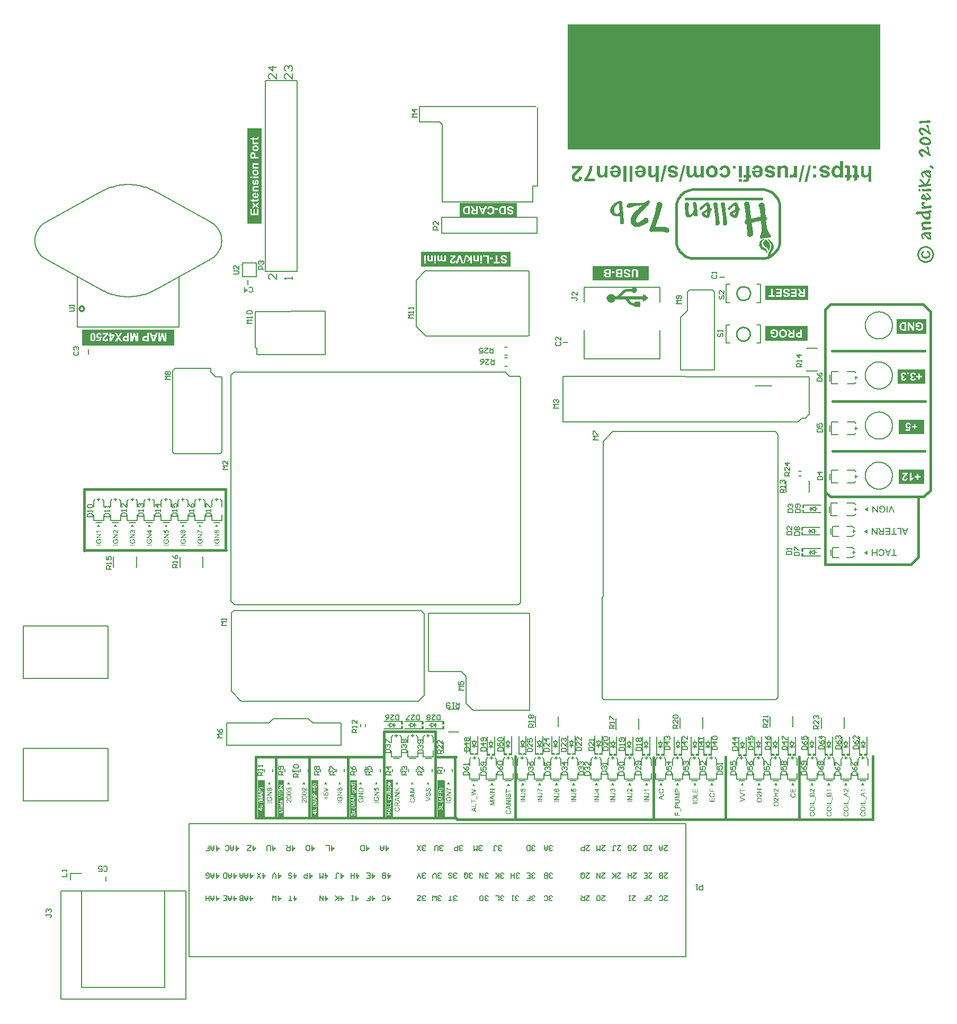
<source format=gto>
G04*
G04 #@! TF.GenerationSoftware,Altium Limited,Altium Designer,20.0.10 (225)*
G04*
G04 Layer_Color=65535*
%FSLAX25Y25*%
%MOIN*%
G70*
G01*
G75*
%ADD10C,0.00300*%
%ADD11C,0.03500*%
%ADD12C,0.02000*%
%ADD13C,0.01500*%
%ADD14C,0.01000*%
%ADD15C,0.00787*%
%ADD16C,0.01181*%
%ADD17C,0.01575*%
%ADD18C,0.00800*%
%ADD19C,0.00500*%
%ADD20C,0.00669*%
%ADD21C,0.00591*%
%ADD22R,1.96850X0.78740*%
G36*
X423900Y509098D02*
X424423Y509076D01*
X424525Y509058D01*
X424655Y508999D01*
X424826Y508969D01*
X425217Y508795D01*
X425589Y508519D01*
X425624Y508513D01*
X425646Y508438D01*
X425786Y508238D01*
X425948Y507963D01*
X425958Y507821D01*
X425968Y507679D01*
X425962Y507645D01*
X425944Y507543D01*
X425920Y507406D01*
X425844Y507174D01*
X425784Y506833D01*
X425678Y506430D01*
X425560Y505959D01*
X425383Y505358D01*
X425377Y505324D01*
X425319Y505193D01*
X425283Y504989D01*
X425207Y504756D01*
X425095Y504319D01*
X425025Y504121D01*
X425001Y503985D01*
X424995Y503951D01*
X424977Y503848D01*
X424947Y503678D01*
X424865Y503411D01*
X424764Y503043D01*
X424646Y502572D01*
X424476Y502004D01*
X424376Y501636D01*
X424276Y501267D01*
X424270Y501233D01*
X424258Y501164D01*
X424205Y501068D01*
X424141Y500904D01*
X424105Y500700D01*
X424029Y500467D01*
X423913Y500206D01*
X423825Y499906D01*
X423596Y499208D01*
X423316Y498415D01*
X422989Y497559D01*
X422651Y496634D01*
X422645Y496600D01*
X422599Y496538D01*
X422541Y496408D01*
X422470Y496210D01*
X422400Y496011D01*
X422324Y495779D01*
X422132Y495286D01*
X421927Y494724D01*
X421735Y494231D01*
X421659Y493999D01*
X421623Y493794D01*
X421559Y493630D01*
X421541Y493528D01*
X421745Y493492D01*
X421990Y493484D01*
X422371Y493452D01*
X422791Y493448D01*
X423349Y493420D01*
X423986Y493448D01*
X424698Y493498D01*
X424766Y493486D01*
X424982Y493518D01*
X425295Y493498D01*
X425716Y493494D01*
X426273Y493466D01*
X426892Y493392D01*
X427620Y493334D01*
X428540Y493172D01*
X428704Y493108D01*
X428903Y493038D01*
X429356Y492817D01*
X429610Y492667D01*
X429859Y492483D01*
X429887Y492443D01*
X429943Y492362D01*
X430067Y492270D01*
X430146Y492116D01*
X430358Y491727D01*
X430390Y491511D01*
X430382Y491266D01*
X430376Y491232D01*
X430358Y491130D01*
X430300Y490999D01*
X430270Y490829D01*
X430062Y490444D01*
X429957Y490252D01*
X429791Y490105D01*
X429751Y490077D01*
X429711Y490049D01*
X429476Y489915D01*
X429146Y489833D01*
X428935Y489835D01*
X428725Y489837D01*
X428316Y489909D01*
X428118Y489979D01*
X427879Y490021D01*
X427578Y490109D01*
X427408Y490139D01*
X427210Y490209D01*
X426971Y490251D01*
X426466Y490376D01*
X426233Y490452D01*
X425722Y490542D01*
X425444Y490556D01*
X425063Y490588D01*
X424648Y490626D01*
X424159Y490642D01*
X423561Y490642D01*
X423493Y490654D01*
X423277Y490622D01*
X422930Y490648D01*
X422503Y490618D01*
X422008Y490599D01*
X421439Y490559D01*
X420220Y490423D01*
X420186Y490429D01*
X420038Y490385D01*
X419862Y490381D01*
X419645Y490349D01*
X419184Y490324D01*
X419002Y490286D01*
X418763Y490328D01*
X418571Y490433D01*
X418282Y490589D01*
X418170Y490749D01*
X418023Y490916D01*
X417996Y490956D01*
X417967Y490996D01*
X417917Y491110D01*
X417873Y491258D01*
X417797Y491623D01*
X417759Y491806D01*
X417801Y492044D01*
X417807Y492078D01*
X417813Y492112D01*
X417859Y492174D01*
X417883Y492310D01*
X417947Y492475D01*
X418023Y492707D01*
X418146Y493002D01*
X418152Y493036D01*
X418204Y493132D01*
X418234Y493303D01*
X418304Y493501D01*
X418444Y493898D01*
X418514Y494097D01*
X418572Y494227D01*
X418584Y494295D01*
X418636Y494391D01*
X418666Y494561D01*
X418777Y494788D01*
X418871Y495123D01*
X419017Y495554D01*
X419221Y496115D01*
X419227Y496149D01*
X419285Y496279D01*
X419316Y496450D01*
X419426Y496676D01*
X419508Y496943D01*
X419602Y497277D01*
X419871Y498003D01*
X420117Y498803D01*
X420391Y499563D01*
X420526Y499925D01*
X420620Y500260D01*
X420742Y500555D01*
X420824Y500821D01*
X420836Y500889D01*
X420894Y501020D01*
X420976Y501286D01*
X421077Y501655D01*
X421189Y502092D01*
X421313Y502597D01*
X421415Y503176D01*
X421563Y503818D01*
X421569Y503852D01*
X421575Y503886D01*
X421593Y503988D01*
X421618Y504125D01*
X421648Y504295D01*
X421684Y504499D01*
X421774Y505011D01*
X421922Y505652D01*
X422054Y506401D01*
X422204Y507253D01*
X422367Y508173D01*
X422372Y508208D01*
X422385Y508276D01*
X422489Y508468D01*
X422581Y508592D01*
X422713Y508745D01*
X422873Y508857D01*
X423068Y508963D01*
X423102Y508957D01*
X423182Y509013D01*
X423290Y509029D01*
X423473Y509067D01*
X423655Y509106D01*
X423900Y509098D01*
D02*
G37*
G36*
X417147Y510253D02*
X417345Y510183D01*
X417566Y510039D01*
X417768Y509792D01*
X417790Y509718D01*
X417863Y509530D01*
X417945Y509199D01*
X417907Y508784D01*
X417901Y508750D01*
X417849Y508654D01*
X417791Y508524D01*
X417680Y508297D01*
X417484Y507980D01*
X417207Y507608D01*
X416845Y507144D01*
X416362Y506597D01*
X416356Y506563D01*
X416282Y506541D01*
X416229Y506445D01*
X416103Y506327D01*
X415799Y505994D01*
X415408Y505571D01*
X414897Y505064D01*
X414340Y504494D01*
X413702Y503869D01*
X412991Y503221D01*
X412945Y503159D01*
X412779Y503013D01*
X412526Y502776D01*
X412221Y502444D01*
X411865Y502015D01*
X411468Y501558D01*
X411019Y501004D01*
X410598Y500411D01*
X410592Y500377D01*
X410552Y500349D01*
X410500Y500253D01*
X410408Y500128D01*
X410218Y499846D01*
X409975Y499467D01*
X409755Y499014D01*
X409540Y498595D01*
X409354Y498136D01*
X409248Y497733D01*
X409242Y497699D01*
X409224Y497597D01*
X409200Y497461D01*
X409204Y497284D01*
X409178Y496937D01*
X409222Y496789D01*
X409272Y496675D01*
X409300Y496635D01*
X409418Y496508D01*
X409549Y496450D01*
X409679Y496392D01*
X409877Y496322D01*
X410184Y496268D01*
X410360Y496272D01*
X410691Y496354D01*
X410879Y496426D01*
X411136Y496487D01*
X411405Y496615D01*
X411713Y496771D01*
X412068Y496990D01*
X412423Y497208D01*
X412829Y497523D01*
X413276Y497866D01*
X413769Y498271D01*
X414274Y498744D01*
X414315Y498772D01*
X414475Y498884D01*
X414743Y499013D01*
X415114Y499123D01*
X415148Y499117D01*
X415222Y499139D01*
X415331Y499155D01*
X415473Y499165D01*
X415860Y499167D01*
X416275Y499129D01*
X416377Y499111D01*
X416569Y499007D01*
X416694Y498915D01*
X416846Y498782D01*
X416958Y498622D01*
X417064Y498428D01*
X417058Y498394D01*
X417080Y498319D01*
X417125Y498171D01*
X417135Y498029D01*
X417167Y497812D01*
X417193Y497562D01*
X417131Y497011D01*
X417125Y496977D01*
X417067Y496846D01*
X417002Y496682D01*
X416858Y496461D01*
X416674Y496213D01*
X416415Y495942D01*
X416055Y495690D01*
X415592Y495455D01*
X415552Y495427D01*
X415437Y495377D01*
X415323Y495327D01*
X415169Y495249D01*
X414980Y495176D01*
X414746Y495042D01*
X414706Y495014D01*
X414592Y494964D01*
X414397Y494858D01*
X414163Y494723D01*
X413860Y494601D01*
X413517Y494451D01*
X412718Y494100D01*
X411850Y493761D01*
X410966Y493530D01*
X410527Y493432D01*
X410128Y493362D01*
X409775Y493354D01*
X409429Y493380D01*
X409258Y493410D01*
X409128Y493468D01*
X408793Y493562D01*
X408368Y493742D01*
X407915Y493963D01*
X407446Y494291D01*
X407023Y494682D01*
X406618Y495175D01*
X406562Y495255D01*
X406450Y495416D01*
X406328Y495718D01*
X406149Y496101D01*
X406023Y496580D01*
X405908Y497127D01*
X405874Y497731D01*
X405955Y498384D01*
X405961Y498418D01*
X405991Y498589D01*
X406067Y498821D01*
X406115Y499093D01*
X406249Y499456D01*
X406383Y499819D01*
X406558Y500210D01*
X406772Y500629D01*
X406812Y500657D01*
X406876Y500821D01*
X407020Y501042D01*
X407211Y501325D01*
X407487Y501697D01*
X407810Y502132D01*
X408213Y502624D01*
X408690Y503137D01*
X408736Y503199D01*
X408816Y503255D01*
X408902Y503345D01*
X409028Y503463D01*
X409161Y503616D01*
X409367Y503790D01*
X409620Y504027D01*
X409872Y504263D01*
X410205Y504556D01*
X410583Y504911D01*
X411002Y505294D01*
X411461Y505705D01*
X412000Y506172D01*
X412580Y506667D01*
X413205Y507224D01*
X410273Y506933D01*
X410239Y506939D01*
X410090Y506895D01*
X409874Y506863D01*
X409583Y506809D01*
X409178Y506704D01*
X408693Y506544D01*
X408066Y506374D01*
X407358Y506147D01*
X407324Y506153D01*
X407250Y506131D01*
X407170Y506075D01*
X407022Y506031D01*
X406651Y505920D01*
X406200Y505754D01*
X405755Y505622D01*
X405316Y505523D01*
X404951Y505447D01*
X404673Y505461D01*
X404468Y505497D01*
X404236Y505573D01*
X403981Y505724D01*
X403761Y505868D01*
X403552Y506080D01*
X403458Y506343D01*
X403450Y506696D01*
X403456Y506730D01*
X403474Y506832D01*
X403544Y507030D01*
X403614Y507229D01*
X403724Y507455D01*
X403875Y507710D01*
X404059Y507958D01*
X404312Y508195D01*
X404352Y508223D01*
X404432Y508279D01*
X404586Y508357D01*
X404775Y508429D01*
X405037Y508524D01*
X405328Y508578D01*
X405646Y508592D01*
X406027Y508560D01*
X406368Y508500D01*
X406544Y508504D01*
X406749Y508468D01*
X407027Y508454D01*
X407340Y508434D01*
X407687Y508408D01*
X408034Y508382D01*
X408455Y508378D01*
X408910Y508368D01*
X409433Y508346D01*
X409962Y508358D01*
X410525Y508364D01*
X411128Y508398D01*
X411196Y508386D01*
X411379Y508424D01*
X411623Y508416D01*
X411948Y508465D01*
X412335Y508467D01*
X412762Y508497D01*
X413161Y508567D01*
X413553Y508603D01*
X413588Y508597D01*
X413696Y508613D01*
X413878Y508651D01*
X414095Y508683D01*
X414534Y508782D01*
X414756Y508848D01*
X414910Y508926D01*
X414950Y508954D01*
X415145Y509060D01*
X415425Y509257D01*
X415626Y509397D01*
X415866Y509565D01*
X415906Y509594D01*
X416027Y509678D01*
X416187Y509790D01*
X416387Y509930D01*
X416622Y510065D01*
X416816Y510171D01*
X416971Y510249D01*
X417079Y510265D01*
X417147Y510253D01*
D02*
G37*
G36*
X334239Y508465D02*
Y499305D01*
X298438D01*
Y508465D01*
X334239D01*
D02*
G37*
G36*
X479315Y509355D02*
X479488Y509321D01*
X479730Y509251D01*
X479938Y509148D01*
X480180Y509009D01*
X480388Y508802D01*
X480422Y508767D01*
X480457Y508698D01*
X480526Y508559D01*
X480630Y508386D01*
X480734Y508144D01*
X480803Y507867D01*
X480837Y507556D01*
X480872Y507210D01*
Y507141D01*
Y507072D01*
Y506968D01*
X480907Y506829D01*
Y506622D01*
X480941Y506380D01*
Y506034D01*
X481010Y505688D01*
X481045Y505238D01*
X481080Y504719D01*
X481149Y504131D01*
X481253Y503439D01*
X481322Y502677D01*
X481426Y501812D01*
X481564Y500844D01*
Y500809D01*
Y500774D01*
X481599Y500567D01*
X481633Y500290D01*
X481668Y499944D01*
X481703Y499563D01*
X481737Y499217D01*
X481772Y498906D01*
X481806Y498698D01*
X481841D01*
X481910Y498733D01*
X482083D01*
X482256Y498768D01*
X482533Y498837D01*
X482810Y498871D01*
X483156Y498941D01*
X483536Y499010D01*
X483952Y499114D01*
X484436Y499183D01*
X485439Y499425D01*
X486581Y499667D01*
X487792Y499979D01*
Y500013D01*
Y500117D01*
X487757Y500325D01*
X487723Y500636D01*
X487654Y501017D01*
X487584Y501570D01*
X487515Y502193D01*
X487502Y502342D01*
X487342Y502570D01*
X487221Y503086D01*
X487261Y503715D01*
X487274Y503744D01*
X487273Y503750D01*
X487204Y504234D01*
X487100Y504788D01*
X487031Y505307D01*
X486927Y505826D01*
X486823Y506276D01*
X486789Y506310D01*
X486650Y506345D01*
X486547Y506449D01*
X486443Y506553D01*
X486408Y506587D01*
X486373Y506656D01*
X486339Y506829D01*
Y507106D01*
Y507141D01*
Y507175D01*
X486373Y507279D01*
X486443Y507418D01*
X486547Y507556D01*
X486685Y507764D01*
X486858Y507971D01*
X487135Y508213D01*
X487169Y508248D01*
X487273Y508317D01*
X487411Y508421D01*
X487584Y508525D01*
X488000Y508732D01*
X488242Y508802D01*
X488449Y508836D01*
X488519D01*
X488726Y508802D01*
X489038Y508698D01*
X489384Y508490D01*
X489591Y508352D01*
X489764Y508144D01*
X489937Y507937D01*
X490076Y507660D01*
X490214Y507348D01*
X490318Y506968D01*
X490422Y506553D01*
X490456Y506068D01*
Y506034D01*
Y505861D01*
X490491Y505618D01*
X490525Y505272D01*
X490560Y504788D01*
X490595Y504165D01*
X490629Y503819D01*
X490664Y503439D01*
X490698Y502989D01*
X490733Y502539D01*
Y502504D01*
Y502435D01*
X490768Y502331D01*
Y502228D01*
X490802Y501882D01*
X490837Y501466D01*
X490871Y501051D01*
X490906Y500636D01*
X490941Y500290D01*
Y500186D01*
Y500082D01*
X490975D01*
X491114Y500013D01*
X491321Y499875D01*
X491425Y499771D01*
X491529Y499598D01*
Y499563D01*
X491564Y499494D01*
X491667Y499287D01*
X491806Y499010D01*
X491840Y498733D01*
Y498698D01*
Y498664D01*
X491806Y498456D01*
X491736Y498214D01*
X491633Y497937D01*
Y497903D01*
X491598Y497868D01*
X491494Y497730D01*
X491321Y497591D01*
X491079Y497487D01*
Y497453D01*
Y497418D01*
X491114Y497314D01*
Y497141D01*
X491148Y496899D01*
X491218Y496553D01*
X491287Y496173D01*
X491356Y495654D01*
Y495619D01*
X491390Y495515D01*
Y495377D01*
X491425Y495169D01*
X491494Y494892D01*
X491529Y494616D01*
X491633Y493958D01*
X491736Y493266D01*
X491777Y492864D01*
X492327Y491161D01*
X492956Y489919D01*
X493327Y489218D01*
X493770Y488928D01*
X494020Y488742D01*
X494077Y488662D01*
X494141Y488226D01*
X494182Y487654D01*
X494190Y487299D01*
X494085Y487106D01*
X493843Y486936D01*
X487852Y486226D01*
X487578Y486274D01*
X487328Y486459D01*
X487271Y486540D01*
X487199Y487330D01*
X487191Y487685D01*
X487215Y487822D01*
X487320Y488016D01*
X487884Y488411D01*
X488086Y489153D01*
X488376Y490798D01*
X488388Y491192D01*
X488380Y491225D01*
X488311Y491536D01*
X488276Y491882D01*
Y491917D01*
Y492021D01*
Y492194D01*
Y492436D01*
Y492713D01*
X488242Y493059D01*
Y493439D01*
X488207Y493820D01*
X488173Y494685D01*
X488103Y495550D01*
X488000Y496415D01*
X487861Y497211D01*
X487827D01*
X487688Y497176D01*
X487515Y497141D01*
X487239Y497107D01*
X486962Y497072D01*
X486581Y497003D01*
X486201Y496934D01*
X485785Y496830D01*
X484851Y496657D01*
X483917Y496415D01*
X482983Y496138D01*
X482568Y496000D01*
X482152Y495827D01*
Y495792D01*
Y495688D01*
X482187Y495481D01*
X482222Y495204D01*
X482256Y494823D01*
X482325Y494339D01*
X482429Y493751D01*
X482533Y493024D01*
Y492989D01*
X482568Y492886D01*
Y492747D01*
X482602Y492540D01*
X482637Y492332D01*
X482671Y492055D01*
X482775Y491432D01*
X482879Y490775D01*
X482948Y490118D01*
X482983Y489529D01*
X483017Y489253D01*
Y489045D01*
Y489010D01*
Y488907D01*
X482983Y488803D01*
X482948Y488630D01*
X482879Y488422D01*
X482775Y488215D01*
X482637Y488007D01*
X482429Y487799D01*
X482394Y487765D01*
X482325Y487696D01*
X482187Y487626D01*
X482014Y487523D01*
X481806Y487419D01*
X481564Y487315D01*
X481287Y487280D01*
X481010Y487246D01*
X480907D01*
X480768Y487280D01*
X480595D01*
X480249Y487419D01*
X480042Y487488D01*
X479869Y487626D01*
X479834D01*
X479799Y487696D01*
X479627Y487903D01*
X479453Y488249D01*
X479419Y488457D01*
X479384Y488699D01*
Y488734D01*
Y488907D01*
Y489045D01*
X479350Y489218D01*
Y489426D01*
Y489668D01*
X479315Y489979D01*
Y490291D01*
X479281Y490671D01*
X479246Y491121D01*
X479211Y491605D01*
X479142Y492159D01*
X479107Y492747D01*
X479038Y493405D01*
Y493474D01*
X479004Y493612D01*
Y493854D01*
X478969Y494131D01*
X478934Y494408D01*
Y494685D01*
X478900Y494892D01*
Y495065D01*
X478658Y495031D01*
X478588D01*
X478450Y495065D01*
X478242Y495204D01*
X478139Y495308D01*
X478035Y495446D01*
Y495481D01*
X478000Y495515D01*
X477862Y495723D01*
X477758Y496000D01*
X477723Y496380D01*
Y496415D01*
Y496449D01*
Y496553D01*
X477758Y496692D01*
X477862Y497072D01*
X478035Y497557D01*
Y497591D01*
X478069Y497660D01*
X478208Y497868D01*
X478381Y498110D01*
X478485Y498179D01*
X478588Y498214D01*
X478485Y500013D01*
Y500082D01*
X478450Y500221D01*
Y500359D01*
X478415Y500532D01*
X478381Y500740D01*
X478346Y500982D01*
X478312Y501259D01*
X478277Y501570D01*
X478242Y501916D01*
X478173Y502331D01*
X478104Y502747D01*
X478035Y503266D01*
X477966Y503785D01*
X477896Y504373D01*
Y504407D01*
X477862Y504511D01*
Y504684D01*
X477827Y504892D01*
X477793Y505134D01*
X477758Y505411D01*
X477654Y506034D01*
X477551Y506656D01*
X477481Y507245D01*
X477447Y507487D01*
Y507694D01*
X477412Y507867D01*
Y507971D01*
Y508006D01*
Y508075D01*
X477447Y508179D01*
X477481Y508317D01*
X477585Y508663D01*
X477723Y508836D01*
X477862Y509009D01*
X477896D01*
X477931Y509078D01*
X478035Y509113D01*
X478173Y509182D01*
X478519Y509321D01*
X478761Y509355D01*
X479004Y509390D01*
X479142D01*
X479315Y509355D01*
D02*
G37*
G36*
X491618Y485138D02*
X492061Y484847D01*
X492763Y484017D01*
X493440Y483050D01*
X493707Y482155D01*
X493618Y481251D01*
X493578Y480622D01*
X493433Y479800D01*
X493207Y478921D01*
X493022Y478671D01*
X492538Y478332D01*
X492530Y478687D01*
X492296Y479364D01*
X491618Y480332D01*
X491086Y480921D01*
X490393Y481396D01*
X489828Y482202D01*
X489505Y483178D01*
X489651Y484000D01*
X489965Y484581D01*
X490392Y485001D01*
X490957Y485396D01*
X491618Y485138D01*
D02*
G37*
G36*
X490182Y485815D02*
X489062Y484670D01*
X488489Y483428D01*
X488425Y482662D01*
X488522Y482009D01*
X488643Y481493D01*
X488982Y481009D01*
X489756Y480590D01*
X490506Y480033D01*
X491006Y479663D01*
X491482Y479155D01*
X491796Y478534D01*
X491974Y477937D01*
X492038Y477502D01*
X492022Y477010D01*
X491756Y476704D01*
X491611Y477082D01*
X491353Y477623D01*
X490901Y478268D01*
X490321Y478582D01*
X489603Y478921D01*
X488885Y479259D01*
X488167Y479598D01*
X487579Y480267D01*
X487240Y480751D01*
X486837Y481670D01*
X486845Y482516D01*
X486990Y483339D01*
X487328Y484057D01*
X487804Y484750D01*
X489175Y485710D01*
X489989Y485920D01*
X490182Y485815D01*
D02*
G37*
G36*
X493166Y485501D02*
X494279Y484598D01*
X495263Y483364D01*
X495690Y482582D01*
X496102Y481308D01*
X496021Y480050D01*
X495449Y478809D01*
X494820Y477647D01*
X494006Y476236D01*
X493562Y475325D01*
X493256Y474390D01*
X493063Y473293D01*
X493127Y472858D01*
X492716Y472930D01*
X492474Y473962D01*
X492321Y474696D01*
X492434Y475736D01*
X492732Y477026D01*
X493280Y478131D01*
X493933Y479429D01*
X494449Y480752D01*
X494489Y481381D01*
X494279Y482195D01*
X493932Y483034D01*
X493505Y483816D01*
X492771Y484864D01*
X492182Y485533D01*
X492001Y485706D01*
X492243Y485876D01*
X493166Y485501D01*
D02*
G37*
G36*
X330392Y468498D02*
X273938D01*
Y477658D01*
X330392D01*
Y468498D01*
D02*
G37*
G36*
X417462Y459738D02*
X382144D01*
Y468898D01*
X417462D01*
Y459738D01*
D02*
G37*
G36*
X517511Y456595D02*
Y447435D01*
X490757D01*
Y456595D01*
X517511D01*
D02*
G37*
G36*
X416831Y448740D02*
X414075Y446772D01*
Y450709D01*
X416831Y448740D01*
D02*
G37*
G36*
X411516Y443327D02*
X408563D01*
Y446279D01*
X411516D01*
Y443327D01*
D02*
G37*
G36*
X592083Y426248D02*
X573193D01*
Y435407D01*
X592083D01*
Y426248D01*
D02*
G37*
G36*
X517299Y421844D02*
X490575D01*
Y431004D01*
X517299D01*
Y421844D01*
D02*
G37*
G36*
X118602Y418898D02*
X60827D01*
Y428740D01*
X118602D01*
Y418898D01*
D02*
G37*
G36*
X591265Y403865D02*
Y394775D01*
X574011D01*
Y403865D01*
X591265D01*
D02*
G37*
G36*
X590512Y363296D02*
X574764D01*
Y372294D01*
X590512D01*
Y363296D01*
D02*
G37*
G36*
Y331804D02*
X574764D01*
Y340809D01*
X590512D01*
Y331804D01*
D02*
G37*
G36*
X561514Y313742D02*
X560869D01*
X558788Y316849D01*
Y313742D01*
X558150D01*
Y317973D01*
X558803D01*
X560877Y314866D01*
Y317973D01*
X561514D01*
Y313742D01*
D02*
G37*
G36*
X555301Y314479D02*
X552874Y315754D01*
X555301Y317029D01*
Y314479D01*
D02*
G37*
G36*
X564164Y318035D02*
X564233D01*
X564317Y318027D01*
X564409Y318012D01*
X564517Y317996D01*
X564632Y317966D01*
X564755Y317935D01*
X564886Y317897D01*
X565016Y317850D01*
X565147Y317789D01*
X565277Y317727D01*
X565408Y317643D01*
X565531Y317559D01*
X565646Y317451D01*
X565654Y317443D01*
X565669Y317420D01*
X565700Y317390D01*
X565738Y317343D01*
X565784Y317282D01*
X565830Y317213D01*
X565884Y317128D01*
X565938Y317029D01*
X565999Y316929D01*
X566053Y316806D01*
X566099Y316675D01*
X566145Y316537D01*
X566184Y316384D01*
X566214Y316230D01*
X566230Y316053D01*
X566237Y315877D01*
Y315869D01*
Y315846D01*
Y315815D01*
X566230Y315777D01*
Y315723D01*
X566222Y315662D01*
X566214Y315593D01*
X566207Y315516D01*
X566176Y315339D01*
X566138Y315155D01*
X566076Y314955D01*
X565999Y314763D01*
Y314755D01*
X565984Y314740D01*
X565976Y314717D01*
X565953Y314679D01*
X565930Y314633D01*
X565899Y314586D01*
X565815Y314471D01*
X565715Y314341D01*
X565592Y314210D01*
X565446Y314079D01*
X565277Y313964D01*
X565270D01*
X565254Y313949D01*
X565231Y313934D01*
X565193Y313918D01*
X565147Y313895D01*
X565093Y313872D01*
X565024Y313849D01*
X564955Y313818D01*
X564870Y313788D01*
X564786Y313765D01*
X564586Y313719D01*
X564356Y313688D01*
X564110Y313672D01*
X564041D01*
X563995Y313680D01*
X563933D01*
X563864Y313688D01*
X563780Y313696D01*
X563695Y313711D01*
X563511Y313749D01*
X563319Y313811D01*
X563135Y313888D01*
X562958Y313995D01*
X562950D01*
X562935Y314010D01*
X562920Y314026D01*
X562889Y314056D01*
X562851Y314087D01*
X562812Y314133D01*
X562766Y314179D01*
X562720Y314241D01*
X562674Y314302D01*
X562620Y314379D01*
X562574Y314456D01*
X562520Y314548D01*
X562482Y314648D01*
X562436Y314755D01*
X562397Y314871D01*
X562367Y314993D01*
X562966Y315147D01*
Y315139D01*
X562973Y315124D01*
X562981Y315101D01*
X562989Y315070D01*
X563019Y314993D01*
X563065Y314886D01*
X563127Y314778D01*
X563196Y314671D01*
X563280Y314563D01*
X563380Y314471D01*
X563396Y314463D01*
X563434Y314440D01*
X563488Y314402D01*
X563572Y314364D01*
X563680Y314325D01*
X563803Y314287D01*
X563949Y314264D01*
X564110Y314256D01*
X564179D01*
X564225Y314264D01*
X564287Y314271D01*
X564356Y314279D01*
X564509Y314310D01*
X564686Y314364D01*
X564778Y314394D01*
X564863Y314440D01*
X564955Y314494D01*
X565032Y314548D01*
X565116Y314617D01*
X565185Y314694D01*
Y314702D01*
X565201Y314717D01*
X565216Y314740D01*
X565239Y314771D01*
X565270Y314817D01*
X565300Y314871D01*
X565331Y314932D01*
X565362Y315001D01*
X565400Y315078D01*
X565431Y315162D01*
X565462Y315262D01*
X565492Y315362D01*
X565531Y315585D01*
X565539Y315708D01*
X565546Y315838D01*
Y315846D01*
Y315861D01*
Y315892D01*
Y315930D01*
X565539Y315977D01*
Y316030D01*
X565523Y316153D01*
X565508Y316299D01*
X565477Y316445D01*
X565431Y316599D01*
X565377Y316737D01*
X565370Y316752D01*
X565346Y316791D01*
X565300Y316852D01*
X565247Y316929D01*
X565170Y317013D01*
X565085Y317105D01*
X564978Y317182D01*
X564855Y317259D01*
X564847D01*
X564840Y317267D01*
X564793Y317290D01*
X564724Y317313D01*
X564632Y317343D01*
X564517Y317382D01*
X564394Y317405D01*
X564248Y317428D01*
X564102Y317436D01*
X564041D01*
X563995Y317428D01*
X563941Y317420D01*
X563880Y317413D01*
X563803Y317405D01*
X563726Y317390D01*
X563549Y317343D01*
X563357Y317267D01*
X563265Y317228D01*
X563165Y317175D01*
X563065Y317113D01*
X562966Y317044D01*
Y316368D01*
X564171D01*
Y315761D01*
X562305D01*
Y317367D01*
X562313Y317374D01*
X562344Y317397D01*
X562390Y317428D01*
X562451Y317474D01*
X562528Y317520D01*
X562612Y317582D01*
X562720Y317643D01*
X562835Y317704D01*
X562958Y317766D01*
X563096Y317827D01*
X563242Y317889D01*
X563396Y317935D01*
X563557Y317981D01*
X563726Y318012D01*
X563895Y318035D01*
X564072Y318042D01*
X564118D01*
X564164Y318035D01*
D02*
G37*
G36*
X572066Y313742D02*
X571375D01*
X570292Y316783D01*
X570285Y316798D01*
X570269Y316829D01*
X570246Y316890D01*
X570223Y316967D01*
X570192Y317059D01*
X570154Y317167D01*
X570133Y317247D01*
X570123Y317213D01*
X570093Y317121D01*
X570054Y317013D01*
X570016Y316890D01*
X569970Y316768D01*
X568841Y313742D01*
X568180D01*
X569808Y317973D01*
X570461D01*
X572066Y313742D01*
D02*
G37*
G36*
X567643D02*
X566975D01*
Y317973D01*
X567643D01*
Y313742D01*
D02*
G37*
G36*
X135764Y304817D02*
X133852D01*
X134808Y306637D01*
X135764Y304817D01*
D02*
G37*
G36*
X114504D02*
X112592D01*
X113548Y306637D01*
X114504Y304817D01*
D02*
G37*
G36*
X103874D02*
X101962D01*
X102918Y306637D01*
X103874Y304817D01*
D02*
G37*
G36*
X71984D02*
X70072D01*
X71028Y306637D01*
X71984Y304817D01*
D02*
G37*
G36*
X82614Y304817D02*
X80702D01*
X81658Y306637D01*
X82614Y304817D01*
D02*
G37*
G36*
X579017Y299834D02*
X578348D01*
X576644Y304066D01*
X577365D01*
X577849Y302814D01*
X579478D01*
X579938Y304066D01*
X580614D01*
X579017Y299834D01*
D02*
G37*
G36*
X565438D02*
X563426D01*
X563334Y299842D01*
X563234Y299850D01*
X563127Y299857D01*
X563019Y299873D01*
X562919Y299888D01*
X562904D01*
X562873Y299896D01*
X562827Y299911D01*
X562758Y299934D01*
X562689Y299965D01*
X562605Y300003D01*
X562528Y300049D01*
X562451Y300103D01*
X562443Y300111D01*
X562420Y300134D01*
X562382Y300165D01*
X562336Y300211D01*
X562282Y300272D01*
X562228Y300341D01*
X562182Y300426D01*
X562136Y300510D01*
X562128Y300518D01*
X562121Y300549D01*
X562105Y300602D01*
X562082Y300664D01*
X562059Y300741D01*
X562044Y300825D01*
X562036Y300917D01*
X562029Y301017D01*
Y301025D01*
Y301040D01*
Y301063D01*
X562036Y301101D01*
X562044Y301186D01*
X562067Y301301D01*
X562105Y301424D01*
X562159Y301555D01*
X562236Y301685D01*
X562343Y301808D01*
X562359Y301823D01*
X562397Y301854D01*
X562474Y301908D01*
X562566Y301969D01*
X562689Y302031D01*
X562835Y302092D01*
X562996Y302138D01*
X563088Y302157D01*
X563042Y302184D01*
X562942Y302261D01*
X562827Y302361D01*
X562758Y302422D01*
X562697Y302492D01*
X562628Y302576D01*
X562558Y302661D01*
X562489Y302753D01*
X562420Y302860D01*
X561691Y304066D01*
X562482D01*
X562489Y304051D01*
X562512Y304020D01*
X562543Y303974D01*
X562581Y303905D01*
X562635Y303828D01*
X562689Y303736D01*
X562750Y303636D01*
X562812Y303536D01*
X562950Y303329D01*
X563012Y303221D01*
X563073Y303129D01*
X563134Y303037D01*
X563180Y302960D01*
X563227Y302891D01*
X563257Y302845D01*
X563265Y302837D01*
X563280Y302806D01*
X563311Y302768D01*
X563349Y302722D01*
X563442Y302599D01*
X563557Y302484D01*
X563564Y302476D01*
X563580Y302461D01*
X563611Y302430D01*
X563649Y302399D01*
X563741Y302338D01*
X563795Y302307D01*
X563849Y302292D01*
X563856D01*
X563872Y302284D01*
X563902Y302276D01*
X563941Y302269D01*
X563995Y302261D01*
X564056Y302254D01*
X564125Y302246D01*
X564770D01*
Y304066D01*
X565438D01*
Y299834D01*
D02*
G37*
G36*
X114199Y302864D02*
X114239Y302858D01*
X114285Y302853D01*
X114400Y302830D01*
X114527Y302795D01*
X114660Y302743D01*
X114729Y302709D01*
X114798Y302668D01*
X114867Y302616D01*
X114930Y302565D01*
X114936Y302559D01*
X114942Y302553D01*
X114959Y302536D01*
X114982Y302507D01*
X115005Y302478D01*
X115034Y302444D01*
X115069Y302398D01*
X115097Y302351D01*
X115126Y302294D01*
X115161Y302236D01*
X115213Y302098D01*
X115236Y302023D01*
X115247Y301942D01*
X115259Y301856D01*
X115264Y301764D01*
Y301724D01*
X115259Y301695D01*
Y301660D01*
X115253Y301620D01*
X115236Y301528D01*
X115207Y301413D01*
X115172Y301297D01*
X115115Y301177D01*
X115040Y301061D01*
X115034Y301056D01*
X115028Y301050D01*
X114994Y301015D01*
X114942Y300969D01*
X114861Y300911D01*
X114815Y300883D01*
X114763Y300848D01*
X114706Y300825D01*
X114637Y300796D01*
X114567Y300773D01*
X114493Y300756D01*
X114406Y300739D01*
X114320Y300727D01*
X114279Y301205D01*
X114285D01*
X114291D01*
X114308Y301211D01*
X114331Y301217D01*
X114389Y301228D01*
X114458Y301251D01*
X114533Y301274D01*
X114608Y301309D01*
X114677Y301349D01*
X114734Y301401D01*
X114740Y301407D01*
X114758Y301430D01*
X114775Y301459D01*
X114798Y301505D01*
X114827Y301557D01*
X114844Y301620D01*
X114861Y301689D01*
X114867Y301764D01*
Y301776D01*
X114861Y301810D01*
X114856Y301856D01*
X114844Y301920D01*
X114815Y301989D01*
X114781Y302058D01*
X114734Y302127D01*
X114665Y302196D01*
X114654Y302202D01*
X114631Y302225D01*
X114585Y302254D01*
X114527Y302282D01*
X114452Y302317D01*
X114366Y302340D01*
X114268Y302363D01*
X114158Y302369D01*
X114153D01*
X114147D01*
X114130D01*
X114107D01*
X114055Y302357D01*
X113986Y302346D01*
X113905Y302328D01*
X113830Y302294D01*
X113750Y302254D01*
X113681Y302196D01*
X113675Y302190D01*
X113652Y302167D01*
X113623Y302127D01*
X113588Y302075D01*
X113559Y302012D01*
X113531Y301937D01*
X113508Y301856D01*
X113502Y301758D01*
Y301724D01*
X113508Y301701D01*
X113519Y301643D01*
X113542Y301562D01*
X113577Y301476D01*
X113629Y301384D01*
X113663Y301343D01*
X113704Y301297D01*
X113755Y301257D01*
X113807Y301217D01*
X113755Y300791D01*
X112079Y301096D01*
Y302726D01*
X112534D01*
Y301470D01*
X113266Y301320D01*
X113260Y301332D01*
X113237Y301361D01*
X113208Y301407D01*
X113168Y301470D01*
X113133Y301551D01*
X113104Y301643D01*
X113081Y301747D01*
X113076Y301862D01*
Y301902D01*
X113081Y301931D01*
Y301966D01*
X113093Y302006D01*
X113110Y302104D01*
X113145Y302213D01*
X113197Y302328D01*
X113231Y302386D01*
X113266Y302449D01*
X113312Y302507D01*
X113364Y302565D01*
X113369Y302570D01*
X113375Y302576D01*
X113392Y302593D01*
X113416Y302611D01*
X113444Y302634D01*
X113479Y302662D01*
X113519Y302691D01*
X113565Y302720D01*
X113675Y302772D01*
X113801Y302824D01*
X113951Y302858D01*
X114032Y302864D01*
X114118Y302870D01*
X114124D01*
X114141D01*
X114164D01*
X114199Y302864D01*
D02*
G37*
G36*
X83323Y300681D02*
X83317D01*
X83311D01*
X83294D01*
X83271Y300687D01*
X83208Y300693D01*
X83133Y300704D01*
X83041Y300727D01*
X82943Y300762D01*
X82839Y300802D01*
X82735Y300865D01*
X82730D01*
X82724Y300877D01*
X82706Y300888D01*
X82683Y300906D01*
X82626Y300952D01*
X82586Y300986D01*
X82545Y301027D01*
X82493Y301073D01*
X82442Y301125D01*
X82384Y301182D01*
X82321Y301245D01*
X82257Y301315D01*
X82182Y301395D01*
X82113Y301482D01*
X82033Y301574D01*
Y301580D01*
X82021Y301585D01*
X81992Y301620D01*
X81946Y301677D01*
X81889Y301747D01*
X81814Y301827D01*
X81733Y301919D01*
X81641Y302006D01*
X81549Y302098D01*
X81543D01*
X81537Y302110D01*
X81503Y302133D01*
X81451Y302173D01*
X81388Y302219D01*
X81307Y302259D01*
X81221Y302299D01*
X81128Y302323D01*
X81030Y302334D01*
X81019D01*
X80996D01*
X80955Y302328D01*
X80904Y302317D01*
X80852Y302294D01*
X80794Y302271D01*
X80731Y302230D01*
X80679Y302179D01*
X80673Y302173D01*
X80656Y302150D01*
X80633Y302115D01*
X80604Y302075D01*
X80581Y302017D01*
X80558Y301948D01*
X80541Y301873D01*
X80535Y301793D01*
Y301752D01*
X80541Y301706D01*
X80552Y301654D01*
X80570Y301585D01*
X80598Y301522D01*
X80633Y301453D01*
X80685Y301390D01*
X80690Y301384D01*
X80714Y301366D01*
X80748Y301338D01*
X80800Y301309D01*
X80863Y301280D01*
X80950Y301257D01*
X81048Y301240D01*
X81163Y301228D01*
X81117Y300756D01*
X81111D01*
X81094D01*
X81071Y300762D01*
X81036Y300767D01*
X80996Y300773D01*
X80950Y300785D01*
X80840Y300808D01*
X80719Y300848D01*
X80598Y300906D01*
X80483Y300980D01*
X80426Y301021D01*
X80379Y301073D01*
X80374Y301078D01*
X80368Y301084D01*
X80356Y301101D01*
X80339Y301125D01*
X80322Y301153D01*
X80305Y301188D01*
X80259Y301274D01*
X80212Y301378D01*
X80178Y301499D01*
X80149Y301643D01*
X80138Y301798D01*
Y301845D01*
X80143Y301879D01*
Y301919D01*
X80149Y301965D01*
X80172Y302069D01*
X80201Y302190D01*
X80247Y302311D01*
X80316Y302432D01*
X80356Y302490D01*
X80402Y302541D01*
X80408Y302547D01*
X80414Y302553D01*
X80449Y302582D01*
X80506Y302628D01*
X80581Y302680D01*
X80673Y302726D01*
X80783Y302772D01*
X80904Y302801D01*
X80967Y302812D01*
X81036D01*
X81042D01*
X81048D01*
X81065D01*
X81088Y302806D01*
X81151Y302801D01*
X81232Y302783D01*
X81324Y302760D01*
X81434Y302720D01*
X81543Y302662D01*
X81664Y302588D01*
X81670D01*
X81675Y302576D01*
X81699Y302565D01*
X81722Y302541D01*
X81750Y302518D01*
X81791Y302484D01*
X81831Y302444D01*
X81883Y302397D01*
X81940Y302346D01*
X82004Y302282D01*
X82067Y302207D01*
X82142Y302133D01*
X82223Y302040D01*
X82303Y301948D01*
X82395Y301839D01*
X82488Y301724D01*
Y301718D01*
X82499Y301712D01*
X82511Y301695D01*
X82528Y301672D01*
X82580Y301614D01*
X82632Y301545D01*
X82695Y301476D01*
X82758Y301407D01*
X82816Y301343D01*
X82868Y301297D01*
Y302818D01*
X83323D01*
Y300681D01*
D02*
G37*
G36*
X133702Y302841D02*
X133719Y302824D01*
X133748Y302801D01*
X133788Y302766D01*
X133834Y302732D01*
X133898Y302680D01*
X133961Y302628D01*
X134042Y302570D01*
X134128Y302513D01*
X134220Y302449D01*
X134324Y302380D01*
X134433Y302317D01*
X134549Y302248D01*
X134670Y302179D01*
X134802Y302115D01*
X134934Y302052D01*
X134940Y302046D01*
X134969Y302041D01*
X135009Y302023D01*
X135061Y302000D01*
X135125Y301971D01*
X135205Y301942D01*
X135297Y301914D01*
X135401Y301879D01*
X135511Y301845D01*
X135632Y301810D01*
X135758Y301781D01*
X135891Y301747D01*
X136029Y301718D01*
X136173Y301695D01*
X136323Y301678D01*
X136472Y301660D01*
Y301188D01*
X136467D01*
X136444D01*
X136403Y301194D01*
X136352D01*
X136294Y301200D01*
X136219Y301205D01*
X136133Y301217D01*
X136035Y301228D01*
X135931Y301246D01*
X135822Y301269D01*
X135701Y301292D01*
X135580Y301320D01*
X135447Y301355D01*
X135315Y301395D01*
X135177Y301441D01*
X135032Y301493D01*
X135021Y301499D01*
X134998Y301505D01*
X134958Y301522D01*
X134906Y301545D01*
X134842Y301580D01*
X134767Y301614D01*
X134681Y301655D01*
X134595Y301701D01*
X134393Y301816D01*
X134192Y301948D01*
X133984Y302098D01*
X133886Y302179D01*
X133794Y302265D01*
Y300756D01*
X133339D01*
Y302847D01*
X133696D01*
X133702Y302841D01*
D02*
G37*
G36*
X72693Y301787D02*
X70280D01*
X70291Y301776D01*
X70326Y301747D01*
X70349Y301718D01*
X70372Y301689D01*
X70400Y301655D01*
X70435Y301608D01*
X70470Y301562D01*
X70504Y301505D01*
X70544Y301441D01*
X70585Y301372D01*
X70619Y301297D01*
X70660Y301217D01*
X70700Y301125D01*
X70735Y301027D01*
X70297D01*
X70291Y301032D01*
X70280Y301056D01*
X70262Y301090D01*
X70239Y301136D01*
X70210Y301188D01*
X70170Y301251D01*
X70130Y301315D01*
X70078Y301390D01*
X69963Y301539D01*
X69830Y301689D01*
X69755Y301758D01*
X69675Y301822D01*
X69588Y301879D01*
X69502Y301931D01*
Y302259D01*
X72693D01*
Y301787D01*
D02*
G37*
G36*
X561199Y299834D02*
X560554D01*
X558473Y302941D01*
Y299834D01*
X557835D01*
Y304066D01*
X558488D01*
X560562Y300959D01*
Y304066D01*
X561199D01*
Y299834D01*
D02*
G37*
G36*
X103845Y302421D02*
X104583D01*
Y301948D01*
X103845D01*
Y300612D01*
X103448D01*
X101409Y302035D01*
Y302421D01*
X103413D01*
Y302835D01*
X103845D01*
Y302421D01*
D02*
G37*
G36*
X554986Y300572D02*
X552559Y301847D01*
X554986Y303121D01*
Y300572D01*
D02*
G37*
G36*
X576260Y299834D02*
X575591D01*
Y303459D01*
X573556D01*
Y304066D01*
X576260D01*
Y299834D01*
D02*
G37*
G36*
X571936Y300441D02*
X573287D01*
Y299834D01*
X569908D01*
Y300441D01*
X571268D01*
Y304066D01*
X571936D01*
Y300441D01*
D02*
G37*
G36*
X569371Y299834D02*
X566260D01*
Y300441D01*
X568702D01*
Y301578D01*
X566422D01*
Y302184D01*
X568702D01*
Y303459D01*
X566168D01*
Y304066D01*
X569371D01*
Y299834D01*
D02*
G37*
G36*
X136472Y299736D02*
X134142Y298181D01*
X136472D01*
Y297703D01*
X133299D01*
Y298187D01*
X135629Y299748D01*
X133299D01*
Y300226D01*
X136472D01*
Y299736D01*
D02*
G37*
G36*
X115213D02*
X112883Y298181D01*
X115213D01*
Y297703D01*
X112039D01*
Y298187D01*
X114369Y299748D01*
X112039D01*
Y300226D01*
X115213D01*
Y299736D01*
D02*
G37*
G36*
X104583D02*
X102253Y298181D01*
X104583D01*
Y297703D01*
X101409D01*
Y298187D01*
X103739Y299748D01*
X101409D01*
Y300226D01*
X104583D01*
Y299736D01*
D02*
G37*
G36*
X72693D02*
X70363Y298181D01*
X72693D01*
Y297703D01*
X69519D01*
Y298187D01*
X71850Y299748D01*
X69519D01*
Y300226D01*
X72693D01*
Y299736D01*
D02*
G37*
G36*
X83323Y299736D02*
X80993Y298181D01*
X83323D01*
Y297703D01*
X80149D01*
Y298187D01*
X82480Y299748D01*
X80149D01*
Y300226D01*
X83323D01*
Y299736D01*
D02*
G37*
G36*
X136023Y297104D02*
X136040Y297081D01*
X136064Y297046D01*
X136098Y297001D01*
X136133Y296943D01*
X136179Y296880D01*
X136225Y296799D01*
X136271Y296712D01*
X136317Y296620D01*
X136363Y296517D01*
X136409Y296407D01*
X136444Y296292D01*
X136478Y296171D01*
X136501Y296044D01*
X136519Y295918D01*
X136524Y295785D01*
Y295750D01*
X136519Y295716D01*
Y295664D01*
X136513Y295601D01*
X136501Y295532D01*
X136490Y295451D01*
X136467Y295365D01*
X136444Y295272D01*
X136415Y295175D01*
X136380Y295077D01*
X136334Y294979D01*
X136288Y294881D01*
X136225Y294783D01*
X136161Y294691D01*
X136081Y294604D01*
X136075Y294599D01*
X136058Y294587D01*
X136035Y294564D01*
X136000Y294535D01*
X135954Y294501D01*
X135902Y294466D01*
X135839Y294426D01*
X135764Y294385D01*
X135689Y294339D01*
X135597Y294299D01*
X135499Y294264D01*
X135395Y294230D01*
X135280Y294201D01*
X135165Y294178D01*
X135032Y294166D01*
X134900Y294161D01*
X134894D01*
X134877D01*
X134854D01*
X134825Y294166D01*
X134785D01*
X134739Y294172D01*
X134687Y294178D01*
X134629Y294184D01*
X134497Y294207D01*
X134359Y294236D01*
X134209Y294282D01*
X134065Y294339D01*
X134059D01*
X134047Y294351D01*
X134030Y294357D01*
X134001Y294374D01*
X133967Y294391D01*
X133932Y294414D01*
X133846Y294478D01*
X133748Y294552D01*
X133650Y294645D01*
X133552Y294754D01*
X133466Y294881D01*
Y294886D01*
X133454Y294898D01*
X133443Y294915D01*
X133431Y294944D01*
X133414Y294979D01*
X133397Y295019D01*
X133379Y295071D01*
X133356Y295123D01*
X133333Y295186D01*
X133316Y295249D01*
X133281Y295399D01*
X133258Y295572D01*
X133247Y295756D01*
Y295808D01*
X133253Y295843D01*
Y295889D01*
X133258Y295941D01*
X133264Y296004D01*
X133276Y296067D01*
X133305Y296206D01*
X133351Y296350D01*
X133408Y296488D01*
X133489Y296620D01*
Y296626D01*
X133500Y296638D01*
X133512Y296649D01*
X133535Y296672D01*
X133558Y296701D01*
X133592Y296730D01*
X133627Y296764D01*
X133673Y296799D01*
X133719Y296833D01*
X133777Y296874D01*
X133834Y296908D01*
X133904Y296949D01*
X133978Y296977D01*
X134059Y297012D01*
X134145Y297041D01*
X134238Y297064D01*
X134353Y296615D01*
X134347D01*
X134335Y296609D01*
X134318Y296603D01*
X134295Y296597D01*
X134238Y296574D01*
X134157Y296540D01*
X134076Y296494D01*
X133996Y296442D01*
X133915Y296378D01*
X133846Y296304D01*
X133840Y296292D01*
X133823Y296263D01*
X133794Y296223D01*
X133765Y296160D01*
X133737Y296079D01*
X133708Y295987D01*
X133690Y295877D01*
X133685Y295756D01*
Y295704D01*
X133690Y295670D01*
X133696Y295624D01*
X133702Y295572D01*
X133725Y295457D01*
X133765Y295324D01*
X133788Y295255D01*
X133823Y295192D01*
X133863Y295123D01*
X133904Y295065D01*
X133955Y295002D01*
X134013Y294950D01*
X134019D01*
X134030Y294938D01*
X134047Y294927D01*
X134071Y294910D01*
X134105Y294886D01*
X134145Y294864D01*
X134192Y294841D01*
X134243Y294817D01*
X134301Y294789D01*
X134364Y294766D01*
X134439Y294742D01*
X134514Y294720D01*
X134681Y294691D01*
X134773Y294685D01*
X134871Y294679D01*
X134877D01*
X134889D01*
X134912D01*
X134940D01*
X134975Y294685D01*
X135015D01*
X135107Y294696D01*
X135217Y294708D01*
X135326Y294731D01*
X135441Y294766D01*
X135545Y294806D01*
X135557Y294812D01*
X135585Y294829D01*
X135632Y294864D01*
X135689Y294904D01*
X135752Y294961D01*
X135822Y295025D01*
X135879Y295105D01*
X135937Y295198D01*
Y295203D01*
X135942Y295209D01*
X135960Y295244D01*
X135977Y295296D01*
X136000Y295365D01*
X136029Y295451D01*
X136046Y295543D01*
X136064Y295653D01*
X136069Y295762D01*
Y295808D01*
X136064Y295843D01*
X136058Y295883D01*
X136052Y295929D01*
X136046Y295987D01*
X136035Y296044D01*
X136000Y296177D01*
X135942Y296321D01*
X135914Y296390D01*
X135873Y296465D01*
X135827Y296540D01*
X135775Y296615D01*
X135269D01*
Y295710D01*
X134814D01*
Y297110D01*
X136017D01*
X136023Y297104D01*
D02*
G37*
G36*
X114763D02*
X114781Y297081D01*
X114804Y297046D01*
X114838Y297001D01*
X114873Y296943D01*
X114919Y296880D01*
X114965Y296799D01*
X115011Y296712D01*
X115057Y296620D01*
X115103Y296517D01*
X115149Y296407D01*
X115184Y296292D01*
X115218Y296171D01*
X115241Y296044D01*
X115259Y295918D01*
X115264Y295785D01*
Y295750D01*
X115259Y295716D01*
Y295664D01*
X115253Y295601D01*
X115241Y295532D01*
X115230Y295451D01*
X115207Y295365D01*
X115184Y295272D01*
X115155Y295175D01*
X115120Y295077D01*
X115074Y294979D01*
X115028Y294881D01*
X114965Y294783D01*
X114902Y294691D01*
X114821Y294604D01*
X114815Y294599D01*
X114798Y294587D01*
X114775Y294564D01*
X114740Y294535D01*
X114694Y294501D01*
X114642Y294466D01*
X114579Y294426D01*
X114504Y294385D01*
X114429Y294339D01*
X114337Y294299D01*
X114239Y294264D01*
X114136Y294230D01*
X114020Y294201D01*
X113905Y294178D01*
X113773Y294166D01*
X113640Y294161D01*
X113634D01*
X113617D01*
X113594D01*
X113565Y294166D01*
X113525D01*
X113479Y294172D01*
X113427Y294178D01*
X113369Y294184D01*
X113237Y294207D01*
X113099Y294236D01*
X112949Y294282D01*
X112805Y294339D01*
X112799D01*
X112788Y294351D01*
X112770Y294357D01*
X112742Y294374D01*
X112707Y294391D01*
X112672Y294414D01*
X112586Y294478D01*
X112488Y294552D01*
X112390Y294645D01*
X112292Y294754D01*
X112206Y294881D01*
Y294886D01*
X112194Y294898D01*
X112183Y294915D01*
X112171Y294944D01*
X112154Y294979D01*
X112137Y295019D01*
X112119Y295071D01*
X112097Y295123D01*
X112073Y295186D01*
X112056Y295249D01*
X112022Y295399D01*
X111998Y295572D01*
X111987Y295756D01*
Y295808D01*
X111993Y295843D01*
Y295889D01*
X111998Y295941D01*
X112004Y296004D01*
X112016Y296067D01*
X112045Y296206D01*
X112091Y296350D01*
X112148Y296488D01*
X112229Y296620D01*
Y296626D01*
X112241Y296638D01*
X112252Y296649D01*
X112275Y296672D01*
X112298Y296701D01*
X112333Y296730D01*
X112367Y296764D01*
X112413Y296799D01*
X112459Y296833D01*
X112517Y296874D01*
X112575Y296908D01*
X112644Y296949D01*
X112718Y296977D01*
X112799Y297012D01*
X112886Y297041D01*
X112978Y297064D01*
X113093Y296615D01*
X113087D01*
X113076Y296609D01*
X113058Y296603D01*
X113035Y296597D01*
X112978Y296574D01*
X112897Y296540D01*
X112817Y296494D01*
X112736Y296442D01*
X112655Y296378D01*
X112586Y296304D01*
X112580Y296292D01*
X112563Y296263D01*
X112534Y296223D01*
X112505Y296160D01*
X112477Y296079D01*
X112448Y295987D01*
X112431Y295877D01*
X112425Y295756D01*
Y295704D01*
X112431Y295670D01*
X112436Y295624D01*
X112442Y295572D01*
X112465Y295457D01*
X112505Y295324D01*
X112529Y295255D01*
X112563Y295192D01*
X112603Y295123D01*
X112644Y295065D01*
X112696Y295002D01*
X112753Y294950D01*
X112759D01*
X112770Y294938D01*
X112788Y294927D01*
X112811Y294910D01*
X112845Y294886D01*
X112886Y294864D01*
X112932Y294841D01*
X112984Y294817D01*
X113041Y294789D01*
X113104Y294766D01*
X113179Y294742D01*
X113254Y294720D01*
X113421Y294691D01*
X113513Y294685D01*
X113611Y294679D01*
X113617D01*
X113629D01*
X113652D01*
X113681D01*
X113715Y294685D01*
X113755D01*
X113847Y294696D01*
X113957Y294708D01*
X114066Y294731D01*
X114182Y294766D01*
X114285Y294806D01*
X114297Y294812D01*
X114326Y294829D01*
X114372Y294864D01*
X114429Y294904D01*
X114493Y294961D01*
X114562Y295025D01*
X114619Y295105D01*
X114677Y295198D01*
Y295203D01*
X114683Y295209D01*
X114700Y295244D01*
X114717Y295296D01*
X114740Y295365D01*
X114769Y295451D01*
X114786Y295543D01*
X114804Y295653D01*
X114809Y295762D01*
Y295808D01*
X114804Y295843D01*
X114798Y295883D01*
X114792Y295929D01*
X114786Y295987D01*
X114775Y296044D01*
X114740Y296177D01*
X114683Y296321D01*
X114654Y296390D01*
X114614Y296465D01*
X114567Y296540D01*
X114516Y296615D01*
X114009D01*
Y295710D01*
X113554D01*
Y297110D01*
X114758D01*
X114763Y297104D01*
D02*
G37*
G36*
X104133D02*
X104151Y297081D01*
X104174Y297046D01*
X104208Y297001D01*
X104243Y296943D01*
X104289Y296880D01*
X104335Y296799D01*
X104381Y296712D01*
X104427Y296620D01*
X104473Y296517D01*
X104519Y296407D01*
X104554Y296292D01*
X104588Y296171D01*
X104612Y296044D01*
X104629Y295918D01*
X104634Y295785D01*
Y295750D01*
X104629Y295716D01*
Y295664D01*
X104623Y295601D01*
X104612Y295532D01*
X104600Y295451D01*
X104577Y295365D01*
X104554Y295272D01*
X104525Y295175D01*
X104490Y295077D01*
X104445Y294979D01*
X104398Y294881D01*
X104335Y294783D01*
X104272Y294691D01*
X104191Y294604D01*
X104185Y294599D01*
X104168Y294587D01*
X104145Y294564D01*
X104110Y294535D01*
X104064Y294501D01*
X104013Y294466D01*
X103949Y294426D01*
X103874Y294385D01*
X103799Y294339D01*
X103707Y294299D01*
X103609Y294264D01*
X103506Y294230D01*
X103390Y294201D01*
X103275Y294178D01*
X103143Y294166D01*
X103010Y294161D01*
X103005D01*
X102987D01*
X102964D01*
X102935Y294166D01*
X102895D01*
X102849Y294172D01*
X102797Y294178D01*
X102740Y294184D01*
X102607Y294207D01*
X102469Y294236D01*
X102319Y294282D01*
X102175Y294339D01*
X102169D01*
X102158Y294351D01*
X102140Y294357D01*
X102112Y294374D01*
X102077Y294391D01*
X102042Y294414D01*
X101956Y294478D01*
X101858Y294552D01*
X101760Y294645D01*
X101662Y294754D01*
X101576Y294881D01*
Y294886D01*
X101565Y294898D01*
X101553Y294915D01*
X101541Y294944D01*
X101524Y294979D01*
X101507Y295019D01*
X101490Y295071D01*
X101467Y295123D01*
X101444Y295186D01*
X101426Y295249D01*
X101392Y295399D01*
X101369Y295572D01*
X101357Y295756D01*
Y295808D01*
X101363Y295843D01*
Y295889D01*
X101369Y295941D01*
X101374Y296004D01*
X101386Y296067D01*
X101415Y296206D01*
X101461Y296350D01*
X101518Y296488D01*
X101599Y296620D01*
Y296626D01*
X101611Y296638D01*
X101622Y296649D01*
X101645Y296672D01*
X101668Y296701D01*
X101703Y296730D01*
X101737Y296764D01*
X101783Y296799D01*
X101829Y296833D01*
X101887Y296874D01*
X101945Y296908D01*
X102014Y296949D01*
X102089Y296977D01*
X102169Y297012D01*
X102256Y297041D01*
X102348Y297064D01*
X102463Y296615D01*
X102457D01*
X102446Y296609D01*
X102428Y296603D01*
X102405Y296597D01*
X102348Y296574D01*
X102267Y296540D01*
X102187Y296494D01*
X102106Y296442D01*
X102025Y296378D01*
X101956Y296304D01*
X101950Y296292D01*
X101933Y296263D01*
X101904Y296223D01*
X101875Y296160D01*
X101847Y296079D01*
X101818Y295987D01*
X101801Y295877D01*
X101795Y295756D01*
Y295704D01*
X101801Y295670D01*
X101806Y295624D01*
X101812Y295572D01*
X101835Y295457D01*
X101875Y295324D01*
X101899Y295255D01*
X101933Y295192D01*
X101973Y295123D01*
X102014Y295065D01*
X102066Y295002D01*
X102123Y294950D01*
X102129D01*
X102140Y294938D01*
X102158Y294927D01*
X102181Y294910D01*
X102215Y294886D01*
X102256Y294864D01*
X102302Y294841D01*
X102354Y294817D01*
X102411Y294789D01*
X102474Y294766D01*
X102549Y294742D01*
X102624Y294720D01*
X102791Y294691D01*
X102884Y294685D01*
X102981Y294679D01*
X102987D01*
X102999D01*
X103022D01*
X103050D01*
X103085Y294685D01*
X103125D01*
X103218Y294696D01*
X103327Y294708D01*
X103437Y294731D01*
X103552Y294766D01*
X103655Y294806D01*
X103667Y294812D01*
X103696Y294829D01*
X103742Y294864D01*
X103799Y294904D01*
X103863Y294961D01*
X103932Y295025D01*
X103989Y295105D01*
X104047Y295198D01*
Y295203D01*
X104053Y295209D01*
X104070Y295244D01*
X104087Y295296D01*
X104110Y295365D01*
X104139Y295451D01*
X104156Y295543D01*
X104174Y295653D01*
X104180Y295762D01*
Y295808D01*
X104174Y295843D01*
X104168Y295883D01*
X104162Y295929D01*
X104156Y295987D01*
X104145Y296044D01*
X104110Y296177D01*
X104053Y296321D01*
X104024Y296390D01*
X103984Y296465D01*
X103938Y296540D01*
X103886Y296615D01*
X103379D01*
Y295710D01*
X102924D01*
Y297110D01*
X104128D01*
X104133Y297104D01*
D02*
G37*
G36*
X72244D02*
X72261Y297081D01*
X72284Y297046D01*
X72319Y297001D01*
X72353Y296943D01*
X72399Y296880D01*
X72445Y296799D01*
X72491Y296712D01*
X72537Y296620D01*
X72584Y296517D01*
X72630Y296407D01*
X72664Y296292D01*
X72699Y296171D01*
X72722Y296044D01*
X72739Y295918D01*
X72745Y295785D01*
Y295750D01*
X72739Y295716D01*
Y295664D01*
X72733Y295601D01*
X72722Y295532D01*
X72710Y295451D01*
X72687Y295365D01*
X72664Y295272D01*
X72635Y295175D01*
X72601Y295077D01*
X72555Y294979D01*
X72509Y294881D01*
X72445Y294783D01*
X72382Y294691D01*
X72301Y294604D01*
X72295Y294599D01*
X72278Y294587D01*
X72255Y294564D01*
X72221Y294535D01*
X72175Y294501D01*
X72123Y294466D01*
X72059Y294426D01*
X71984Y294385D01*
X71910Y294339D01*
X71817Y294299D01*
X71719Y294264D01*
X71616Y294230D01*
X71501Y294201D01*
X71385Y294178D01*
X71253Y294166D01*
X71120Y294161D01*
X71115D01*
X71097D01*
X71074D01*
X71046Y294166D01*
X71005D01*
X70959Y294172D01*
X70907Y294178D01*
X70850Y294184D01*
X70717Y294207D01*
X70579Y294236D01*
X70429Y294282D01*
X70285Y294339D01*
X70280D01*
X70268Y294351D01*
X70251Y294357D01*
X70222Y294374D01*
X70187Y294391D01*
X70153Y294414D01*
X70066Y294478D01*
X69968Y294552D01*
X69871Y294645D01*
X69773Y294754D01*
X69686Y294881D01*
Y294886D01*
X69675Y294898D01*
X69663Y294915D01*
X69652Y294944D01*
X69634Y294979D01*
X69617Y295019D01*
X69600Y295071D01*
X69577Y295123D01*
X69554Y295186D01*
X69536Y295249D01*
X69502Y295399D01*
X69479Y295572D01*
X69467Y295756D01*
Y295808D01*
X69473Y295843D01*
Y295889D01*
X69479Y295941D01*
X69485Y296004D01*
X69496Y296067D01*
X69525Y296206D01*
X69571Y296350D01*
X69629Y296488D01*
X69709Y296620D01*
Y296626D01*
X69721Y296638D01*
X69732Y296649D01*
X69755Y296672D01*
X69778Y296701D01*
X69813Y296730D01*
X69848Y296764D01*
X69894Y296799D01*
X69940Y296833D01*
X69997Y296874D01*
X70055Y296908D01*
X70124Y296949D01*
X70199Y296977D01*
X70280Y297012D01*
X70366Y297041D01*
X70458Y297064D01*
X70573Y296615D01*
X70568D01*
X70556Y296609D01*
X70539Y296603D01*
X70516Y296597D01*
X70458Y296574D01*
X70377Y296540D01*
X70297Y296494D01*
X70216Y296442D01*
X70135Y296378D01*
X70066Y296304D01*
X70061Y296292D01*
X70043Y296263D01*
X70015Y296223D01*
X69986Y296160D01*
X69957Y296079D01*
X69928Y295987D01*
X69911Y295877D01*
X69905Y295756D01*
Y295704D01*
X69911Y295670D01*
X69917Y295624D01*
X69922Y295572D01*
X69945Y295457D01*
X69986Y295324D01*
X70009Y295255D01*
X70043Y295192D01*
X70084Y295123D01*
X70124Y295065D01*
X70176Y295002D01*
X70233Y294950D01*
X70239D01*
X70251Y294938D01*
X70268Y294927D01*
X70291Y294910D01*
X70326Y294886D01*
X70366Y294864D01*
X70412Y294841D01*
X70464Y294817D01*
X70521Y294789D01*
X70585Y294766D01*
X70660Y294742D01*
X70735Y294720D01*
X70902Y294691D01*
X70994Y294685D01*
X71092Y294679D01*
X71097D01*
X71109D01*
X71132D01*
X71161D01*
X71195Y294685D01*
X71236D01*
X71328Y294696D01*
X71437Y294708D01*
X71547Y294731D01*
X71662Y294766D01*
X71766Y294806D01*
X71777Y294812D01*
X71806Y294829D01*
X71852Y294864D01*
X71910Y294904D01*
X71973Y294961D01*
X72042Y295025D01*
X72100Y295105D01*
X72157Y295198D01*
Y295203D01*
X72163Y295209D01*
X72180Y295244D01*
X72198Y295296D01*
X72221Y295365D01*
X72249Y295451D01*
X72267Y295543D01*
X72284Y295653D01*
X72290Y295762D01*
Y295808D01*
X72284Y295843D01*
X72278Y295883D01*
X72272Y295929D01*
X72267Y295987D01*
X72255Y296044D01*
X72221Y296177D01*
X72163Y296321D01*
X72134Y296390D01*
X72094Y296465D01*
X72048Y296540D01*
X71996Y296615D01*
X71489D01*
Y295710D01*
X71034D01*
Y297110D01*
X72238D01*
X72244Y297104D01*
D02*
G37*
G36*
X82874Y297104D02*
X82891Y297081D01*
X82914Y297046D01*
X82948Y297000D01*
X82983Y296943D01*
X83029Y296879D01*
X83075Y296799D01*
X83121Y296712D01*
X83167Y296620D01*
X83213Y296516D01*
X83259Y296407D01*
X83294Y296292D01*
X83329Y296171D01*
X83352Y296044D01*
X83369Y295918D01*
X83375Y295785D01*
Y295750D01*
X83369Y295716D01*
Y295664D01*
X83363Y295601D01*
X83352Y295532D01*
X83340Y295451D01*
X83317Y295364D01*
X83294Y295272D01*
X83265Y295174D01*
X83231Y295076D01*
X83185Y294979D01*
X83139Y294881D01*
X83075Y294783D01*
X83012Y294691D01*
X82931Y294604D01*
X82925Y294598D01*
X82908Y294587D01*
X82885Y294564D01*
X82850Y294535D01*
X82804Y294500D01*
X82753Y294466D01*
X82689Y294426D01*
X82614Y294385D01*
X82539Y294339D01*
X82447Y294299D01*
X82349Y294264D01*
X82246Y294230D01*
X82130Y294201D01*
X82015Y294178D01*
X81883Y294166D01*
X81750Y294161D01*
X81745D01*
X81727D01*
X81704D01*
X81675Y294166D01*
X81635D01*
X81589Y294172D01*
X81537Y294178D01*
X81480Y294184D01*
X81347Y294207D01*
X81209Y294236D01*
X81059Y294282D01*
X80915Y294339D01*
X80909D01*
X80898Y294351D01*
X80881Y294356D01*
X80852Y294374D01*
X80817Y294391D01*
X80783Y294414D01*
X80696Y294478D01*
X80598Y294552D01*
X80501Y294644D01*
X80402Y294754D01*
X80316Y294881D01*
Y294886D01*
X80305Y294898D01*
X80293Y294915D01*
X80282Y294944D01*
X80264Y294979D01*
X80247Y295019D01*
X80230Y295071D01*
X80207Y295123D01*
X80184Y295186D01*
X80166Y295249D01*
X80132Y295399D01*
X80109Y295572D01*
X80097Y295756D01*
Y295808D01*
X80103Y295843D01*
Y295889D01*
X80109Y295940D01*
X80115Y296004D01*
X80126Y296067D01*
X80155Y296205D01*
X80201Y296350D01*
X80259Y296488D01*
X80339Y296620D01*
Y296626D01*
X80351Y296638D01*
X80362Y296649D01*
X80385Y296672D01*
X80408Y296701D01*
X80443Y296730D01*
X80477Y296764D01*
X80524Y296799D01*
X80570Y296833D01*
X80627Y296874D01*
X80685Y296908D01*
X80754Y296949D01*
X80829Y296977D01*
X80909Y297012D01*
X80996Y297041D01*
X81088Y297064D01*
X81203Y296614D01*
X81197D01*
X81186Y296609D01*
X81169Y296603D01*
X81146Y296597D01*
X81088Y296574D01*
X81007Y296540D01*
X80927Y296494D01*
X80846Y296442D01*
X80765Y296378D01*
X80696Y296303D01*
X80690Y296292D01*
X80673Y296263D01*
X80644Y296223D01*
X80616Y296159D01*
X80587Y296079D01*
X80558Y295987D01*
X80541Y295877D01*
X80535Y295756D01*
Y295704D01*
X80541Y295670D01*
X80546Y295624D01*
X80552Y295572D01*
X80575Y295457D01*
X80616Y295324D01*
X80639Y295255D01*
X80673Y295192D01*
X80714Y295123D01*
X80754Y295065D01*
X80806Y295002D01*
X80863Y294950D01*
X80869D01*
X80881Y294938D01*
X80898Y294927D01*
X80921Y294910D01*
X80955Y294886D01*
X80996Y294863D01*
X81042Y294840D01*
X81094Y294817D01*
X81151Y294789D01*
X81215Y294765D01*
X81290Y294742D01*
X81364Y294719D01*
X81532Y294691D01*
X81624Y294685D01*
X81722Y294679D01*
X81727D01*
X81739D01*
X81762D01*
X81791D01*
X81825Y294685D01*
X81866D01*
X81958Y294696D01*
X82067Y294708D01*
X82177Y294731D01*
X82292Y294765D01*
X82395Y294806D01*
X82407Y294812D01*
X82436Y294829D01*
X82482Y294863D01*
X82539Y294904D01*
X82603Y294961D01*
X82672Y295025D01*
X82730Y295105D01*
X82787Y295198D01*
Y295203D01*
X82793Y295209D01*
X82810Y295244D01*
X82828Y295295D01*
X82850Y295364D01*
X82879Y295451D01*
X82897Y295543D01*
X82914Y295653D01*
X82920Y295762D01*
Y295808D01*
X82914Y295843D01*
X82908Y295883D01*
X82902Y295929D01*
X82897Y295987D01*
X82885Y296044D01*
X82850Y296177D01*
X82793Y296321D01*
X82764Y296390D01*
X82724Y296465D01*
X82678Y296540D01*
X82626Y296614D01*
X82119D01*
Y295710D01*
X81664D01*
Y297110D01*
X82868D01*
X82874Y297104D01*
D02*
G37*
G36*
X136472Y293107D02*
X133299D01*
Y293608D01*
X136472D01*
Y293107D01*
D02*
G37*
G36*
X115213D02*
X112039D01*
Y293608D01*
X115213D01*
Y293107D01*
D02*
G37*
G36*
X104583D02*
X101409D01*
Y293608D01*
X104583D01*
Y293107D01*
D02*
G37*
G36*
X72693D02*
X69519D01*
Y293608D01*
X72693D01*
Y293107D01*
D02*
G37*
G36*
X83323Y293107D02*
X80149D01*
Y293608D01*
X83323D01*
Y293107D01*
D02*
G37*
G36*
X568226Y286537D02*
X567558D01*
X565853Y290769D01*
X566575D01*
X567059Y289517D01*
X568687D01*
X569148Y290769D01*
X569824D01*
X568226Y286537D01*
D02*
G37*
G36*
X561191D02*
X560523D01*
Y288227D01*
X558503D01*
Y286537D01*
X557835D01*
Y290769D01*
X558503D01*
Y288833D01*
X560523D01*
Y290769D01*
X561191D01*
Y286537D01*
D02*
G37*
G36*
X554986Y287274D02*
X552559Y288549D01*
X554986Y289824D01*
Y287274D01*
D02*
G37*
G36*
X563710Y290830D02*
X563780D01*
X563864Y290815D01*
X563964Y290799D01*
X564071Y290784D01*
X564194Y290753D01*
X564317Y290722D01*
X564440Y290676D01*
X564571Y290623D01*
X564693Y290561D01*
X564816Y290484D01*
X564932Y290400D01*
X565039Y290300D01*
X565131Y290185D01*
X565139Y290177D01*
X565154Y290154D01*
X565177Y290116D01*
X565208Y290070D01*
X565239Y290008D01*
X565285Y289931D01*
X565323Y289847D01*
X565369Y289747D01*
X565415Y289640D01*
X565454Y289517D01*
X565500Y289386D01*
X565531Y289248D01*
X565561Y289110D01*
X565584Y288956D01*
X565600Y288795D01*
X565607Y288626D01*
Y288610D01*
Y288580D01*
X565600Y288526D01*
Y288457D01*
X565592Y288372D01*
X565577Y288280D01*
X565561Y288165D01*
X565538Y288050D01*
X565508Y287927D01*
X565469Y287796D01*
X565423Y287666D01*
X565369Y287535D01*
X565308Y287405D01*
X565231Y287274D01*
X565147Y287159D01*
X565047Y287044D01*
X565039Y287036D01*
X565024Y287021D01*
X564985Y286990D01*
X564947Y286952D01*
X564893Y286913D01*
X564824Y286859D01*
X564747Y286806D01*
X564655Y286752D01*
X564555Y286698D01*
X564448Y286652D01*
X564332Y286598D01*
X564202Y286560D01*
X564064Y286522D01*
X563918Y286491D01*
X563764Y286475D01*
X563603Y286468D01*
X563542D01*
X563495Y286475D01*
X563442D01*
X563380Y286483D01*
X563234Y286506D01*
X563073Y286544D01*
X562896Y286606D01*
X562712Y286683D01*
X562543Y286790D01*
X562535D01*
X562520Y286806D01*
X562497Y286821D01*
X562474Y286852D01*
X562436Y286882D01*
X562390Y286929D01*
X562343Y286975D01*
X562297Y287028D01*
X562244Y287098D01*
X562190Y287167D01*
X562144Y287251D01*
X562090Y287336D01*
X562036Y287435D01*
X561990Y287535D01*
X561952Y287650D01*
X561913Y287773D01*
X562558Y287912D01*
Y287904D01*
X562566Y287889D01*
X562574Y287865D01*
X562581Y287835D01*
X562620Y287758D01*
X562666Y287658D01*
X562720Y287551D01*
X562789Y287443D01*
X562873Y287343D01*
X562965Y287259D01*
X562981Y287251D01*
X563012Y287228D01*
X563065Y287190D01*
X563142Y287151D01*
X563234Y287121D01*
X563349Y287082D01*
X563472Y287059D01*
X563611Y287051D01*
X563672D01*
X563718Y287059D01*
X563772Y287067D01*
X563833Y287074D01*
X563972Y287105D01*
X564133Y287151D01*
X564294Y287228D01*
X564371Y287274D01*
X564448Y287336D01*
X564517Y287397D01*
X564586Y287474D01*
Y287481D01*
X564601Y287497D01*
X564617Y287520D01*
X564640Y287551D01*
X564663Y287597D01*
X564693Y287643D01*
X564716Y287704D01*
X564747Y287773D01*
X564778Y287850D01*
X564809Y287942D01*
X564839Y288035D01*
X564862Y288134D01*
X564886Y288242D01*
X564901Y288365D01*
X564909Y288488D01*
X564916Y288618D01*
Y288626D01*
Y288656D01*
Y288695D01*
X564909Y288756D01*
Y288825D01*
X564901Y288902D01*
X564886Y288995D01*
X564870Y289087D01*
X564832Y289286D01*
X564770Y289494D01*
X564686Y289686D01*
X564632Y289778D01*
X564571Y289855D01*
X564563Y289862D01*
X564555Y289870D01*
X564532Y289893D01*
X564509Y289916D01*
X564432Y289978D01*
X564325Y290054D01*
X564194Y290131D01*
X564033Y290193D01*
X563856Y290239D01*
X563757Y290246D01*
X563657Y290254D01*
X563611D01*
X563580Y290246D01*
X563495Y290239D01*
X563388Y290223D01*
X563273Y290193D01*
X563150Y290146D01*
X563027Y290093D01*
X562912Y290008D01*
X562896Y289993D01*
X562866Y289962D01*
X562812Y289901D01*
X562750Y289816D01*
X562689Y289701D01*
X562620Y289563D01*
X562551Y289394D01*
X562497Y289202D01*
X561844Y289371D01*
Y289378D01*
X561852Y289402D01*
X561867Y289440D01*
X561883Y289494D01*
X561906Y289555D01*
X561929Y289632D01*
X561998Y289793D01*
X562090Y289978D01*
X562205Y290162D01*
X562343Y290338D01*
X562420Y290415D01*
X562505Y290484D01*
X562512D01*
X562528Y290500D01*
X562551Y290515D01*
X562589Y290538D01*
X562628Y290569D01*
X562681Y290600D01*
X562743Y290630D01*
X562812Y290661D01*
X562973Y290722D01*
X563165Y290784D01*
X563380Y290822D01*
X563495Y290830D01*
X563611Y290838D01*
X563657D01*
X563710Y290830D01*
D02*
G37*
G36*
X571936Y287144D02*
X573287D01*
Y286537D01*
X569908D01*
Y287144D01*
X571268D01*
Y290769D01*
X571936D01*
Y287144D01*
D02*
G37*
G36*
X201346Y142766D02*
X199434D01*
X200390Y144587D01*
X201346Y142766D01*
D02*
G37*
G36*
X292291Y142766D02*
X290378D01*
X291335Y144587D01*
X292291Y142766D01*
D02*
G37*
G36*
X279462D02*
X277549D01*
X278505Y144587D01*
X279462Y142766D01*
D02*
G37*
G36*
X259825D02*
X257912D01*
X258869Y144587D01*
X259825Y142766D01*
D02*
G37*
G36*
X223784D02*
X221872D01*
X222828Y144587D01*
X223784Y142766D01*
D02*
G37*
G36*
X214993D02*
X213081D01*
X214037Y144587D01*
X214993Y142766D01*
D02*
G37*
G36*
X191700D02*
X189788D01*
X190744Y144587D01*
X191700Y142766D01*
D02*
G37*
G36*
X179495D02*
X177583D01*
X178539Y144587D01*
X179495Y142766D01*
D02*
G37*
G36*
X406239Y142176D02*
X404326D01*
X405283Y143996D01*
X406239Y142176D01*
D02*
G37*
G36*
X385373D02*
X383460D01*
X384417Y143996D01*
X385373Y142176D01*
D02*
G37*
G36*
X339014D02*
X337102D01*
X338058Y143996D01*
X339014Y142176D01*
D02*
G37*
G36*
X552999Y142176D02*
X551087D01*
X552043Y143996D01*
X552999Y142176D01*
D02*
G37*
G36*
X542369D02*
X540457D01*
X541413Y143996D01*
X542369Y142176D01*
D02*
G37*
G36*
X458010D02*
X456098D01*
X457054Y143996D01*
X458010Y142176D01*
D02*
G37*
G36*
X447432D02*
X445520D01*
X446476Y143996D01*
X447432Y142176D01*
D02*
G37*
G36*
X436267D02*
X434354D01*
X435311Y143996D01*
X436267Y142176D01*
D02*
G37*
G36*
X426069D02*
X424157D01*
X425113Y143996D01*
X426069Y142176D01*
D02*
G37*
G36*
X416869D02*
X414956D01*
X415912Y143996D01*
X416869Y142176D01*
D02*
G37*
G36*
X521109Y142176D02*
X519197D01*
X520153Y143996D01*
X521109Y142176D01*
D02*
G37*
G36*
X319676Y142176D02*
X317764D01*
X318720Y143996D01*
X319676Y142176D01*
D02*
G37*
G36*
X349644D02*
X347732D01*
X348688Y143996D01*
X349644Y142176D01*
D02*
G37*
G36*
X531739Y142176D02*
X529827D01*
X530783Y143996D01*
X531739Y142176D01*
D02*
G37*
G36*
X498365Y142176D02*
X496453D01*
X497409Y143996D01*
X498365Y142176D01*
D02*
G37*
G36*
X487735D02*
X485823D01*
X486779Y143996D01*
X487735Y142176D01*
D02*
G37*
G36*
X477157D02*
X475245D01*
X476201Y143996D01*
X477157Y142176D01*
D02*
G37*
G36*
X370904Y142176D02*
X368992D01*
X369948Y143996D01*
X370904Y142176D01*
D02*
G37*
G36*
X191533Y140802D02*
X191568Y140796D01*
X191614Y140791D01*
X191712Y140768D01*
X191827Y140727D01*
X191948Y140670D01*
X192006Y140635D01*
X192069Y140595D01*
X192121Y140543D01*
X192178Y140486D01*
X192184Y140480D01*
X192190Y140468D01*
X192201Y140451D01*
X192224Y140428D01*
X192242Y140399D01*
X192265Y140359D01*
X192294Y140319D01*
X192316Y140267D01*
X192368Y140157D01*
X192414Y140025D01*
X192449Y139881D01*
X192455Y139800D01*
X192461Y139719D01*
Y139679D01*
X192455Y139650D01*
Y139610D01*
X192449Y139570D01*
X192432Y139472D01*
X192397Y139357D01*
X192357Y139241D01*
X192294Y139120D01*
X192259Y139063D01*
X192213Y139011D01*
X192207Y139005D01*
X192201Y138999D01*
X192167Y138965D01*
X192109Y138919D01*
X192034Y138867D01*
X191936Y138809D01*
X191815Y138758D01*
X191677Y138717D01*
X191516Y138688D01*
X191447Y139149D01*
X191453D01*
X191464Y139155D01*
X191481D01*
X191504Y139161D01*
X191562Y139178D01*
X191631Y139201D01*
X191712Y139224D01*
X191792Y139259D01*
X191867Y139305D01*
X191925Y139351D01*
X191931Y139357D01*
X191948Y139374D01*
X191971Y139408D01*
X191994Y139449D01*
X192017Y139500D01*
X192040Y139564D01*
X192057Y139633D01*
X192063Y139714D01*
Y139725D01*
X192057Y139754D01*
X192051Y139800D01*
X192040Y139858D01*
X192023Y139927D01*
X191988Y139996D01*
X191948Y140065D01*
X191890Y140134D01*
X191885Y140140D01*
X191861Y140163D01*
X191821Y140192D01*
X191769Y140220D01*
X191712Y140255D01*
X191637Y140278D01*
X191556Y140301D01*
X191464Y140307D01*
X191453D01*
X191424D01*
X191383Y140301D01*
X191326Y140290D01*
X191262Y140267D01*
X191199Y140244D01*
X191136Y140203D01*
X191072Y140151D01*
X191067Y140146D01*
X191049Y140123D01*
X191021Y140088D01*
X190992Y140042D01*
X190963Y139984D01*
X190934Y139915D01*
X190917Y139835D01*
X190911Y139748D01*
Y139702D01*
X190917Y139673D01*
X190923Y139627D01*
X190928Y139575D01*
X190940Y139512D01*
X190951Y139437D01*
X190531Y139483D01*
Y139587D01*
X190525Y139679D01*
Y139719D01*
X190519Y139754D01*
Y139771D01*
X190514Y139788D01*
X190508Y139812D01*
X190485Y139869D01*
X190456Y139938D01*
Y139944D01*
X190445Y139956D01*
X190433Y139973D01*
X190416Y139996D01*
X190370Y140053D01*
X190306Y140105D01*
X190301Y140111D01*
X190289Y140117D01*
X190266Y140128D01*
X190237Y140140D01*
X190203Y140151D01*
X190162Y140163D01*
X190110Y140174D01*
X190059D01*
X190047D01*
X190024D01*
X189989Y140169D01*
X189938Y140157D01*
X189886Y140140D01*
X189834Y140111D01*
X189782Y140076D01*
X189736Y140031D01*
X189730Y140025D01*
X189719Y140007D01*
X189701Y139979D01*
X189678Y139938D01*
X189655Y139892D01*
X189638Y139835D01*
X189627Y139777D01*
X189621Y139708D01*
Y139673D01*
X189627Y139633D01*
X189638Y139587D01*
X189655Y139535D01*
X189678Y139478D01*
X189713Y139420D01*
X189759Y139368D01*
X189765Y139362D01*
X189782Y139345D01*
X189817Y139322D01*
X189863Y139299D01*
X189920Y139264D01*
X189989Y139236D01*
X190076Y139213D01*
X190180Y139190D01*
X190105Y138729D01*
X190099D01*
X190082Y138734D01*
X190059Y138740D01*
X190030Y138746D01*
X189989Y138752D01*
X189949Y138769D01*
X189846Y138798D01*
X189736Y138844D01*
X189627Y138901D01*
X189523Y138976D01*
X189477Y139023D01*
X189436Y139068D01*
Y139074D01*
X189425Y139080D01*
X189402Y139115D01*
X189367Y139172D01*
X189327Y139247D01*
X189293Y139339D01*
X189258Y139449D01*
X189235Y139570D01*
X189223Y139702D01*
Y139743D01*
X189229Y139771D01*
Y139806D01*
X189235Y139846D01*
X189252Y139938D01*
X189281Y140042D01*
X189327Y140157D01*
X189390Y140272D01*
X189425Y140324D01*
X189471Y140376D01*
Y140382D01*
X189483Y140388D01*
X189517Y140422D01*
X189569Y140463D01*
X189638Y140514D01*
X189725Y140566D01*
X189828Y140612D01*
X189943Y140641D01*
X190007Y140647D01*
X190070Y140653D01*
X190076D01*
X190087D01*
X190116D01*
X190145Y140647D01*
X190185Y140641D01*
X190226Y140629D01*
X190323Y140601D01*
X190375Y140578D01*
X190433Y140549D01*
X190485Y140514D01*
X190537Y140474D01*
X190588Y140422D01*
X190640Y140365D01*
X190681Y140301D01*
X190687Y140289D01*
X190698Y140319D01*
X190727Y140382D01*
X190761Y140451D01*
X190813Y140520D01*
X190876Y140589D01*
X190957Y140653D01*
X190969Y140658D01*
X190998Y140676D01*
X191043Y140704D01*
X191107Y140733D01*
X191182Y140756D01*
X191268Y140785D01*
X191360Y140802D01*
X191458Y140808D01*
X191464D01*
X191475D01*
X191499D01*
X191533Y140802D01*
D02*
G37*
G36*
X179351D02*
X179386Y140796D01*
X179426Y140791D01*
X179524Y140773D01*
X179634Y140733D01*
X179749Y140681D01*
X179812Y140647D01*
X179870Y140606D01*
X179927Y140560D01*
X179979Y140508D01*
X179985Y140503D01*
X179991Y140497D01*
X180002Y140480D01*
X180020Y140457D01*
X180043Y140422D01*
X180066Y140388D01*
X180089Y140347D01*
X180117Y140301D01*
X180169Y140192D01*
X180210Y140059D01*
X180244Y139910D01*
X180250Y139829D01*
X180256Y139743D01*
Y139696D01*
X180250Y139668D01*
Y139627D01*
X180238Y139581D01*
X180221Y139472D01*
X180187Y139351D01*
X180140Y139224D01*
X180071Y139097D01*
X180025Y139034D01*
X179979Y138976D01*
X179973Y138971D01*
X179968Y138965D01*
X179950Y138948D01*
X179927Y138930D01*
X179899Y138907D01*
X179870Y138884D01*
X179783Y138832D01*
X179680Y138775D01*
X179559Y138729D01*
X179420Y138694D01*
X179346Y138688D01*
X179265Y138683D01*
X179259D01*
X179253D01*
X179236D01*
X179213D01*
X179156Y138694D01*
X179086Y138706D01*
X179006Y138723D01*
X178914Y138752D01*
X178822Y138792D01*
X178735Y138850D01*
X178724Y138855D01*
X178695Y138879D01*
X178660Y138919D01*
X178614Y138965D01*
X178562Y139028D01*
X178516Y139097D01*
X178482Y139178D01*
X178479Y139188D01*
X178441Y139126D01*
X178412Y139080D01*
X178378Y139040D01*
X178338Y138999D01*
X178292Y138953D01*
X178240Y138919D01*
X178176Y138884D01*
X178113Y138850D01*
X178032Y138827D01*
X177952Y138815D01*
X177860Y138809D01*
X177854D01*
X177842D01*
X177825D01*
X177802Y138815D01*
X177733Y138821D01*
X177652Y138844D01*
X177554Y138873D01*
X177456Y138919D01*
X177353Y138982D01*
X177307Y139017D01*
X177260Y139063D01*
X177255Y139068D01*
X177249Y139074D01*
X177237Y139092D01*
X177220Y139109D01*
X177186Y139166D01*
X177140Y139247D01*
X177094Y139339D01*
X177059Y139454D01*
X177030Y139587D01*
X177019Y139737D01*
Y139777D01*
X177024Y139806D01*
Y139840D01*
X177030Y139886D01*
X177047Y139979D01*
X177082Y140088D01*
X177128Y140203D01*
X177186Y140313D01*
X177226Y140365D01*
X177272Y140416D01*
Y140422D01*
X177284Y140428D01*
X177318Y140457D01*
X177370Y140503D01*
X177439Y140549D01*
X177525Y140595D01*
X177629Y140641D01*
X177739Y140670D01*
X177802Y140681D01*
X177865D01*
X177871D01*
X177888D01*
X177911D01*
X177946Y140676D01*
X177986Y140670D01*
X178027Y140658D01*
X178130Y140624D01*
X178182Y140601D01*
X178240Y140572D01*
X178292Y140532D01*
X178343Y140491D01*
X178395Y140439D01*
X178441Y140376D01*
X178482Y140307D01*
X178491Y140286D01*
X178505Y140319D01*
X178528Y140359D01*
X178557Y140411D01*
X178591Y140463D01*
X178637Y140520D01*
X178689Y140572D01*
X178747Y140624D01*
X178810Y140676D01*
X178885Y140716D01*
X178971Y140756D01*
X179063Y140785D01*
X179167Y140802D01*
X179282Y140808D01*
X179288D01*
X179300D01*
X179323D01*
X179351Y140802D01*
D02*
G37*
G36*
X338870Y140212D02*
X338905Y140206D01*
X338945Y140200D01*
X339043Y140183D01*
X339153Y140143D01*
X339268Y140091D01*
X339331Y140056D01*
X339389Y140016D01*
X339446Y139970D01*
X339498Y139918D01*
X339504Y139912D01*
X339510Y139907D01*
X339521Y139889D01*
X339539Y139866D01*
X339562Y139832D01*
X339585Y139797D01*
X339608Y139757D01*
X339636Y139711D01*
X339688Y139601D01*
X339729Y139469D01*
X339763Y139319D01*
X339769Y139238D01*
X339775Y139152D01*
Y139106D01*
X339769Y139077D01*
Y139037D01*
X339757Y138991D01*
X339740Y138881D01*
X339706Y138760D01*
X339660Y138634D01*
X339590Y138507D01*
X339544Y138444D01*
X339498Y138386D01*
X339492Y138380D01*
X339487Y138374D01*
X339469Y138357D01*
X339446Y138340D01*
X339418Y138317D01*
X339389Y138294D01*
X339302Y138242D01*
X339199Y138184D01*
X339078Y138138D01*
X338939Y138104D01*
X338865Y138098D01*
X338784Y138092D01*
X338778D01*
X338772D01*
X338755D01*
X338732D01*
X338674Y138104D01*
X338605Y138115D01*
X338525Y138133D01*
X338433Y138161D01*
X338340Y138202D01*
X338254Y138259D01*
X338243Y138265D01*
X338214Y138288D01*
X338179Y138328D01*
X338133Y138374D01*
X338081Y138438D01*
X338035Y138507D01*
X338001Y138587D01*
X337998Y138597D01*
X337960Y138536D01*
X337931Y138490D01*
X337897Y138449D01*
X337857Y138409D01*
X337810Y138363D01*
X337759Y138328D01*
X337695Y138294D01*
X337632Y138259D01*
X337551Y138236D01*
X337471Y138225D01*
X337379Y138219D01*
X337373D01*
X337361D01*
X337344D01*
X337321Y138225D01*
X337252Y138230D01*
X337171Y138253D01*
X337073Y138282D01*
X336975Y138328D01*
X336872Y138392D01*
X336826Y138426D01*
X336779Y138472D01*
X336774Y138478D01*
X336768Y138484D01*
X336756Y138501D01*
X336739Y138518D01*
X336705Y138576D01*
X336659Y138657D01*
X336612Y138749D01*
X336578Y138864D01*
X336549Y138997D01*
X336538Y139146D01*
Y139187D01*
X336543Y139215D01*
Y139250D01*
X336549Y139296D01*
X336566Y139388D01*
X336601Y139498D01*
X336647Y139613D01*
X336705Y139722D01*
X336745Y139774D01*
X336791Y139826D01*
Y139832D01*
X336803Y139837D01*
X336837Y139866D01*
X336889Y139912D01*
X336958Y139958D01*
X337044Y140005D01*
X337148Y140050D01*
X337258Y140079D01*
X337321Y140091D01*
X337384D01*
X337390D01*
X337407D01*
X337430D01*
X337465Y140085D01*
X337505Y140079D01*
X337546Y140068D01*
X337649Y140033D01*
X337701Y140010D01*
X337759Y139981D01*
X337810Y139941D01*
X337862Y139901D01*
X337914Y139849D01*
X337960Y139786D01*
X338001Y139716D01*
X338010Y139695D01*
X338024Y139728D01*
X338047Y139768D01*
X338075Y139820D01*
X338110Y139872D01*
X338156Y139930D01*
X338208Y139981D01*
X338266Y140033D01*
X338329Y140085D01*
X338404Y140125D01*
X338490Y140166D01*
X338582Y140195D01*
X338686Y140212D01*
X338801Y140218D01*
X338807D01*
X338819D01*
X338842D01*
X338870Y140212D01*
D02*
G37*
G36*
X260533Y140365D02*
X258972Y139282D01*
X259439Y138827D01*
X260533D01*
Y138326D01*
X257360D01*
Y138827D01*
X258880D01*
X257360Y140295D01*
Y140918D01*
X258656Y139621D01*
X260533Y140975D01*
Y140365D01*
D02*
G37*
G36*
X202054Y138631D02*
X202049D01*
X202043D01*
X202026D01*
X202003Y138637D01*
X201939Y138642D01*
X201864Y138654D01*
X201772Y138677D01*
X201674Y138711D01*
X201571Y138752D01*
X201467Y138815D01*
X201461D01*
X201455Y138827D01*
X201438Y138838D01*
X201415Y138855D01*
X201357Y138901D01*
X201317Y138936D01*
X201277Y138976D01*
X201225Y139023D01*
X201173Y139074D01*
X201115Y139132D01*
X201052Y139195D01*
X200989Y139264D01*
X200914Y139345D01*
X200845Y139431D01*
X200764Y139524D01*
Y139529D01*
X200753Y139535D01*
X200724Y139570D01*
X200678Y139627D01*
X200620Y139696D01*
X200545Y139777D01*
X200465Y139869D01*
X200372Y139956D01*
X200280Y140048D01*
X200274D01*
X200269Y140059D01*
X200234Y140082D01*
X200182Y140123D01*
X200119Y140169D01*
X200038Y140209D01*
X199952Y140249D01*
X199860Y140272D01*
X199762Y140284D01*
X199750D01*
X199727D01*
X199687Y140278D01*
X199635Y140267D01*
X199583Y140244D01*
X199526Y140221D01*
X199462Y140180D01*
X199410Y140128D01*
X199405Y140123D01*
X199387Y140100D01*
X199364Y140065D01*
X199336Y140025D01*
X199313Y139967D01*
X199290Y139898D01*
X199272Y139823D01*
X199267Y139743D01*
Y139702D01*
X199272Y139656D01*
X199284Y139604D01*
X199301Y139535D01*
X199330Y139472D01*
X199364Y139403D01*
X199416Y139339D01*
X199422Y139333D01*
X199445Y139316D01*
X199480Y139287D01*
X199531Y139259D01*
X199595Y139230D01*
X199681Y139207D01*
X199779Y139190D01*
X199894Y139178D01*
X199848Y138706D01*
X199843D01*
X199825D01*
X199802Y138711D01*
X199768Y138717D01*
X199727Y138723D01*
X199681Y138734D01*
X199572Y138758D01*
X199451Y138798D01*
X199330Y138855D01*
X199215Y138930D01*
X199157Y138971D01*
X199111Y139023D01*
X199105Y139028D01*
X199099Y139034D01*
X199088Y139051D01*
X199071Y139074D01*
X199053Y139103D01*
X199036Y139138D01*
X198990Y139224D01*
X198944Y139328D01*
X198909Y139449D01*
X198881Y139593D01*
X198869Y139748D01*
Y139794D01*
X198875Y139829D01*
Y139869D01*
X198881Y139915D01*
X198904Y140019D01*
X198932Y140140D01*
X198978Y140261D01*
X199048Y140382D01*
X199088Y140439D01*
X199134Y140491D01*
X199140Y140497D01*
X199145Y140503D01*
X199180Y140532D01*
X199238Y140578D01*
X199313Y140629D01*
X199405Y140676D01*
X199514Y140722D01*
X199635Y140751D01*
X199698Y140762D01*
X199768D01*
X199773D01*
X199779D01*
X199796D01*
X199819Y140756D01*
X199883Y140751D01*
X199963Y140733D01*
X200056Y140710D01*
X200165Y140670D01*
X200274Y140612D01*
X200395Y140537D01*
X200401D01*
X200407Y140526D01*
X200430Y140514D01*
X200453Y140491D01*
X200482Y140468D01*
X200522Y140434D01*
X200563Y140393D01*
X200614Y140347D01*
X200672Y140295D01*
X200735Y140232D01*
X200799Y140157D01*
X200873Y140082D01*
X200954Y139990D01*
X201035Y139898D01*
X201127Y139789D01*
X201219Y139673D01*
Y139668D01*
X201231Y139662D01*
X201242Y139645D01*
X201259Y139621D01*
X201311Y139564D01*
X201363Y139495D01*
X201427Y139426D01*
X201490Y139357D01*
X201547Y139293D01*
X201599Y139247D01*
Y140768D01*
X202054D01*
Y138631D01*
D02*
G37*
G36*
X223519Y140808D02*
X223559D01*
X223605Y140796D01*
X223709Y140779D01*
X223836Y140745D01*
X223962Y140693D01*
X224032Y140664D01*
X224095Y140624D01*
X224158Y140583D01*
X224222Y140532D01*
X224227Y140526D01*
X224233Y140520D01*
X224251Y140503D01*
X224273Y140480D01*
X224297Y140451D01*
X224325Y140422D01*
X224383Y140336D01*
X224441Y140232D01*
X224492Y140105D01*
X224533Y139961D01*
X224538Y139881D01*
X224544Y139794D01*
Y139748D01*
X224538Y139714D01*
X224533Y139679D01*
X224527Y139627D01*
X224504Y139518D01*
X224464Y139397D01*
X224435Y139328D01*
X224400Y139264D01*
X224360Y139195D01*
X224314Y139126D01*
X224262Y139063D01*
X224204Y138999D01*
X224199Y138994D01*
X224187Y138988D01*
X224170Y138971D01*
X224135Y138948D01*
X224101Y138925D01*
X224049Y138896D01*
X223991Y138867D01*
X223928Y138838D01*
X223847Y138809D01*
X223761Y138780D01*
X223663Y138752D01*
X223553Y138729D01*
X223433Y138706D01*
X223306Y138688D01*
X223162Y138683D01*
X223006Y138677D01*
X222995D01*
X222972D01*
X222926D01*
X222868Y138683D01*
X222799Y138688D01*
X222718Y138694D01*
X222632Y138700D01*
X222534Y138711D01*
X222332Y138746D01*
X222119Y138804D01*
X222016Y138832D01*
X221918Y138873D01*
X221826Y138919D01*
X221739Y138971D01*
X221733Y138976D01*
X221722Y138982D01*
X221699Y138999D01*
X221670Y139028D01*
X221641Y139057D01*
X221601Y139092D01*
X221561Y139138D01*
X221520Y139190D01*
X221480Y139247D01*
X221445Y139311D01*
X221405Y139380D01*
X221376Y139454D01*
X221347Y139541D01*
X221324Y139627D01*
X221313Y139725D01*
X221307Y139829D01*
Y139863D01*
X221313Y139892D01*
Y139921D01*
X221319Y139961D01*
X221330Y140048D01*
X221359Y140146D01*
X221393Y140249D01*
X221445Y140353D01*
X221515Y140451D01*
Y140457D01*
X221526Y140463D01*
X221555Y140491D01*
X221601Y140532D01*
X221670Y140583D01*
X221762Y140641D01*
X221872Y140687D01*
X222004Y140733D01*
X222160Y140762D01*
X222194Y140295D01*
X222188D01*
X222171Y140290D01*
X222148Y140284D01*
X222119Y140272D01*
X222039Y140244D01*
X221947Y140198D01*
X221860Y140128D01*
X221779Y140048D01*
X221751Y139996D01*
X221728Y139938D01*
X221710Y139875D01*
X221705Y139806D01*
Y139794D01*
X221710Y139760D01*
X221716Y139714D01*
X221739Y139650D01*
X221774Y139575D01*
X221820Y139495D01*
X221889Y139420D01*
X221935Y139380D01*
X221981Y139339D01*
X221987D01*
X221993Y139333D01*
X222010Y139322D01*
X222033Y139311D01*
X222062Y139293D01*
X222096Y139276D01*
X222137Y139259D01*
X222188Y139241D01*
X222240Y139224D01*
X222304Y139207D01*
X222373Y139190D01*
X222448Y139172D01*
X222528Y139161D01*
X222620Y139149D01*
X222713Y139143D01*
X222736D01*
X222724Y139155D01*
X222690Y139190D01*
X222649Y139230D01*
X222609Y139276D01*
X222574Y139328D01*
X222534Y139385D01*
X222499Y139449D01*
X222471Y139518D01*
X222448Y139593D01*
X222425Y139673D01*
X222413Y139760D01*
X222407Y139852D01*
Y139892D01*
X222413Y139921D01*
X222419Y139956D01*
X222425Y139996D01*
X222442Y140088D01*
X222476Y140198D01*
X222528Y140307D01*
X222563Y140365D01*
X222603Y140422D01*
X222649Y140480D01*
X222701Y140532D01*
X222707Y140537D01*
X222713Y140543D01*
X222730Y140560D01*
X222753Y140578D01*
X222782Y140595D01*
X222816Y140624D01*
X222903Y140676D01*
X223012Y140727D01*
X223139Y140768D01*
X223283Y140802D01*
X223363Y140808D01*
X223444Y140814D01*
X223450D01*
X223461D01*
X223490D01*
X223519Y140808D01*
D02*
G37*
G36*
X290229Y140791D02*
X290246Y140773D01*
X290275Y140751D01*
X290315Y140716D01*
X290361Y140681D01*
X290424Y140629D01*
X290488Y140578D01*
X290568Y140520D01*
X290655Y140463D01*
X290747Y140399D01*
X290851Y140330D01*
X290960Y140267D01*
X291075Y140198D01*
X291196Y140128D01*
X291329Y140065D01*
X291461Y140002D01*
X291467Y139996D01*
X291496Y139990D01*
X291536Y139973D01*
X291588Y139950D01*
X291651Y139921D01*
X291732Y139892D01*
X291824Y139863D01*
X291928Y139829D01*
X292037Y139794D01*
X292158Y139760D01*
X292285Y139731D01*
X292418Y139696D01*
X292556Y139668D01*
X292700Y139645D01*
X292849Y139627D01*
X292999Y139610D01*
Y139138D01*
X292993D01*
X292970D01*
X292930Y139143D01*
X292878D01*
X292821Y139149D01*
X292746Y139155D01*
X292659Y139166D01*
X292562Y139178D01*
X292458Y139195D01*
X292348Y139218D01*
X292227Y139241D01*
X292106Y139270D01*
X291974Y139305D01*
X291842Y139345D01*
X291703Y139391D01*
X291559Y139443D01*
X291548Y139449D01*
X291525Y139454D01*
X291484Y139472D01*
X291432Y139495D01*
X291369Y139529D01*
X291294Y139564D01*
X291208Y139604D01*
X291122Y139650D01*
X290920Y139766D01*
X290718Y139898D01*
X290511Y140048D01*
X290413Y140128D01*
X290321Y140215D01*
Y138706D01*
X289866D01*
Y140796D01*
X290223D01*
X290229Y140791D01*
D02*
G37*
G36*
X279323Y140751D02*
X279358Y140745D01*
X279404Y140739D01*
X279496Y140716D01*
X279611Y140676D01*
X279669Y140647D01*
X279727Y140618D01*
X279784Y140578D01*
X279842Y140532D01*
X279899Y140480D01*
X279951Y140422D01*
Y140416D01*
X279963Y140405D01*
X279974Y140388D01*
X279992Y140365D01*
X280015Y140330D01*
X280038Y140290D01*
X280061Y140244D01*
X280084Y140192D01*
X280113Y140128D01*
X280136Y140065D01*
X280182Y139921D01*
X280210Y139754D01*
X280216Y139662D01*
X280222Y139564D01*
Y139500D01*
X280216Y139454D01*
X280210Y139397D01*
X280205Y139333D01*
X280199Y139264D01*
X280182Y139190D01*
X280147Y139023D01*
X280095Y138855D01*
X280061Y138775D01*
X280020Y138694D01*
X279974Y138625D01*
X279922Y138556D01*
X279917Y138550D01*
X279911Y138544D01*
X279888Y138527D01*
X279865Y138504D01*
X279836Y138475D01*
X279796Y138452D01*
X279755Y138418D01*
X279704Y138389D01*
X279652Y138354D01*
X279588Y138326D01*
X279519Y138297D01*
X279444Y138268D01*
X279283Y138228D01*
X279191Y138210D01*
X279099Y138205D01*
X279053Y138677D01*
X279058D01*
X279070D01*
X279093Y138683D01*
X279116D01*
X279185Y138700D01*
X279272Y138723D01*
X279364Y138758D01*
X279456Y138804D01*
X279542Y138867D01*
X279611Y138948D01*
Y138953D01*
X279617Y138959D01*
X279634Y138994D01*
X279663Y139046D01*
X279686Y139115D01*
X279715Y139207D01*
X279744Y139305D01*
X279761Y139426D01*
X279767Y139552D01*
Y139604D01*
X279761Y139668D01*
X279750Y139743D01*
X279738Y139823D01*
X279715Y139910D01*
X279680Y139996D01*
X279640Y140076D01*
X279634Y140088D01*
X279617Y140111D01*
X279588Y140140D01*
X279548Y140180D01*
X279496Y140215D01*
X279433Y140249D01*
X279364Y140272D01*
X279283Y140278D01*
X279272D01*
X279248Y140272D01*
X279208Y140267D01*
X279162Y140249D01*
X279104Y140226D01*
X279053Y140186D01*
X279001Y140134D01*
X278955Y140065D01*
X278949Y140053D01*
X278938Y140025D01*
X278926Y140002D01*
X278914Y139973D01*
X278903Y139938D01*
X278886Y139898D01*
X278868Y139846D01*
X278851Y139794D01*
X278834Y139731D01*
X278817Y139668D01*
X278799Y139593D01*
X278776Y139512D01*
X278759Y139426D01*
X278736Y139328D01*
Y139322D01*
X278730Y139305D01*
X278724Y139276D01*
X278713Y139241D01*
X278701Y139201D01*
X278690Y139149D01*
X278649Y139034D01*
X278603Y138913D01*
X278546Y138786D01*
X278482Y138665D01*
X278448Y138608D01*
X278408Y138562D01*
X278396Y138550D01*
X278367Y138527D01*
X278321Y138487D01*
X278252Y138446D01*
X278171Y138400D01*
X278079Y138360D01*
X277964Y138337D01*
X277843Y138326D01*
X277837D01*
X277826D01*
X277803D01*
X277780Y138331D01*
X277745Y138337D01*
X277705Y138343D01*
X277618Y138366D01*
X277515Y138400D01*
X277411Y138452D01*
X277359Y138487D01*
X277302Y138527D01*
X277250Y138573D01*
X277204Y138625D01*
X277198Y138631D01*
X277192Y138637D01*
X277181Y138660D01*
X277163Y138683D01*
X277146Y138711D01*
X277123Y138752D01*
X277100Y138792D01*
X277071Y138844D01*
X277048Y138896D01*
X277025Y138959D01*
X277002Y139028D01*
X276985Y139103D01*
X276956Y139264D01*
X276944Y139357D01*
Y139500D01*
X276950Y139535D01*
Y139581D01*
X276956Y139633D01*
X276968Y139696D01*
X276973Y139760D01*
X277008Y139892D01*
X277054Y140036D01*
X277112Y140180D01*
X277152Y140244D01*
X277198Y140307D01*
Y140313D01*
X277209Y140319D01*
X277227Y140336D01*
X277244Y140359D01*
X277273Y140382D01*
X277302Y140411D01*
X277342Y140445D01*
X277388Y140474D01*
X277440Y140508D01*
X277492Y140537D01*
X277555Y140566D01*
X277624Y140595D01*
X277699Y140618D01*
X277774Y140635D01*
X277860Y140653D01*
X277953Y140658D01*
X277987Y140180D01*
X277981D01*
X277976D01*
X277958Y140174D01*
X277935D01*
X277883Y140163D01*
X277814Y140146D01*
X277739Y140117D01*
X277664Y140082D01*
X277595Y140036D01*
X277538Y139979D01*
X277532Y139973D01*
X277515Y139944D01*
X277492Y139904D01*
X277469Y139852D01*
X277446Y139777D01*
X277423Y139691D01*
X277405Y139587D01*
X277400Y139472D01*
Y139420D01*
X277405Y139368D01*
X277411Y139299D01*
X277428Y139218D01*
X277446Y139138D01*
X277474Y139057D01*
X277509Y138982D01*
X277515Y138976D01*
X277526Y138953D01*
X277555Y138925D01*
X277590Y138896D01*
X277630Y138861D01*
X277682Y138832D01*
X277745Y138809D01*
X277814Y138804D01*
X277820D01*
X277843D01*
X277878Y138809D01*
X277918Y138821D01*
X277964Y138838D01*
X278010Y138861D01*
X278050Y138896D01*
X278091Y138942D01*
X278097Y138948D01*
X278108Y138971D01*
X278125Y139005D01*
X278143Y139063D01*
X278171Y139138D01*
X278189Y139184D01*
X278200Y139236D01*
X278218Y139293D01*
X278235Y139357D01*
X278252Y139426D01*
X278269Y139500D01*
Y139506D01*
X278275Y139518D01*
Y139541D01*
X278287Y139564D01*
X278292Y139599D01*
X278304Y139639D01*
X278321Y139725D01*
X278350Y139829D01*
X278379Y139938D01*
X278413Y140042D01*
X278448Y140140D01*
Y140146D01*
X278454Y140151D01*
X278465Y140180D01*
X278488Y140226D01*
X278517Y140290D01*
X278557Y140353D01*
X278603Y140428D01*
X278661Y140503D01*
X278730Y140572D01*
X278742Y140578D01*
X278765Y140601D01*
X278811Y140629D01*
X278868Y140664D01*
X278943Y140699D01*
X279035Y140727D01*
X279139Y140751D01*
X279254Y140756D01*
X279260D01*
X279272D01*
X279295D01*
X279323Y140751D01*
D02*
G37*
G36*
X370599Y140223D02*
X370639Y140217D01*
X370685Y140212D01*
X370800Y140189D01*
X370927Y140154D01*
X371060Y140102D01*
X371129Y140068D01*
X371198Y140027D01*
X371267Y139976D01*
X371330Y139924D01*
X371336Y139918D01*
X371342Y139912D01*
X371359Y139895D01*
X371382Y139866D01*
X371405Y139837D01*
X371434Y139803D01*
X371469Y139757D01*
X371497Y139710D01*
X371526Y139653D01*
X371561Y139595D01*
X371613Y139457D01*
X371636Y139382D01*
X371647Y139302D01*
X371659Y139215D01*
X371664Y139123D01*
Y139083D01*
X371659Y139054D01*
Y139019D01*
X371653Y138979D01*
X371636Y138887D01*
X371607Y138772D01*
X371572Y138656D01*
X371515Y138535D01*
X371440Y138420D01*
X371434Y138415D01*
X371428Y138409D01*
X371394Y138374D01*
X371342Y138328D01*
X371261Y138270D01*
X371215Y138242D01*
X371163Y138207D01*
X371106Y138184D01*
X371037Y138155D01*
X370968Y138132D01*
X370893Y138115D01*
X370806Y138098D01*
X370720Y138086D01*
X370679Y138564D01*
X370685D01*
X370691D01*
X370708Y138570D01*
X370731Y138576D01*
X370789Y138587D01*
X370858Y138610D01*
X370933Y138633D01*
X371008Y138668D01*
X371077Y138708D01*
X371134Y138760D01*
X371140Y138766D01*
X371158Y138789D01*
X371175Y138818D01*
X371198Y138864D01*
X371227Y138916D01*
X371244Y138979D01*
X371261Y139048D01*
X371267Y139123D01*
Y139135D01*
X371261Y139169D01*
X371255Y139215D01*
X371244Y139278D01*
X371215Y139348D01*
X371181Y139417D01*
X371134Y139486D01*
X371065Y139555D01*
X371054Y139561D01*
X371031Y139584D01*
X370985Y139613D01*
X370927Y139641D01*
X370852Y139676D01*
X370766Y139699D01*
X370668Y139722D01*
X370559Y139728D01*
X370553D01*
X370547D01*
X370530D01*
X370507D01*
X370455Y139716D01*
X370386Y139705D01*
X370305Y139688D01*
X370230Y139653D01*
X370150Y139613D01*
X370080Y139555D01*
X370075Y139549D01*
X370052Y139526D01*
X370023Y139486D01*
X369988Y139434D01*
X369959Y139371D01*
X369931Y139296D01*
X369908Y139215D01*
X369902Y139117D01*
Y139083D01*
X369908Y139060D01*
X369919Y139002D01*
X369942Y138921D01*
X369977Y138835D01*
X370029Y138743D01*
X370063Y138702D01*
X370104Y138656D01*
X370155Y138616D01*
X370207Y138576D01*
X370155Y138150D01*
X368479Y138455D01*
Y140085D01*
X368934D01*
Y138829D01*
X369666Y138680D01*
X369660Y138691D01*
X369637Y138720D01*
X369608Y138766D01*
X369568Y138829D01*
X369533Y138910D01*
X369504Y139002D01*
X369481Y139106D01*
X369476Y139221D01*
Y139261D01*
X369481Y139290D01*
Y139325D01*
X369493Y139365D01*
X369510Y139463D01*
X369545Y139572D01*
X369597Y139688D01*
X369631Y139745D01*
X369666Y139808D01*
X369712Y139866D01*
X369764Y139924D01*
X369769Y139929D01*
X369775Y139935D01*
X369793Y139953D01*
X369815Y139970D01*
X369844Y139993D01*
X369879Y140022D01*
X369919Y140050D01*
X369965Y140079D01*
X370075Y140131D01*
X370201Y140183D01*
X370351Y140217D01*
X370432Y140223D01*
X370518Y140229D01*
X370524D01*
X370541D01*
X370564D01*
X370599Y140223D01*
D02*
G37*
G36*
X406947Y138040D02*
X406942D01*
X406936D01*
X406918D01*
X406895Y138046D01*
X406832Y138052D01*
X406757Y138063D01*
X406665Y138086D01*
X406567Y138121D01*
X406463Y138161D01*
X406360Y138225D01*
X406354D01*
X406348Y138236D01*
X406331Y138248D01*
X406308Y138265D01*
X406250Y138311D01*
X406210Y138346D01*
X406170Y138386D01*
X406118Y138432D01*
X406066Y138484D01*
X406008Y138541D01*
X405945Y138605D01*
X405882Y138674D01*
X405807Y138754D01*
X405738Y138841D01*
X405657Y138933D01*
Y138939D01*
X405646Y138945D01*
X405617Y138979D01*
X405571Y139037D01*
X405513Y139106D01*
X405438Y139187D01*
X405358Y139279D01*
X405265Y139365D01*
X405173Y139457D01*
X405167D01*
X405162Y139469D01*
X405127Y139492D01*
X405075Y139532D01*
X405012Y139578D01*
X404931Y139619D01*
X404845Y139659D01*
X404753Y139682D01*
X404655Y139693D01*
X404643D01*
X404620D01*
X404580Y139688D01*
X404528Y139676D01*
X404476Y139653D01*
X404419Y139630D01*
X404355Y139590D01*
X404303Y139538D01*
X404298Y139532D01*
X404280Y139509D01*
X404257Y139474D01*
X404228Y139434D01*
X404206Y139377D01*
X404182Y139307D01*
X404165Y139233D01*
X404159Y139152D01*
Y139112D01*
X404165Y139066D01*
X404177Y139014D01*
X404194Y138945D01*
X404223Y138881D01*
X404257Y138812D01*
X404309Y138749D01*
X404315Y138743D01*
X404338Y138726D01*
X404373Y138697D01*
X404424Y138668D01*
X404488Y138639D01*
X404574Y138616D01*
X404672Y138599D01*
X404787Y138587D01*
X404741Y138115D01*
X404735D01*
X404718D01*
X404695Y138121D01*
X404661Y138127D01*
X404620Y138133D01*
X404574Y138144D01*
X404465Y138167D01*
X404344Y138207D01*
X404223Y138265D01*
X404108Y138340D01*
X404050Y138380D01*
X404004Y138432D01*
X403998Y138438D01*
X403992Y138444D01*
X403981Y138461D01*
X403964Y138484D01*
X403946Y138513D01*
X403929Y138547D01*
X403883Y138634D01*
X403837Y138737D01*
X403802Y138858D01*
X403773Y139002D01*
X403762Y139158D01*
Y139204D01*
X403768Y139238D01*
Y139279D01*
X403773Y139325D01*
X403796Y139428D01*
X403825Y139549D01*
X403871Y139670D01*
X403940Y139791D01*
X403981Y139849D01*
X404027Y139901D01*
X404033Y139907D01*
X404038Y139912D01*
X404073Y139941D01*
X404131Y139987D01*
X404206Y140039D01*
X404298Y140085D01*
X404407Y140131D01*
X404528Y140160D01*
X404591Y140172D01*
X404661D01*
X404666D01*
X404672D01*
X404689D01*
X404712Y140166D01*
X404776Y140160D01*
X404856Y140143D01*
X404949Y140120D01*
X405058Y140079D01*
X405167Y140022D01*
X405288Y139947D01*
X405294D01*
X405300Y139935D01*
X405323Y139924D01*
X405346Y139901D01*
X405375Y139878D01*
X405415Y139843D01*
X405455Y139803D01*
X405507Y139757D01*
X405565Y139705D01*
X405628Y139642D01*
X405692Y139567D01*
X405766Y139492D01*
X405847Y139400D01*
X405928Y139307D01*
X406020Y139198D01*
X406112Y139083D01*
Y139077D01*
X406124Y139071D01*
X406135Y139054D01*
X406152Y139031D01*
X406204Y138973D01*
X406256Y138904D01*
X406319Y138835D01*
X406383Y138766D01*
X406440Y138703D01*
X406492Y138657D01*
Y140177D01*
X406947D01*
Y138040D01*
D02*
G37*
G36*
X543078Y138040D02*
X543072D01*
X543066D01*
X543049D01*
X543026Y138046D01*
X542963Y138052D01*
X542888Y138063D01*
X542795Y138086D01*
X542697Y138121D01*
X542594Y138161D01*
X542490Y138225D01*
X542484D01*
X542479Y138236D01*
X542461Y138248D01*
X542438Y138265D01*
X542381Y138311D01*
X542340Y138346D01*
X542300Y138386D01*
X542248Y138432D01*
X542196Y138484D01*
X542139Y138541D01*
X542075Y138605D01*
X542012Y138674D01*
X541937Y138754D01*
X541868Y138841D01*
X541787Y138933D01*
Y138939D01*
X541776Y138945D01*
X541747Y138979D01*
X541701Y139037D01*
X541643Y139106D01*
X541569Y139187D01*
X541488Y139279D01*
X541396Y139365D01*
X541304Y139457D01*
X541298D01*
X541292Y139469D01*
X541257Y139492D01*
X541206Y139532D01*
X541142Y139578D01*
X541062Y139619D01*
X540975Y139659D01*
X540883Y139682D01*
X540785Y139693D01*
X540774D01*
X540751D01*
X540710Y139688D01*
X540659Y139676D01*
X540607Y139653D01*
X540549Y139630D01*
X540486Y139590D01*
X540434Y139538D01*
X540428Y139532D01*
X540411Y139509D01*
X540388Y139474D01*
X540359Y139434D01*
X540336Y139377D01*
X540313Y139307D01*
X540296Y139233D01*
X540290Y139152D01*
Y139112D01*
X540296Y139066D01*
X540307Y139014D01*
X540324Y138945D01*
X540353Y138881D01*
X540388Y138812D01*
X540440Y138749D01*
X540445Y138743D01*
X540468Y138726D01*
X540503Y138697D01*
X540555Y138668D01*
X540618Y138639D01*
X540704Y138616D01*
X540802Y138599D01*
X540918Y138587D01*
X540872Y138115D01*
X540866D01*
X540848D01*
X540826Y138121D01*
X540791Y138127D01*
X540751Y138132D01*
X540704Y138144D01*
X540595Y138167D01*
X540474Y138207D01*
X540353Y138265D01*
X540238Y138340D01*
X540180Y138380D01*
X540134Y138432D01*
X540129Y138438D01*
X540123Y138444D01*
X540111Y138461D01*
X540094Y138484D01*
X540077Y138513D01*
X540059Y138547D01*
X540013Y138634D01*
X539967Y138737D01*
X539933Y138858D01*
X539904Y139002D01*
X539892Y139158D01*
Y139204D01*
X539898Y139238D01*
Y139279D01*
X539904Y139325D01*
X539927Y139428D01*
X539956Y139549D01*
X540002Y139670D01*
X540071Y139791D01*
X540111Y139849D01*
X540157Y139901D01*
X540163Y139907D01*
X540169Y139912D01*
X540203Y139941D01*
X540261Y139987D01*
X540336Y140039D01*
X540428Y140085D01*
X540538Y140131D01*
X540659Y140160D01*
X540722Y140172D01*
X540791D01*
X540797D01*
X540802D01*
X540820D01*
X540843Y140166D01*
X540906Y140160D01*
X540987Y140143D01*
X541079Y140120D01*
X541188Y140079D01*
X541298Y140022D01*
X541419Y139947D01*
X541425D01*
X541430Y139935D01*
X541453Y139924D01*
X541476Y139901D01*
X541505Y139878D01*
X541545Y139843D01*
X541586Y139803D01*
X541638Y139757D01*
X541695Y139705D01*
X541759Y139642D01*
X541822Y139567D01*
X541897Y139492D01*
X541978Y139400D01*
X542058Y139307D01*
X542150Y139198D01*
X542242Y139083D01*
Y139077D01*
X542254Y139071D01*
X542266Y139054D01*
X542283Y139031D01*
X542335Y138973D01*
X542386Y138904D01*
X542450Y138835D01*
X542513Y138766D01*
X542571Y138703D01*
X542623Y138657D01*
Y140177D01*
X543078D01*
Y138040D01*
D02*
G37*
G36*
X521818Y138040D02*
X521812D01*
X521806D01*
X521789D01*
X521766Y138046D01*
X521703Y138052D01*
X521628Y138063D01*
X521536Y138086D01*
X521438Y138121D01*
X521334Y138161D01*
X521230Y138225D01*
X521224D01*
X521219Y138236D01*
X521202Y138248D01*
X521178Y138265D01*
X521121Y138311D01*
X521080Y138346D01*
X521040Y138386D01*
X520988Y138432D01*
X520936Y138484D01*
X520879Y138541D01*
X520816Y138605D01*
X520752Y138674D01*
X520677Y138754D01*
X520608Y138841D01*
X520528Y138933D01*
Y138939D01*
X520516Y138945D01*
X520487Y138979D01*
X520441Y139037D01*
X520384Y139106D01*
X520309Y139187D01*
X520228Y139279D01*
X520136Y139365D01*
X520044Y139457D01*
X520038D01*
X520032Y139469D01*
X519998Y139492D01*
X519946Y139532D01*
X519882Y139578D01*
X519802Y139619D01*
X519715Y139659D01*
X519623Y139682D01*
X519525Y139693D01*
X519514D01*
X519491D01*
X519451Y139688D01*
X519399Y139676D01*
X519347Y139653D01*
X519289Y139630D01*
X519226Y139590D01*
X519174Y139538D01*
X519168Y139532D01*
X519151Y139509D01*
X519128Y139474D01*
X519099Y139434D01*
X519076Y139377D01*
X519053Y139307D01*
X519036Y139233D01*
X519030Y139152D01*
Y139112D01*
X519036Y139066D01*
X519047Y139014D01*
X519065Y138945D01*
X519093Y138881D01*
X519128Y138812D01*
X519180Y138749D01*
X519185Y138743D01*
X519208Y138726D01*
X519243Y138697D01*
X519295Y138668D01*
X519358Y138639D01*
X519445Y138616D01*
X519543Y138599D01*
X519658Y138587D01*
X519612Y138115D01*
X519606D01*
X519589D01*
X519566Y138121D01*
X519531Y138127D01*
X519491Y138132D01*
X519445Y138144D01*
X519335Y138167D01*
X519214Y138207D01*
X519093Y138265D01*
X518978Y138340D01*
X518921Y138380D01*
X518875Y138432D01*
X518869Y138438D01*
X518863Y138444D01*
X518851Y138461D01*
X518834Y138484D01*
X518817Y138513D01*
X518800Y138547D01*
X518753Y138634D01*
X518707Y138737D01*
X518673Y138858D01*
X518644Y139002D01*
X518633Y139158D01*
Y139204D01*
X518638Y139238D01*
Y139279D01*
X518644Y139325D01*
X518667Y139428D01*
X518696Y139549D01*
X518742Y139670D01*
X518811Y139791D01*
X518851Y139849D01*
X518897Y139901D01*
X518903Y139907D01*
X518909Y139912D01*
X518944Y139941D01*
X519001Y139987D01*
X519076Y140039D01*
X519168Y140085D01*
X519278Y140131D01*
X519399Y140160D01*
X519462Y140172D01*
X519531D01*
X519537D01*
X519543D01*
X519560D01*
X519583Y140166D01*
X519646Y140160D01*
X519727Y140143D01*
X519819Y140120D01*
X519929Y140079D01*
X520038Y140022D01*
X520159Y139947D01*
X520165D01*
X520170Y139935D01*
X520193Y139924D01*
X520217Y139901D01*
X520245Y139878D01*
X520286Y139843D01*
X520326Y139803D01*
X520378Y139757D01*
X520435Y139705D01*
X520499Y139642D01*
X520562Y139567D01*
X520637Y139492D01*
X520718Y139400D01*
X520798Y139307D01*
X520891Y139198D01*
X520983Y139083D01*
Y139077D01*
X520994Y139071D01*
X521006Y139054D01*
X521023Y139031D01*
X521075Y138973D01*
X521127Y138904D01*
X521190Y138835D01*
X521253Y138766D01*
X521311Y138703D01*
X521363Y138657D01*
Y140177D01*
X521818D01*
Y138040D01*
D02*
G37*
G36*
X499073Y138040D02*
X499068D01*
X499062D01*
X499045D01*
X499021Y138046D01*
X498958Y138052D01*
X498883Y138063D01*
X498791Y138086D01*
X498693Y138121D01*
X498590Y138161D01*
X498486Y138224D01*
X498480D01*
X498474Y138236D01*
X498457Y138248D01*
X498434Y138265D01*
X498376Y138311D01*
X498336Y138346D01*
X498296Y138386D01*
X498244Y138432D01*
X498192Y138484D01*
X498134Y138541D01*
X498071Y138605D01*
X498008Y138674D01*
X497933Y138754D01*
X497864Y138841D01*
X497783Y138933D01*
Y138939D01*
X497772Y138944D01*
X497743Y138979D01*
X497697Y139037D01*
X497639Y139106D01*
X497564Y139186D01*
X497484Y139279D01*
X497391Y139365D01*
X497299Y139457D01*
X497294D01*
X497288Y139469D01*
X497253Y139492D01*
X497201Y139532D01*
X497138Y139578D01*
X497057Y139618D01*
X496971Y139659D01*
X496879Y139682D01*
X496781Y139693D01*
X496769D01*
X496746D01*
X496706Y139688D01*
X496654Y139676D01*
X496602Y139653D01*
X496545Y139630D01*
X496481Y139590D01*
X496429Y139538D01*
X496424Y139532D01*
X496406Y139509D01*
X496383Y139474D01*
X496355Y139434D01*
X496332Y139376D01*
X496309Y139307D01*
X496291Y139233D01*
X496285Y139152D01*
Y139112D01*
X496291Y139066D01*
X496303Y139014D01*
X496320Y138944D01*
X496349Y138881D01*
X496383Y138812D01*
X496435Y138749D01*
X496441Y138743D01*
X496464Y138726D01*
X496499Y138697D01*
X496550Y138668D01*
X496614Y138639D01*
X496700Y138616D01*
X496798Y138599D01*
X496913Y138587D01*
X496867Y138115D01*
X496862D01*
X496844D01*
X496821Y138121D01*
X496787Y138127D01*
X496746Y138132D01*
X496700Y138144D01*
X496591Y138167D01*
X496470Y138207D01*
X496349Y138265D01*
X496234Y138340D01*
X496176Y138380D01*
X496130Y138432D01*
X496124Y138438D01*
X496118Y138443D01*
X496107Y138461D01*
X496090Y138484D01*
X496072Y138513D01*
X496055Y138547D01*
X496009Y138634D01*
X495963Y138737D01*
X495928Y138858D01*
X495899Y139002D01*
X495888Y139158D01*
Y139204D01*
X495894Y139238D01*
Y139279D01*
X495899Y139325D01*
X495923Y139428D01*
X495951Y139549D01*
X495997Y139670D01*
X496067Y139791D01*
X496107Y139849D01*
X496153Y139901D01*
X496159Y139906D01*
X496165Y139912D01*
X496199Y139941D01*
X496257Y139987D01*
X496332Y140039D01*
X496424Y140085D01*
X496533Y140131D01*
X496654Y140160D01*
X496718Y140171D01*
X496787D01*
X496792D01*
X496798D01*
X496815D01*
X496838Y140166D01*
X496902Y140160D01*
X496982Y140143D01*
X497075Y140120D01*
X497184Y140079D01*
X497294Y140022D01*
X497414Y139947D01*
X497420D01*
X497426Y139935D01*
X497449Y139924D01*
X497472Y139901D01*
X497501Y139878D01*
X497541Y139843D01*
X497581Y139803D01*
X497633Y139757D01*
X497691Y139705D01*
X497754Y139641D01*
X497818Y139567D01*
X497893Y139492D01*
X497973Y139400D01*
X498054Y139307D01*
X498146Y139198D01*
X498238Y139083D01*
Y139077D01*
X498250Y139071D01*
X498261Y139054D01*
X498278Y139031D01*
X498330Y138973D01*
X498382Y138904D01*
X498446Y138835D01*
X498509Y138766D01*
X498566Y138703D01*
X498618Y138656D01*
Y140177D01*
X499073D01*
Y138040D01*
D02*
G37*
G36*
X347582Y140200D02*
X347600Y140183D01*
X347628Y140160D01*
X347669Y140125D01*
X347715Y140091D01*
X347778Y140039D01*
X347841Y139987D01*
X347922Y139929D01*
X348008Y139872D01*
X348101Y139809D01*
X348204Y139739D01*
X348314Y139676D01*
X348429Y139607D01*
X348550Y139538D01*
X348682Y139474D01*
X348815Y139411D01*
X348821Y139405D01*
X348849Y139400D01*
X348890Y139382D01*
X348942Y139359D01*
X349005Y139330D01*
X349086Y139302D01*
X349178Y139273D01*
X349281Y139238D01*
X349391Y139204D01*
X349512Y139169D01*
X349639Y139140D01*
X349771Y139106D01*
X349909Y139077D01*
X350053Y139054D01*
X350203Y139037D01*
X350353Y139019D01*
Y138547D01*
X350347D01*
X350324D01*
X350284Y138553D01*
X350232D01*
X350174Y138559D01*
X350099Y138564D01*
X350013Y138576D01*
X349915Y138587D01*
X349811Y138605D01*
X349702Y138628D01*
X349581Y138651D01*
X349460Y138680D01*
X349327Y138714D01*
X349195Y138754D01*
X349057Y138801D01*
X348913Y138852D01*
X348901Y138858D01*
X348878Y138864D01*
X348838Y138881D01*
X348786Y138904D01*
X348723Y138939D01*
X348648Y138973D01*
X348561Y139014D01*
X348475Y139060D01*
X348273Y139175D01*
X348072Y139307D01*
X347864Y139457D01*
X347766Y139538D01*
X347674Y139624D01*
Y138115D01*
X347219D01*
Y140206D01*
X347576D01*
X347582Y140200D01*
D02*
G37*
G36*
X553708Y139146D02*
X551294D01*
X551306Y139135D01*
X551340Y139106D01*
X551363Y139077D01*
X551386Y139048D01*
X551415Y139014D01*
X551450Y138968D01*
X551484Y138922D01*
X551519Y138864D01*
X551559Y138801D01*
X551599Y138732D01*
X551634Y138657D01*
X551674Y138576D01*
X551715Y138484D01*
X551749Y138386D01*
X551311D01*
X551306Y138392D01*
X551294Y138415D01*
X551277Y138449D01*
X551254Y138495D01*
X551225Y138547D01*
X551185Y138610D01*
X551144Y138674D01*
X551092Y138749D01*
X550977Y138899D01*
X550845Y139048D01*
X550770Y139117D01*
X550689Y139181D01*
X550603Y139238D01*
X550517Y139290D01*
Y139619D01*
X553708D01*
Y139146D01*
D02*
G37*
G36*
X417577D02*
X415164D01*
X415175Y139135D01*
X415210Y139106D01*
X415233Y139077D01*
X415256Y139048D01*
X415285Y139014D01*
X415319Y138968D01*
X415354Y138922D01*
X415388Y138864D01*
X415429Y138801D01*
X415469Y138732D01*
X415504Y138657D01*
X415544Y138576D01*
X415584Y138484D01*
X415619Y138386D01*
X415181D01*
X415175Y138392D01*
X415164Y138415D01*
X415146Y138449D01*
X415123Y138495D01*
X415095Y138547D01*
X415054Y138610D01*
X415014Y138674D01*
X414962Y138749D01*
X414847Y138899D01*
X414714Y139048D01*
X414640Y139117D01*
X414559Y139181D01*
X414472Y139238D01*
X414386Y139290D01*
Y139619D01*
X417577D01*
Y139146D01*
D02*
G37*
G36*
X532448Y139146D02*
X530034D01*
X530046Y139135D01*
X530080Y139106D01*
X530103Y139077D01*
X530126Y139048D01*
X530155Y139014D01*
X530190Y138968D01*
X530224Y138921D01*
X530259Y138864D01*
X530299Y138801D01*
X530340Y138731D01*
X530374Y138656D01*
X530414Y138576D01*
X530455Y138484D01*
X530489Y138386D01*
X530052D01*
X530046Y138392D01*
X530034Y138415D01*
X530017Y138449D01*
X529994Y138495D01*
X529965Y138547D01*
X529925Y138610D01*
X529884Y138674D01*
X529833Y138749D01*
X529717Y138899D01*
X529585Y139048D01*
X529510Y139117D01*
X529429Y139181D01*
X529343Y139238D01*
X529257Y139290D01*
Y139619D01*
X532448D01*
Y139146D01*
D02*
G37*
G36*
X448141Y137758D02*
X444967D01*
Y140091D01*
X445422D01*
Y138259D01*
X446275D01*
Y139970D01*
X446730D01*
Y138259D01*
X447686D01*
Y140160D01*
X448141D01*
Y137758D01*
D02*
G37*
G36*
X215702Y139725D02*
Y139236D01*
X212528Y138032D01*
Y138550D01*
X214809Y139362D01*
X214820Y139368D01*
X214843Y139380D01*
X214889Y139397D01*
X214947Y139414D01*
X215016Y139437D01*
X215097Y139466D01*
X215157Y139482D01*
X215131Y139489D01*
X215062Y139512D01*
X214982Y139541D01*
X214889Y139570D01*
X214797Y139604D01*
X212528Y140451D01*
Y140946D01*
X215702Y139725D01*
D02*
G37*
G36*
X456000Y138513D02*
X456870D01*
Y139964D01*
X457325D01*
Y138513D01*
X458719D01*
Y138012D01*
X455545D01*
Y140189D01*
X456000D01*
Y138513D01*
D02*
G37*
G36*
X385344Y139780D02*
X386081D01*
Y139307D01*
X385344D01*
Y137971D01*
X384946D01*
X382907Y139394D01*
Y139780D01*
X384912D01*
Y140195D01*
X385344D01*
Y139780D01*
D02*
G37*
G36*
X425752Y140212D02*
X425781Y140200D01*
X425821Y140189D01*
X425867Y140172D01*
X425925Y140154D01*
X426046Y140102D01*
X426184Y140033D01*
X426322Y139947D01*
X426455Y139843D01*
X426512Y139786D01*
X426564Y139722D01*
Y139716D01*
X426576Y139705D01*
X426587Y139688D01*
X426605Y139659D01*
X426627Y139630D01*
X426651Y139590D01*
X426674Y139544D01*
X426697Y139492D01*
X426743Y139371D01*
X426789Y139227D01*
X426818Y139066D01*
X426823Y138979D01*
X426829Y138893D01*
Y138858D01*
X426823Y138818D01*
Y138766D01*
X426812Y138703D01*
X426800Y138628D01*
X426789Y138547D01*
X426766Y138455D01*
X426743Y138363D01*
X426708Y138271D01*
X426668Y138173D01*
X426622Y138081D01*
X426564Y137988D01*
X426501Y137902D01*
X426426Y137821D01*
X426339Y137752D01*
X426334Y137747D01*
X426316Y137735D01*
X426288Y137718D01*
X426253Y137695D01*
X426207Y137672D01*
X426150Y137637D01*
X426086Y137608D01*
X426011Y137574D01*
X425931Y137539D01*
X425838Y137510D01*
X425740Y137476D01*
X425637Y137453D01*
X425533Y137430D01*
X425418Y137412D01*
X425297Y137401D01*
X425170Y137395D01*
X425159D01*
X425136D01*
X425095Y137401D01*
X425043D01*
X424980Y137407D01*
X424911Y137418D01*
X424825Y137430D01*
X424738Y137447D01*
X424646Y137470D01*
X424548Y137499D01*
X424450Y137533D01*
X424352Y137574D01*
X424254Y137620D01*
X424157Y137677D01*
X424070Y137741D01*
X423984Y137816D01*
X423978Y137821D01*
X423966Y137833D01*
X423943Y137862D01*
X423915Y137891D01*
X423886Y137931D01*
X423845Y137983D01*
X423805Y138040D01*
X423765Y138109D01*
X423725Y138184D01*
X423690Y138265D01*
X423650Y138351D01*
X423621Y138449D01*
X423592Y138553D01*
X423569Y138662D01*
X423558Y138778D01*
X423552Y138899D01*
Y138945D01*
X423558Y138979D01*
Y139020D01*
X423563Y139066D01*
X423581Y139175D01*
X423609Y139296D01*
X423655Y139428D01*
X423713Y139567D01*
X423794Y139693D01*
Y139699D01*
X423805Y139711D01*
X423817Y139728D01*
X423840Y139745D01*
X423863Y139774D01*
X423897Y139809D01*
X423932Y139843D01*
X423972Y139878D01*
X424024Y139918D01*
X424076Y139958D01*
X424139Y139993D01*
X424203Y140033D01*
X424277Y140074D01*
X424352Y140108D01*
X424439Y140137D01*
X424531Y140166D01*
X424635Y139682D01*
X424629D01*
X424617Y139676D01*
X424600Y139670D01*
X424577Y139665D01*
X424519Y139636D01*
X424444Y139601D01*
X424364Y139561D01*
X424283Y139509D01*
X424208Y139446D01*
X424145Y139377D01*
X424139Y139365D01*
X424122Y139342D01*
X424093Y139302D01*
X424064Y139244D01*
X424041Y139175D01*
X424013Y139089D01*
X423995Y138997D01*
X423989Y138893D01*
Y138847D01*
X423995Y138812D01*
X424001Y138772D01*
X424007Y138726D01*
X424030Y138622D01*
X424064Y138501D01*
X424122Y138380D01*
X424157Y138322D01*
X424203Y138265D01*
X424249Y138213D01*
X424306Y138161D01*
X424312D01*
X424324Y138150D01*
X424341Y138138D01*
X424364Y138121D01*
X424398Y138104D01*
X424433Y138081D01*
X424479Y138063D01*
X424531Y138040D01*
X424588Y138017D01*
X424658Y137994D01*
X424727Y137971D01*
X424802Y137954D01*
X424882Y137937D01*
X424974Y137925D01*
X425067Y137919D01*
X425165Y137914D01*
X425170D01*
X425193D01*
X425222D01*
X425268Y137919D01*
X425320D01*
X425378Y137925D01*
X425447Y137937D01*
X425516Y137948D01*
X425666Y137977D01*
X425821Y138023D01*
X425965Y138086D01*
X426034Y138127D01*
X426092Y138173D01*
X426098Y138179D01*
X426103Y138184D01*
X426121Y138202D01*
X426138Y138219D01*
X426184Y138276D01*
X426242Y138357D01*
X426299Y138455D01*
X426345Y138576D01*
X426380Y138708D01*
X426386Y138783D01*
X426391Y138858D01*
Y138893D01*
X426386Y138916D01*
X426380Y138979D01*
X426368Y139060D01*
X426345Y139146D01*
X426311Y139238D01*
X426270Y139330D01*
X426207Y139417D01*
X426195Y139428D01*
X426172Y139452D01*
X426126Y139492D01*
X426063Y139538D01*
X425977Y139584D01*
X425873Y139636D01*
X425746Y139688D01*
X425602Y139728D01*
X425729Y140218D01*
X425735D01*
X425752Y140212D01*
D02*
G37*
G36*
X475147Y139279D02*
X477865D01*
Y138777D01*
X475147D01*
Y137764D01*
X474692D01*
Y140298D01*
X475147D01*
Y139279D01*
D02*
G37*
G36*
X434815Y140194D02*
X434850Y140189D01*
X434896Y140183D01*
X434994Y140166D01*
X435109Y140131D01*
X435230Y140079D01*
X435288Y140045D01*
X435345Y140004D01*
X435403Y139958D01*
X435455Y139907D01*
Y139901D01*
X435466Y139895D01*
X435478Y139878D01*
X435495Y139855D01*
X435518Y139820D01*
X435541Y139786D01*
X435564Y139740D01*
X435587Y139688D01*
X435616Y139624D01*
X435639Y139555D01*
X435662Y139486D01*
X435685Y139400D01*
X435702Y139313D01*
X435714Y139215D01*
X435719Y139112D01*
X435725Y138997D01*
Y138253D01*
X436975D01*
Y137752D01*
X433802D01*
Y139060D01*
X433807Y139129D01*
Y139204D01*
X433813Y139284D01*
X433819Y139365D01*
X433830Y139446D01*
Y139457D01*
X433836Y139480D01*
X433848Y139521D01*
X433859Y139573D01*
X433882Y139630D01*
X433905Y139693D01*
X433940Y139762D01*
X433986Y139832D01*
X433991Y139837D01*
X434009Y139860D01*
X434038Y139895D01*
X434072Y139935D01*
X434118Y139981D01*
X434176Y140027D01*
X434239Y140068D01*
X434314Y140108D01*
X434326Y140114D01*
X434349Y140125D01*
X434389Y140137D01*
X434441Y140154D01*
X434504Y140172D01*
X434579Y140189D01*
X434660Y140194D01*
X434740Y140200D01*
X434746D01*
X434758D01*
X434781D01*
X434815Y140194D01*
D02*
G37*
G36*
X488443Y139538D02*
X486992D01*
Y138023D01*
X488443D01*
Y137522D01*
X485270D01*
Y138023D01*
X486537D01*
Y139538D01*
X485270D01*
Y140039D01*
X488443D01*
Y139538D01*
D02*
G37*
G36*
X320385Y139549D02*
X318055Y137994D01*
X320385D01*
Y137516D01*
X317211D01*
Y138000D01*
X319542Y139561D01*
X317211D01*
Y140039D01*
X320385D01*
Y139549D01*
D02*
G37*
G36*
X520977Y137706D02*
X521040Y137695D01*
X521121Y137677D01*
X521202Y137654D01*
X521294Y137620D01*
X521380Y137574D01*
X521392Y137568D01*
X521415Y137551D01*
X521455Y137516D01*
X521507Y137476D01*
X521559Y137418D01*
X521616Y137349D01*
X521668Y137274D01*
X521714Y137182D01*
X521720Y137171D01*
X521731Y137136D01*
X521749Y137078D01*
X521766Y137004D01*
X521783Y136906D01*
X521801Y136796D01*
X521812Y136664D01*
X521818Y136514D01*
Y135287D01*
X518644D01*
Y136548D01*
X518650Y136583D01*
Y136635D01*
X518656Y136687D01*
X518679Y136813D01*
X518707Y136946D01*
X518753Y137084D01*
X518817Y137211D01*
X518857Y137268D01*
X518903Y137314D01*
Y137320D01*
X518915Y137326D01*
X518949Y137355D01*
X519001Y137395D01*
X519070Y137441D01*
X519157Y137481D01*
X519255Y137522D01*
X519358Y137551D01*
X519416Y137562D01*
X519474D01*
X519485D01*
X519508D01*
X519548Y137556D01*
X519600Y137551D01*
X519664Y137533D01*
X519733Y137516D01*
X519802Y137487D01*
X519871Y137447D01*
X519877Y137441D01*
X519900Y137424D01*
X519934Y137401D01*
X519969Y137366D01*
X520015Y137320D01*
X520055Y137263D01*
X520096Y137199D01*
X520124Y137130D01*
Y137136D01*
X520130Y137142D01*
X520136Y137176D01*
X520153Y137228D01*
X520182Y137286D01*
X520222Y137355D01*
X520268Y137430D01*
X520326Y137493D01*
X520401Y137556D01*
X520412Y137562D01*
X520435Y137580D01*
X520481Y137608D01*
X520539Y137637D01*
X520608Y137660D01*
X520689Y137689D01*
X520781Y137706D01*
X520879Y137712D01*
X520885D01*
X520891D01*
X520925D01*
X520977Y137706D01*
D02*
G37*
G36*
X531607Y137706D02*
X531670Y137695D01*
X531751Y137677D01*
X531831Y137654D01*
X531924Y137620D01*
X532010Y137574D01*
X532022Y137568D01*
X532045Y137551D01*
X532085Y137516D01*
X532137Y137476D01*
X532189Y137418D01*
X532246Y137349D01*
X532298Y137274D01*
X532344Y137182D01*
X532350Y137171D01*
X532361Y137136D01*
X532379Y137078D01*
X532396Y137003D01*
X532413Y136906D01*
X532431Y136796D01*
X532442Y136664D01*
X532448Y136514D01*
Y135287D01*
X529274D01*
Y136548D01*
X529280Y136583D01*
Y136635D01*
X529285Y136687D01*
X529309Y136813D01*
X529337Y136946D01*
X529383Y137084D01*
X529447Y137211D01*
X529487Y137268D01*
X529533Y137314D01*
Y137320D01*
X529545Y137326D01*
X529579Y137355D01*
X529631Y137395D01*
X529700Y137441D01*
X529787Y137481D01*
X529884Y137522D01*
X529988Y137551D01*
X530046Y137562D01*
X530103D01*
X530115D01*
X530138D01*
X530178Y137556D01*
X530230Y137551D01*
X530294Y137533D01*
X530363Y137516D01*
X530432Y137487D01*
X530501Y137447D01*
X530507Y137441D01*
X530530Y137424D01*
X530564Y137401D01*
X530599Y137366D01*
X530645Y137320D01*
X530685Y137263D01*
X530725Y137199D01*
X530754Y137130D01*
Y137136D01*
X530760Y137142D01*
X530766Y137176D01*
X530783Y137228D01*
X530812Y137286D01*
X530852Y137355D01*
X530898Y137430D01*
X530956Y137493D01*
X531031Y137556D01*
X531042Y137562D01*
X531065Y137579D01*
X531111Y137608D01*
X531169Y137637D01*
X531238Y137660D01*
X531319Y137689D01*
X531411Y137706D01*
X531509Y137712D01*
X531515D01*
X531520D01*
X531555D01*
X531607Y137706D01*
D02*
G37*
G36*
X320385Y136347D02*
X317211D01*
Y136848D01*
X320385D01*
Y136347D01*
D02*
G37*
G36*
X214688Y137871D02*
X214728Y137865D01*
X214774Y137859D01*
X214889Y137836D01*
X215016Y137801D01*
X215149Y137750D01*
X215218Y137715D01*
X215287Y137675D01*
X215356Y137623D01*
X215419Y137571D01*
X215425Y137565D01*
X215431Y137559D01*
X215448Y137542D01*
X215471Y137513D01*
X215494Y137485D01*
X215523Y137450D01*
X215558Y137404D01*
X215586Y137358D01*
X215615Y137300D01*
X215650Y137243D01*
X215702Y137104D01*
X215725Y137030D01*
X215736Y136949D01*
X215748Y136863D01*
X215753Y136770D01*
Y136730D01*
X215748Y136701D01*
Y136667D01*
X215742Y136626D01*
X215725Y136534D01*
X215696Y136419D01*
X215661Y136304D01*
X215604Y136183D01*
X215529Y136068D01*
X215523Y136062D01*
X215517Y136056D01*
X215483Y136021D01*
X215431Y135975D01*
X215350Y135918D01*
X215304Y135889D01*
X215252Y135854D01*
X215195Y135831D01*
X215126Y135803D01*
X215056Y135780D01*
X214982Y135762D01*
X214895Y135745D01*
X214809Y135733D01*
X214768Y136212D01*
X214774D01*
X214780D01*
X214797Y136217D01*
X214820Y136223D01*
X214878Y136235D01*
X214947Y136258D01*
X215022Y136281D01*
X215097Y136315D01*
X215166Y136356D01*
X215224Y136407D01*
X215229Y136413D01*
X215247Y136436D01*
X215264Y136465D01*
X215287Y136511D01*
X215316Y136563D01*
X215333Y136626D01*
X215350Y136695D01*
X215356Y136770D01*
Y136782D01*
X215350Y136816D01*
X215344Y136863D01*
X215333Y136926D01*
X215304Y136995D01*
X215270Y137064D01*
X215224Y137133D01*
X215154Y137202D01*
X215143Y137208D01*
X215120Y137231D01*
X215074Y137260D01*
X215016Y137289D01*
X214941Y137323D01*
X214855Y137346D01*
X214757Y137369D01*
X214648Y137375D01*
X214642D01*
X214636D01*
X214619D01*
X214596D01*
X214544Y137364D01*
X214475Y137352D01*
X214394Y137335D01*
X214319Y137300D01*
X214239Y137260D01*
X214169Y137202D01*
X214164Y137197D01*
X214141Y137173D01*
X214112Y137133D01*
X214077Y137081D01*
X214048Y137018D01*
X214020Y136943D01*
X213997Y136863D01*
X213991Y136765D01*
Y136730D01*
X213997Y136707D01*
X214008Y136649D01*
X214031Y136569D01*
X214066Y136482D01*
X214118Y136390D01*
X214152Y136350D01*
X214192Y136304D01*
X214244Y136263D01*
X214296Y136223D01*
X214244Y135797D01*
X212568Y136102D01*
Y137732D01*
X213023D01*
Y136477D01*
X213755Y136327D01*
X213749Y136338D01*
X213726Y136367D01*
X213697Y136413D01*
X213657Y136477D01*
X213622Y136557D01*
X213593Y136649D01*
X213570Y136753D01*
X213565Y136868D01*
Y136908D01*
X213570Y136937D01*
Y136972D01*
X213582Y137012D01*
X213599Y137110D01*
X213634Y137220D01*
X213686Y137335D01*
X213720Y137392D01*
X213755Y137456D01*
X213801Y137513D01*
X213853Y137571D01*
X213858Y137577D01*
X213864Y137583D01*
X213881Y137600D01*
X213904Y137617D01*
X213933Y137640D01*
X213968Y137669D01*
X214008Y137698D01*
X214054Y137726D01*
X214164Y137778D01*
X214290Y137830D01*
X214440Y137865D01*
X214521Y137871D01*
X214607Y137876D01*
X214613D01*
X214630D01*
X214653D01*
X214688Y137871D01*
D02*
G37*
G36*
X200620Y138337D02*
X200689D01*
X200764Y138331D01*
X200851Y138320D01*
X200943Y138308D01*
X201138Y138279D01*
X201340Y138228D01*
X201444Y138199D01*
X201536Y138164D01*
X201622Y138118D01*
X201703Y138072D01*
X201709Y138066D01*
X201720Y138060D01*
X201737Y138043D01*
X201766Y138020D01*
X201795Y137991D01*
X201830Y137957D01*
X201864Y137917D01*
X201905Y137871D01*
X201939Y137819D01*
X201979Y137761D01*
X202014Y137698D01*
X202043Y137628D01*
X202072Y137554D01*
X202089Y137467D01*
X202100Y137381D01*
X202106Y137289D01*
Y137277D01*
X202100Y137243D01*
X202095Y137191D01*
X202083Y137127D01*
X202054Y137047D01*
X202020Y136955D01*
X201968Y136863D01*
X201905Y136765D01*
X201818Y136667D01*
X201766Y136621D01*
X201709Y136574D01*
X201651Y136528D01*
X201582Y136482D01*
X201507Y136442D01*
X201421Y136402D01*
X201334Y136367D01*
X201236Y136338D01*
X201133Y136310D01*
X201023Y136286D01*
X200902Y136269D01*
X200770Y136252D01*
X200632Y136246D01*
X200488Y136240D01*
X200476D01*
X200453D01*
X200413D01*
X200355Y136246D01*
X200286D01*
X200211Y136252D01*
X200125Y136263D01*
X200033Y136275D01*
X199837Y136304D01*
X199635Y136350D01*
X199537Y136384D01*
X199445Y136419D01*
X199359Y136459D01*
X199278Y136505D01*
X199272Y136511D01*
X199261Y136517D01*
X199238Y136534D01*
X199215Y136557D01*
X199186Y136586D01*
X199151Y136621D01*
X199111Y136661D01*
X199071Y136707D01*
X199036Y136759D01*
X198996Y136816D01*
X198961Y136880D01*
X198932Y136949D01*
X198909Y137024D01*
X198886Y137110D01*
X198875Y137197D01*
X198869Y137289D01*
Y137300D01*
X198875Y137335D01*
X198881Y137387D01*
X198892Y137456D01*
X198921Y137531D01*
X198955Y137623D01*
X199007Y137715D01*
X199071Y137819D01*
X199157Y137917D01*
X199209Y137963D01*
X199267Y138009D01*
X199324Y138055D01*
X199393Y138101D01*
X199468Y138141D01*
X199555Y138176D01*
X199641Y138216D01*
X199739Y138245D01*
X199843Y138274D01*
X199952Y138297D01*
X200073Y138320D01*
X200205Y138331D01*
X200338Y138343D01*
X200488D01*
X200499D01*
X200522D01*
X200563D01*
X200620Y138337D01*
D02*
G37*
G36*
X190974Y138337D02*
X191043D01*
X191118Y138331D01*
X191205Y138320D01*
X191297Y138308D01*
X191493Y138279D01*
X191694Y138228D01*
X191798Y138199D01*
X191890Y138164D01*
X191977Y138118D01*
X192057Y138072D01*
X192063Y138066D01*
X192075Y138060D01*
X192092Y138043D01*
X192121Y138020D01*
X192149Y137991D01*
X192184Y137957D01*
X192219Y137917D01*
X192259Y137871D01*
X192294Y137819D01*
X192334Y137761D01*
X192368Y137698D01*
X192397Y137628D01*
X192426Y137554D01*
X192443Y137467D01*
X192455Y137381D01*
X192461Y137289D01*
Y137277D01*
X192455Y137243D01*
X192449Y137191D01*
X192438Y137127D01*
X192409Y137047D01*
X192374Y136955D01*
X192322Y136863D01*
X192259Y136765D01*
X192173Y136667D01*
X192121Y136620D01*
X192063Y136574D01*
X192006Y136528D01*
X191936Y136482D01*
X191861Y136442D01*
X191775Y136402D01*
X191689Y136367D01*
X191591Y136338D01*
X191487Y136310D01*
X191378Y136286D01*
X191257Y136269D01*
X191124Y136252D01*
X190986Y136246D01*
X190842Y136240D01*
X190830D01*
X190807D01*
X190767D01*
X190709Y136246D01*
X190640D01*
X190566Y136252D01*
X190479Y136263D01*
X190387Y136275D01*
X190191Y136304D01*
X189989Y136350D01*
X189892Y136384D01*
X189799Y136419D01*
X189713Y136459D01*
X189632Y136505D01*
X189627Y136511D01*
X189615Y136517D01*
X189592Y136534D01*
X189569Y136557D01*
X189540Y136586D01*
X189506Y136620D01*
X189465Y136661D01*
X189425Y136707D01*
X189390Y136759D01*
X189350Y136816D01*
X189315Y136880D01*
X189287Y136949D01*
X189264Y137024D01*
X189241Y137110D01*
X189229Y137197D01*
X189223Y137289D01*
Y137300D01*
X189229Y137335D01*
X189235Y137387D01*
X189246Y137456D01*
X189275Y137531D01*
X189310Y137623D01*
X189362Y137715D01*
X189425Y137819D01*
X189511Y137917D01*
X189563Y137963D01*
X189621Y138009D01*
X189678Y138055D01*
X189748Y138101D01*
X189822Y138141D01*
X189909Y138176D01*
X189995Y138216D01*
X190093Y138245D01*
X190197Y138274D01*
X190306Y138297D01*
X190427Y138320D01*
X190560Y138331D01*
X190692Y138343D01*
X190842D01*
X190854D01*
X190876D01*
X190917D01*
X190974Y138337D01*
D02*
G37*
G36*
X426881Y136335D02*
Y135949D01*
X426777Y135978D01*
Y135442D01*
X425838Y135080D01*
Y133859D01*
X426777Y133513D01*
Y133006D01*
X423603Y134204D01*
Y134705D01*
X426768Y135980D01*
X423603Y136848D01*
Y137240D01*
X426881Y136335D01*
D02*
G37*
G36*
X279323Y137807D02*
X279358Y137801D01*
X279404Y137796D01*
X279496Y137773D01*
X279611Y137732D01*
X279669Y137703D01*
X279727Y137675D01*
X279784Y137634D01*
X279842Y137588D01*
X279899Y137536D01*
X279951Y137479D01*
Y137473D01*
X279963Y137461D01*
X279974Y137444D01*
X279992Y137421D01*
X280015Y137387D01*
X280038Y137346D01*
X280061Y137300D01*
X280084Y137248D01*
X280113Y137185D01*
X280136Y137122D01*
X280182Y136978D01*
X280210Y136811D01*
X280216Y136718D01*
X280222Y136620D01*
Y136557D01*
X280216Y136511D01*
X280210Y136453D01*
X280205Y136390D01*
X280199Y136321D01*
X280182Y136246D01*
X280147Y136079D01*
X280095Y135912D01*
X280061Y135831D01*
X280020Y135751D01*
X279974Y135682D01*
X279922Y135612D01*
X279917Y135607D01*
X279911Y135601D01*
X279888Y135584D01*
X279865Y135561D01*
X279836Y135532D01*
X279796Y135509D01*
X279755Y135474D01*
X279704Y135445D01*
X279652Y135411D01*
X279588Y135382D01*
X279519Y135353D01*
X279444Y135325D01*
X279283Y135284D01*
X279191Y135267D01*
X279099Y135261D01*
X279053Y135733D01*
X279058D01*
X279070D01*
X279093Y135739D01*
X279116D01*
X279185Y135757D01*
X279272Y135780D01*
X279364Y135814D01*
X279456Y135860D01*
X279542Y135924D01*
X279611Y136004D01*
Y136010D01*
X279617Y136016D01*
X279634Y136050D01*
X279663Y136102D01*
X279686Y136171D01*
X279715Y136263D01*
X279744Y136361D01*
X279761Y136482D01*
X279767Y136609D01*
Y136661D01*
X279761Y136724D01*
X279750Y136799D01*
X279738Y136880D01*
X279715Y136966D01*
X279680Y137053D01*
X279640Y137133D01*
X279634Y137145D01*
X279617Y137168D01*
X279588Y137197D01*
X279548Y137237D01*
X279496Y137271D01*
X279433Y137306D01*
X279364Y137329D01*
X279283Y137335D01*
X279272D01*
X279248Y137329D01*
X279208Y137323D01*
X279162Y137306D01*
X279104Y137283D01*
X279053Y137243D01*
X279001Y137191D01*
X278955Y137122D01*
X278949Y137110D01*
X278938Y137081D01*
X278926Y137058D01*
X278914Y137030D01*
X278903Y136995D01*
X278886Y136955D01*
X278868Y136903D01*
X278851Y136851D01*
X278834Y136788D01*
X278817Y136724D01*
X278799Y136649D01*
X278776Y136569D01*
X278759Y136482D01*
X278736Y136384D01*
Y136379D01*
X278730Y136361D01*
X278724Y136332D01*
X278713Y136298D01*
X278701Y136258D01*
X278690Y136206D01*
X278649Y136091D01*
X278603Y135970D01*
X278546Y135843D01*
X278482Y135722D01*
X278448Y135664D01*
X278408Y135618D01*
X278396Y135607D01*
X278367Y135584D01*
X278321Y135543D01*
X278252Y135503D01*
X278171Y135457D01*
X278079Y135417D01*
X277964Y135394D01*
X277843Y135382D01*
X277837D01*
X277826D01*
X277803D01*
X277780Y135388D01*
X277745Y135394D01*
X277705Y135399D01*
X277618Y135423D01*
X277515Y135457D01*
X277411Y135509D01*
X277359Y135543D01*
X277302Y135584D01*
X277250Y135630D01*
X277204Y135682D01*
X277198Y135687D01*
X277192Y135693D01*
X277181Y135716D01*
X277163Y135739D01*
X277146Y135768D01*
X277123Y135808D01*
X277100Y135849D01*
X277071Y135900D01*
X277048Y135952D01*
X277025Y136016D01*
X277002Y136085D01*
X276985Y136160D01*
X276956Y136321D01*
X276944Y136413D01*
Y136557D01*
X276950Y136592D01*
Y136638D01*
X276956Y136690D01*
X276968Y136753D01*
X276973Y136816D01*
X277008Y136949D01*
X277054Y137093D01*
X277112Y137237D01*
X277152Y137300D01*
X277198Y137364D01*
Y137369D01*
X277209Y137375D01*
X277227Y137392D01*
X277244Y137415D01*
X277273Y137438D01*
X277302Y137467D01*
X277342Y137502D01*
X277388Y137531D01*
X277440Y137565D01*
X277492Y137594D01*
X277555Y137623D01*
X277624Y137652D01*
X277699Y137675D01*
X277774Y137692D01*
X277860Y137709D01*
X277953Y137715D01*
X277987Y137237D01*
X277981D01*
X277976D01*
X277958Y137231D01*
X277935D01*
X277883Y137220D01*
X277814Y137202D01*
X277739Y137173D01*
X277664Y137139D01*
X277595Y137093D01*
X277538Y137035D01*
X277532Y137030D01*
X277515Y137001D01*
X277492Y136960D01*
X277469Y136908D01*
X277446Y136834D01*
X277423Y136747D01*
X277405Y136644D01*
X277400Y136528D01*
Y136477D01*
X277405Y136425D01*
X277411Y136356D01*
X277428Y136275D01*
X277446Y136194D01*
X277474Y136114D01*
X277509Y136039D01*
X277515Y136033D01*
X277526Y136010D01*
X277555Y135981D01*
X277590Y135952D01*
X277630Y135918D01*
X277682Y135889D01*
X277745Y135866D01*
X277814Y135860D01*
X277820D01*
X277843D01*
X277878Y135866D01*
X277918Y135878D01*
X277964Y135895D01*
X278010Y135918D01*
X278050Y135952D01*
X278091Y135998D01*
X278097Y136004D01*
X278108Y136027D01*
X278125Y136062D01*
X278143Y136119D01*
X278171Y136194D01*
X278189Y136240D01*
X278200Y136292D01*
X278218Y136350D01*
X278235Y136413D01*
X278252Y136482D01*
X278269Y136557D01*
Y136563D01*
X278275Y136574D01*
Y136598D01*
X278287Y136620D01*
X278292Y136655D01*
X278304Y136695D01*
X278321Y136782D01*
X278350Y136885D01*
X278379Y136995D01*
X278413Y137099D01*
X278448Y137197D01*
Y137202D01*
X278454Y137208D01*
X278465Y137237D01*
X278488Y137283D01*
X278517Y137346D01*
X278557Y137410D01*
X278603Y137485D01*
X278661Y137559D01*
X278730Y137628D01*
X278742Y137634D01*
X278765Y137657D01*
X278811Y137686D01*
X278868Y137721D01*
X278943Y137755D01*
X279035Y137784D01*
X279139Y137807D01*
X279254Y137813D01*
X279260D01*
X279272D01*
X279295D01*
X279323Y137807D01*
D02*
G37*
G36*
X406014Y137602D02*
X406060D01*
X406118Y137597D01*
X406239Y137580D01*
X406377Y137551D01*
X406515Y137505D01*
X406642Y137441D01*
X406700Y137407D01*
X406751Y137361D01*
X406763Y137349D01*
X406792Y137315D01*
X406832Y137263D01*
X406872Y137188D01*
X406918Y137090D01*
X406959Y136975D01*
X406988Y136842D01*
X406993Y136773D01*
X406999Y136693D01*
Y136652D01*
X406993Y136623D01*
Y136583D01*
X406988Y136543D01*
X406970Y136445D01*
X406942Y136341D01*
X406895Y136232D01*
X406838Y136128D01*
X406757Y136036D01*
X406751D01*
X406746Y136024D01*
X406728Y136019D01*
X406711Y136001D01*
X406682Y135984D01*
X406653Y135967D01*
X406613Y135949D01*
X406567Y135926D01*
X406515Y135903D01*
X406458Y135886D01*
X406394Y135869D01*
X406325Y135852D01*
X406250Y135840D01*
X406170Y135828D01*
X406077Y135817D01*
X405985D01*
X405922Y136272D01*
X405928D01*
X405939D01*
X405957D01*
X405980D01*
X406037Y136278D01*
X406112Y136289D01*
X406193Y136301D01*
X406273Y136318D01*
X406342Y136347D01*
X406406Y136381D01*
X406412Y136387D01*
X406429Y136405D01*
X406452Y136427D01*
X406475Y136462D01*
X406498Y136508D01*
X406521Y136560D01*
X406538Y136623D01*
X406544Y136693D01*
Y136721D01*
X406538Y136756D01*
X406532Y136796D01*
X406521Y136842D01*
X406509Y136888D01*
X406486Y136934D01*
X406458Y136969D01*
X406452Y136975D01*
X406440Y136986D01*
X406423Y136998D01*
X406400Y137021D01*
X406331Y137055D01*
X406296Y137073D01*
X406250Y137084D01*
X406245D01*
X406227Y137090D01*
X406204D01*
X406164Y137096D01*
X406124Y137101D01*
X406066D01*
X406008Y137107D01*
X405939D01*
X403773D01*
Y137608D01*
X405916D01*
X405922D01*
X405939D01*
X405974D01*
X406014Y137602D01*
D02*
G37*
G36*
X385148D02*
X385194D01*
X385252Y137597D01*
X385373Y137580D01*
X385511Y137551D01*
X385649Y137505D01*
X385776Y137441D01*
X385833Y137407D01*
X385885Y137361D01*
X385897Y137349D01*
X385926Y137315D01*
X385966Y137263D01*
X386006Y137188D01*
X386052Y137090D01*
X386093Y136975D01*
X386121Y136842D01*
X386127Y136773D01*
X386133Y136693D01*
Y136652D01*
X386127Y136623D01*
Y136583D01*
X386121Y136543D01*
X386104Y136445D01*
X386075Y136341D01*
X386029Y136232D01*
X385972Y136128D01*
X385891Y136036D01*
X385885D01*
X385879Y136024D01*
X385862Y136019D01*
X385845Y136001D01*
X385816Y135984D01*
X385787Y135967D01*
X385747Y135949D01*
X385701Y135926D01*
X385649Y135903D01*
X385592Y135886D01*
X385528Y135869D01*
X385459Y135852D01*
X385384Y135840D01*
X385303Y135828D01*
X385211Y135817D01*
X385119D01*
X385056Y136272D01*
X385062D01*
X385073D01*
X385090D01*
X385113D01*
X385171Y136278D01*
X385246Y136289D01*
X385327Y136301D01*
X385407Y136318D01*
X385476Y136347D01*
X385540Y136381D01*
X385545Y136387D01*
X385563Y136405D01*
X385586Y136427D01*
X385609Y136462D01*
X385632Y136508D01*
X385655Y136560D01*
X385672Y136623D01*
X385678Y136693D01*
Y136721D01*
X385672Y136756D01*
X385666Y136796D01*
X385655Y136842D01*
X385643Y136888D01*
X385620Y136934D01*
X385592Y136969D01*
X385586Y136975D01*
X385574Y136986D01*
X385557Y136998D01*
X385534Y137021D01*
X385465Y137055D01*
X385430Y137073D01*
X385384Y137084D01*
X385378D01*
X385361Y137090D01*
X385338D01*
X385298Y137096D01*
X385257Y137101D01*
X385200D01*
X385142Y137107D01*
X385073D01*
X382907D01*
Y137608D01*
X385050D01*
X385056D01*
X385073D01*
X385108D01*
X385148Y137602D01*
D02*
G37*
G36*
X338790D02*
X338836D01*
X338893Y137597D01*
X339014Y137580D01*
X339153Y137551D01*
X339291Y137505D01*
X339418Y137441D01*
X339475Y137407D01*
X339527Y137361D01*
X339539Y137349D01*
X339567Y137315D01*
X339608Y137263D01*
X339648Y137188D01*
X339694Y137090D01*
X339734Y136975D01*
X339763Y136842D01*
X339769Y136773D01*
X339775Y136693D01*
Y136652D01*
X339769Y136623D01*
Y136583D01*
X339763Y136543D01*
X339746Y136445D01*
X339717Y136341D01*
X339671Y136232D01*
X339613Y136128D01*
X339533Y136036D01*
X339527D01*
X339521Y136024D01*
X339504Y136019D01*
X339487Y136001D01*
X339458Y135984D01*
X339429Y135967D01*
X339389Y135949D01*
X339343Y135926D01*
X339291Y135903D01*
X339233Y135886D01*
X339170Y135869D01*
X339101Y135852D01*
X339026Y135840D01*
X338945Y135828D01*
X338853Y135817D01*
X338761D01*
X338698Y136272D01*
X338703D01*
X338715D01*
X338732D01*
X338755D01*
X338813Y136278D01*
X338888Y136289D01*
X338968Y136301D01*
X339049Y136318D01*
X339118Y136347D01*
X339181Y136381D01*
X339187Y136387D01*
X339204Y136405D01*
X339228Y136427D01*
X339250Y136462D01*
X339274Y136508D01*
X339297Y136560D01*
X339314Y136623D01*
X339320Y136693D01*
Y136721D01*
X339314Y136756D01*
X339308Y136796D01*
X339297Y136842D01*
X339285Y136888D01*
X339262Y136934D01*
X339233Y136969D01*
X339228Y136975D01*
X339216Y136986D01*
X339199Y136998D01*
X339176Y137021D01*
X339106Y137055D01*
X339072Y137073D01*
X339026Y137084D01*
X339020D01*
X339003Y137090D01*
X338980D01*
X338939Y137096D01*
X338899Y137101D01*
X338842D01*
X338784Y137107D01*
X338715D01*
X336549D01*
Y137608D01*
X338692D01*
X338698D01*
X338715D01*
X338749D01*
X338790Y137602D01*
D02*
G37*
G36*
X416644Y137602D02*
X416690D01*
X416748Y137597D01*
X416869Y137580D01*
X417007Y137551D01*
X417145Y137505D01*
X417272Y137441D01*
X417330Y137407D01*
X417381Y137361D01*
X417393Y137349D01*
X417422Y137314D01*
X417462Y137263D01*
X417502Y137188D01*
X417548Y137090D01*
X417589Y136975D01*
X417618Y136842D01*
X417623Y136773D01*
X417629Y136693D01*
Y136652D01*
X417623Y136623D01*
Y136583D01*
X417618Y136543D01*
X417600Y136445D01*
X417571Y136341D01*
X417525Y136232D01*
X417468Y136128D01*
X417387Y136036D01*
X417381D01*
X417376Y136024D01*
X417358Y136019D01*
X417341Y136001D01*
X417312Y135984D01*
X417283Y135967D01*
X417243Y135949D01*
X417197Y135926D01*
X417145Y135903D01*
X417088Y135886D01*
X417024Y135869D01*
X416955Y135852D01*
X416880Y135840D01*
X416800Y135828D01*
X416707Y135817D01*
X416615D01*
X416552Y136272D01*
X416558D01*
X416569D01*
X416586D01*
X416609D01*
X416667Y136278D01*
X416742Y136289D01*
X416823Y136301D01*
X416903Y136318D01*
X416972Y136347D01*
X417036Y136381D01*
X417041Y136387D01*
X417059Y136404D01*
X417082Y136427D01*
X417105Y136462D01*
X417128Y136508D01*
X417151Y136560D01*
X417168Y136623D01*
X417174Y136693D01*
Y136721D01*
X417168Y136756D01*
X417162Y136796D01*
X417151Y136842D01*
X417139Y136888D01*
X417116Y136934D01*
X417088Y136969D01*
X417082Y136975D01*
X417070Y136986D01*
X417053Y136998D01*
X417030Y137021D01*
X416961Y137055D01*
X416926Y137073D01*
X416880Y137084D01*
X416874D01*
X416857Y137090D01*
X416834D01*
X416794Y137096D01*
X416753Y137101D01*
X416696D01*
X416638Y137107D01*
X416569D01*
X414403D01*
Y137608D01*
X416546D01*
X416552D01*
X416569D01*
X416604D01*
X416644Y137602D01*
D02*
G37*
G36*
X349420Y137602D02*
X349466D01*
X349523Y137597D01*
X349644Y137579D01*
X349782Y137551D01*
X349921Y137505D01*
X350047Y137441D01*
X350105Y137407D01*
X350157Y137361D01*
X350168Y137349D01*
X350197Y137314D01*
X350238Y137263D01*
X350278Y137188D01*
X350324Y137090D01*
X350364Y136975D01*
X350393Y136842D01*
X350399Y136773D01*
X350405Y136692D01*
Y136652D01*
X350399Y136623D01*
Y136583D01*
X350393Y136543D01*
X350376Y136445D01*
X350347Y136341D01*
X350301Y136232D01*
X350243Y136128D01*
X350163Y136036D01*
X350157D01*
X350151Y136024D01*
X350134Y136019D01*
X350117Y136001D01*
X350088Y135984D01*
X350059Y135967D01*
X350019Y135949D01*
X349973Y135926D01*
X349921Y135903D01*
X349863Y135886D01*
X349800Y135869D01*
X349731Y135851D01*
X349656Y135840D01*
X349575Y135828D01*
X349483Y135817D01*
X349391D01*
X349327Y136272D01*
X349333D01*
X349345D01*
X349362D01*
X349385D01*
X349443Y136278D01*
X349518Y136289D01*
X349598Y136301D01*
X349679Y136318D01*
X349748Y136347D01*
X349811Y136381D01*
X349817Y136387D01*
X349834Y136404D01*
X349857Y136427D01*
X349880Y136462D01*
X349903Y136508D01*
X349926Y136560D01*
X349944Y136623D01*
X349950Y136692D01*
Y136721D01*
X349944Y136756D01*
X349938Y136796D01*
X349926Y136842D01*
X349915Y136888D01*
X349892Y136934D01*
X349863Y136969D01*
X349857Y136975D01*
X349846Y136986D01*
X349829Y136998D01*
X349806Y137021D01*
X349736Y137055D01*
X349702Y137073D01*
X349656Y137084D01*
X349650D01*
X349633Y137090D01*
X349610D01*
X349569Y137096D01*
X349529Y137101D01*
X349471D01*
X349414Y137107D01*
X349345D01*
X347179D01*
Y137608D01*
X349322D01*
X349327D01*
X349345D01*
X349379D01*
X349420Y137602D01*
D02*
G37*
G36*
X370679Y137602D02*
X370726D01*
X370783Y137597D01*
X370904Y137579D01*
X371042Y137550D01*
X371181Y137504D01*
X371307Y137441D01*
X371365Y137407D01*
X371417Y137361D01*
X371428Y137349D01*
X371457Y137314D01*
X371497Y137262D01*
X371538Y137188D01*
X371584Y137090D01*
X371624Y136975D01*
X371653Y136842D01*
X371659Y136773D01*
X371664Y136692D01*
Y136652D01*
X371659Y136623D01*
Y136583D01*
X371653Y136542D01*
X371636Y136445D01*
X371607Y136341D01*
X371561Y136232D01*
X371503Y136128D01*
X371423Y136036D01*
X371417D01*
X371411Y136024D01*
X371394Y136018D01*
X371376Y136001D01*
X371348Y135984D01*
X371319Y135967D01*
X371279Y135949D01*
X371233Y135926D01*
X371181Y135903D01*
X371123Y135886D01*
X371060Y135869D01*
X370990Y135851D01*
X370916Y135840D01*
X370835Y135828D01*
X370743Y135817D01*
X370651D01*
X370587Y136272D01*
X370593D01*
X370605D01*
X370622D01*
X370645D01*
X370703Y136278D01*
X370777Y136289D01*
X370858Y136301D01*
X370939Y136318D01*
X371008Y136347D01*
X371071Y136381D01*
X371077Y136387D01*
X371094Y136404D01*
X371117Y136427D01*
X371140Y136462D01*
X371163Y136508D01*
X371186Y136560D01*
X371204Y136623D01*
X371209Y136692D01*
Y136721D01*
X371204Y136756D01*
X371198Y136796D01*
X371186Y136842D01*
X371175Y136888D01*
X371152Y136934D01*
X371123Y136969D01*
X371117Y136975D01*
X371106Y136986D01*
X371089Y136998D01*
X371065Y137021D01*
X370996Y137055D01*
X370962Y137073D01*
X370916Y137084D01*
X370910D01*
X370893Y137090D01*
X370870D01*
X370829Y137095D01*
X370789Y137101D01*
X370731D01*
X370674Y137107D01*
X370605D01*
X368439D01*
Y137608D01*
X370582D01*
X370587D01*
X370605D01*
X370639D01*
X370679Y137602D01*
D02*
G37*
G36*
X292999Y137686D02*
X290669Y136131D01*
X292999D01*
Y135653D01*
X289826D01*
Y136137D01*
X292156Y137698D01*
X289826D01*
Y138176D01*
X292999D01*
Y137686D01*
D02*
G37*
G36*
X224492D02*
X222162Y136131D01*
X224492D01*
Y135653D01*
X221319D01*
Y136137D01*
X223649Y137698D01*
X221319D01*
Y138176D01*
X224492D01*
Y137686D01*
D02*
G37*
G36*
X180204D02*
X177874Y136131D01*
X180204D01*
Y135653D01*
X177030D01*
Y136137D01*
X179360Y137698D01*
X177030D01*
Y138176D01*
X180204D01*
Y137686D01*
D02*
G37*
G36*
X488443Y134855D02*
X488438D01*
X488432D01*
X488415D01*
X488392Y134861D01*
X488328Y134866D01*
X488253Y134878D01*
X488161Y134901D01*
X488063Y134935D01*
X487960Y134976D01*
X487856Y135039D01*
X487850D01*
X487844Y135051D01*
X487827Y135062D01*
X487804Y135080D01*
X487746Y135126D01*
X487706Y135160D01*
X487666Y135201D01*
X487614Y135247D01*
X487562Y135298D01*
X487504Y135356D01*
X487441Y135419D01*
X487378Y135488D01*
X487303Y135569D01*
X487234Y135655D01*
X487153Y135748D01*
Y135754D01*
X487142Y135759D01*
X487113Y135794D01*
X487067Y135851D01*
X487009Y135921D01*
X486934Y136001D01*
X486854Y136093D01*
X486762Y136180D01*
X486669Y136272D01*
X486664D01*
X486658Y136283D01*
X486623Y136306D01*
X486571Y136347D01*
X486508Y136393D01*
X486427Y136433D01*
X486341Y136474D01*
X486249Y136496D01*
X486151Y136508D01*
X486139D01*
X486116D01*
X486076Y136502D01*
X486024Y136491D01*
X485972Y136468D01*
X485915Y136445D01*
X485851Y136404D01*
X485800Y136353D01*
X485794Y136347D01*
X485777Y136324D01*
X485753Y136289D01*
X485725Y136249D01*
X485702Y136191D01*
X485679Y136122D01*
X485661Y136047D01*
X485656Y135967D01*
Y135926D01*
X485661Y135880D01*
X485673Y135828D01*
X485690Y135759D01*
X485719Y135696D01*
X485753Y135627D01*
X485805Y135563D01*
X485811Y135558D01*
X485834Y135540D01*
X485869Y135512D01*
X485920Y135483D01*
X485984Y135454D01*
X486070Y135431D01*
X486168Y135414D01*
X486283Y135402D01*
X486237Y134930D01*
X486232D01*
X486214D01*
X486191Y134935D01*
X486157Y134941D01*
X486116Y134947D01*
X486070Y134959D01*
X485961Y134982D01*
X485840Y135022D01*
X485719Y135080D01*
X485604Y135154D01*
X485546Y135195D01*
X485500Y135247D01*
X485494Y135252D01*
X485489Y135258D01*
X485477Y135275D01*
X485460Y135298D01*
X485442Y135327D01*
X485425Y135362D01*
X485379Y135448D01*
X485333Y135552D01*
X485298Y135673D01*
X485270Y135817D01*
X485258Y135972D01*
Y136018D01*
X485264Y136053D01*
Y136093D01*
X485270Y136139D01*
X485293Y136243D01*
X485322Y136364D01*
X485368Y136485D01*
X485437Y136606D01*
X485477Y136664D01*
X485523Y136715D01*
X485529Y136721D01*
X485535Y136727D01*
X485569Y136756D01*
X485627Y136802D01*
X485702Y136854D01*
X485794Y136900D01*
X485903Y136946D01*
X486024Y136975D01*
X486088Y136986D01*
X486157D01*
X486162D01*
X486168D01*
X486186D01*
X486208Y136980D01*
X486272Y136975D01*
X486352Y136957D01*
X486445Y136934D01*
X486554Y136894D01*
X486664Y136836D01*
X486785Y136761D01*
X486790D01*
X486796Y136750D01*
X486819Y136738D01*
X486842Y136715D01*
X486871Y136692D01*
X486911Y136658D01*
X486952Y136618D01*
X487003Y136571D01*
X487061Y136520D01*
X487124Y136456D01*
X487188Y136381D01*
X487263Y136306D01*
X487343Y136214D01*
X487424Y136122D01*
X487516Y136013D01*
X487608Y135898D01*
Y135892D01*
X487620Y135886D01*
X487631Y135869D01*
X487648Y135846D01*
X487700Y135788D01*
X487752Y135719D01*
X487816Y135650D01*
X487879Y135581D01*
X487936Y135517D01*
X487988Y135471D01*
Y136992D01*
X488443D01*
Y134855D01*
D02*
G37*
G36*
X448141Y135287D02*
X444967D01*
Y135788D01*
X447686D01*
Y137314D01*
X448141D01*
Y135287D01*
D02*
G37*
G36*
X457694Y137516D02*
X457722Y137505D01*
X457763Y137493D01*
X457809Y137476D01*
X457866Y137459D01*
X457987Y137407D01*
X458126Y137338D01*
X458264Y137251D01*
X458396Y137147D01*
X458454Y137090D01*
X458506Y137027D01*
Y137021D01*
X458517Y137009D01*
X458529Y136992D01*
X458546Y136963D01*
X458569Y136934D01*
X458592Y136894D01*
X458615Y136848D01*
X458638Y136796D01*
X458684Y136675D01*
X458730Y136531D01*
X458759Y136370D01*
X458765Y136284D01*
X458771Y136197D01*
Y136162D01*
X458765Y136122D01*
Y136070D01*
X458753Y136007D01*
X458742Y135932D01*
X458730Y135852D01*
X458707Y135759D01*
X458684Y135667D01*
X458650Y135575D01*
X458609Y135477D01*
X458563Y135385D01*
X458506Y135293D01*
X458442Y135206D01*
X458367Y135126D01*
X458281Y135057D01*
X458275Y135051D01*
X458258Y135039D01*
X458229Y135022D01*
X458195Y134999D01*
X458149Y134976D01*
X458091Y134941D01*
X458028Y134913D01*
X457953Y134878D01*
X457872Y134844D01*
X457780Y134815D01*
X457682Y134780D01*
X457578Y134757D01*
X457475Y134734D01*
X457360Y134717D01*
X457239Y134705D01*
X457112Y134699D01*
X457100D01*
X457077D01*
X457037Y134705D01*
X456985D01*
X456922Y134711D01*
X456853Y134722D01*
X456766Y134734D01*
X456680Y134751D01*
X456588Y134774D01*
X456490Y134803D01*
X456392Y134838D01*
X456294Y134878D01*
X456196Y134924D01*
X456098Y134982D01*
X456012Y135045D01*
X455925Y135120D01*
X455920Y135126D01*
X455908Y135137D01*
X455885Y135166D01*
X455856Y135195D01*
X455827Y135235D01*
X455787Y135287D01*
X455747Y135345D01*
X455706Y135414D01*
X455666Y135489D01*
X455631Y135569D01*
X455591Y135656D01*
X455562Y135754D01*
X455534Y135857D01*
X455511Y135967D01*
X455499Y136082D01*
X455493Y136203D01*
Y136249D01*
X455499Y136284D01*
Y136324D01*
X455505Y136370D01*
X455522Y136479D01*
X455551Y136600D01*
X455597Y136733D01*
X455655Y136871D01*
X455735Y136998D01*
Y137004D01*
X455747Y137015D01*
X455758Y137032D01*
X455781Y137050D01*
X455804Y137078D01*
X455839Y137113D01*
X455873Y137147D01*
X455914Y137182D01*
X455966Y137222D01*
X456017Y137263D01*
X456081Y137297D01*
X456144Y137338D01*
X456219Y137378D01*
X456294Y137412D01*
X456380Y137441D01*
X456472Y137470D01*
X456576Y136986D01*
X456570D01*
X456559Y136980D01*
X456542Y136975D01*
X456519Y136969D01*
X456461Y136940D01*
X456386Y136906D01*
X456306Y136865D01*
X456225Y136813D01*
X456150Y136750D01*
X456087Y136681D01*
X456081Y136669D01*
X456064Y136646D01*
X456035Y136606D01*
X456006Y136548D01*
X455983Y136479D01*
X455954Y136393D01*
X455937Y136301D01*
X455931Y136197D01*
Y136151D01*
X455937Y136117D01*
X455943Y136076D01*
X455948Y136030D01*
X455971Y135926D01*
X456006Y135805D01*
X456064Y135684D01*
X456098Y135627D01*
X456144Y135569D01*
X456190Y135517D01*
X456248Y135466D01*
X456254D01*
X456265Y135454D01*
X456282Y135442D01*
X456306Y135425D01*
X456340Y135408D01*
X456375Y135385D01*
X456421Y135368D01*
X456472Y135345D01*
X456530Y135322D01*
X456599Y135299D01*
X456668Y135275D01*
X456743Y135258D01*
X456824Y135241D01*
X456916Y135229D01*
X457008Y135224D01*
X457106Y135218D01*
X457112D01*
X457135D01*
X457164D01*
X457210Y135224D01*
X457262D01*
X457319Y135229D01*
X457388Y135241D01*
X457457Y135252D01*
X457607Y135281D01*
X457763Y135327D01*
X457907Y135391D01*
X457976Y135431D01*
X458034Y135477D01*
X458039Y135483D01*
X458045Y135489D01*
X458062Y135506D01*
X458079Y135523D01*
X458126Y135581D01*
X458183Y135661D01*
X458241Y135759D01*
X458287Y135880D01*
X458322Y136013D01*
X458327Y136088D01*
X458333Y136162D01*
Y136197D01*
X458327Y136220D01*
X458322Y136284D01*
X458310Y136364D01*
X458287Y136451D01*
X458252Y136543D01*
X458212Y136635D01*
X458149Y136721D01*
X458137Y136733D01*
X458114Y136756D01*
X458068Y136796D01*
X458005Y136842D01*
X457918Y136888D01*
X457815Y136940D01*
X457688Y136992D01*
X457544Y137032D01*
X457671Y137522D01*
X457676D01*
X457694Y137516D01*
D02*
G37*
G36*
X260533Y137197D02*
X258203Y135641D01*
X260533D01*
Y135163D01*
X257360D01*
Y135647D01*
X259690Y137208D01*
X257360D01*
Y137686D01*
X260533D01*
Y137197D01*
D02*
G37*
G36*
X499073Y137084D02*
X497622D01*
Y135569D01*
X499073D01*
Y135068D01*
X495899D01*
Y135569D01*
X497167D01*
Y137084D01*
X495899D01*
Y137585D01*
X499073D01*
Y137084D01*
D02*
G37*
G36*
X553708Y137401D02*
X552769Y137038D01*
Y135817D01*
X553708Y135471D01*
Y134965D01*
X550534Y136162D01*
Y136664D01*
X553708Y137942D01*
Y137401D01*
D02*
G37*
G36*
X543078D02*
X542139Y137038D01*
Y135817D01*
X543078Y135471D01*
Y134965D01*
X539904Y136162D01*
Y136664D01*
X543078Y137942D01*
Y137401D01*
D02*
G37*
G36*
X477865Y136439D02*
Y135949D01*
X474692Y134746D01*
Y135264D01*
X476972Y136076D01*
X476984Y136082D01*
X477007Y136093D01*
X477053Y136111D01*
X477111Y136128D01*
X477180Y136151D01*
X477260Y136180D01*
X477321Y136196D01*
X477295Y136203D01*
X477226Y136226D01*
X477145Y136255D01*
X477053Y136283D01*
X476961Y136318D01*
X474692Y137165D01*
Y137660D01*
X477865Y136439D01*
D02*
G37*
G36*
X436975Y136623D02*
X434596D01*
X436975Y135805D01*
Y135368D01*
X434559Y134550D01*
X436975D01*
Y134072D01*
X433802D01*
Y134757D01*
X436019Y135500D01*
X436025D01*
X436036Y135506D01*
X436054Y135512D01*
X436077Y135523D01*
X436140Y135540D01*
X436209Y135564D01*
X436284Y135592D01*
X436350Y135609D01*
X436330Y135615D01*
X436261Y135638D01*
X436180Y135661D01*
X436088Y135696D01*
X435979Y135731D01*
X433802Y136479D01*
Y137101D01*
X436975D01*
Y136623D01*
D02*
G37*
G36*
X200620Y135883D02*
X200689D01*
X200764Y135878D01*
X200851Y135866D01*
X200943Y135854D01*
X201138Y135826D01*
X201340Y135774D01*
X201444Y135745D01*
X201536Y135711D01*
X201622Y135664D01*
X201703Y135618D01*
X201709Y135613D01*
X201720Y135607D01*
X201737Y135590D01*
X201766Y135566D01*
X201795Y135538D01*
X201830Y135503D01*
X201864Y135463D01*
X201905Y135417D01*
X201939Y135365D01*
X201979Y135307D01*
X202014Y135244D01*
X202043Y135175D01*
X202072Y135100D01*
X202089Y135013D01*
X202100Y134927D01*
X202106Y134835D01*
Y134823D01*
X202100Y134789D01*
X202095Y134737D01*
X202083Y134674D01*
X202054Y134593D01*
X202020Y134501D01*
X201968Y134409D01*
X201905Y134311D01*
X201818Y134213D01*
X201766Y134167D01*
X201709Y134121D01*
X201651Y134075D01*
X201582Y134028D01*
X201507Y133988D01*
X201421Y133948D01*
X201334Y133913D01*
X201236Y133885D01*
X201133Y133856D01*
X201023Y133833D01*
X200902Y133815D01*
X200770Y133798D01*
X200632Y133792D01*
X200488Y133787D01*
X200476D01*
X200453D01*
X200413D01*
X200355Y133792D01*
X200286D01*
X200211Y133798D01*
X200125Y133810D01*
X200033Y133821D01*
X199837Y133850D01*
X199635Y133896D01*
X199537Y133931D01*
X199445Y133965D01*
X199359Y134005D01*
X199278Y134052D01*
X199272Y134057D01*
X199261Y134063D01*
X199238Y134080D01*
X199215Y134103D01*
X199186Y134132D01*
X199151Y134167D01*
X199111Y134207D01*
X199071Y134253D01*
X199036Y134305D01*
X198996Y134363D01*
X198961Y134426D01*
X198932Y134495D01*
X198909Y134570D01*
X198886Y134656D01*
X198875Y134743D01*
X198869Y134835D01*
Y134846D01*
X198875Y134881D01*
X198881Y134933D01*
X198892Y135002D01*
X198921Y135077D01*
X198955Y135169D01*
X199007Y135261D01*
X199071Y135365D01*
X199157Y135463D01*
X199209Y135509D01*
X199267Y135555D01*
X199324Y135601D01*
X199393Y135647D01*
X199468Y135687D01*
X199555Y135722D01*
X199641Y135762D01*
X199739Y135791D01*
X199843Y135820D01*
X199952Y135843D01*
X200073Y135866D01*
X200205Y135878D01*
X200338Y135889D01*
X200488D01*
X200499D01*
X200522D01*
X200563D01*
X200620Y135883D01*
D02*
G37*
G36*
X190974Y135883D02*
X191043D01*
X191118Y135878D01*
X191205Y135866D01*
X191297Y135854D01*
X191493Y135826D01*
X191694Y135774D01*
X191798Y135745D01*
X191890Y135711D01*
X191977Y135664D01*
X192057Y135618D01*
X192063Y135612D01*
X192075Y135607D01*
X192092Y135590D01*
X192121Y135566D01*
X192149Y135538D01*
X192184Y135503D01*
X192219Y135463D01*
X192259Y135417D01*
X192294Y135365D01*
X192334Y135307D01*
X192368Y135244D01*
X192397Y135175D01*
X192426Y135100D01*
X192443Y135013D01*
X192455Y134927D01*
X192461Y134835D01*
Y134823D01*
X192455Y134789D01*
X192449Y134737D01*
X192438Y134674D01*
X192409Y134593D01*
X192374Y134501D01*
X192322Y134409D01*
X192259Y134311D01*
X192173Y134213D01*
X192121Y134167D01*
X192063Y134121D01*
X192006Y134075D01*
X191936Y134028D01*
X191861Y133988D01*
X191775Y133948D01*
X191689Y133913D01*
X191591Y133885D01*
X191487Y133856D01*
X191378Y133833D01*
X191257Y133815D01*
X191124Y133798D01*
X190986Y133792D01*
X190842Y133787D01*
X190830D01*
X190807D01*
X190767D01*
X190709Y133792D01*
X190640D01*
X190566Y133798D01*
X190479Y133810D01*
X190387Y133821D01*
X190191Y133850D01*
X189989Y133896D01*
X189892Y133931D01*
X189799Y133965D01*
X189713Y134005D01*
X189632Y134052D01*
X189627Y134057D01*
X189615Y134063D01*
X189592Y134080D01*
X189569Y134103D01*
X189540Y134132D01*
X189506Y134167D01*
X189465Y134207D01*
X189425Y134253D01*
X189390Y134305D01*
X189350Y134363D01*
X189315Y134426D01*
X189287Y134495D01*
X189264Y134570D01*
X189241Y134656D01*
X189229Y134743D01*
X189223Y134835D01*
Y134846D01*
X189229Y134881D01*
X189235Y134933D01*
X189246Y135002D01*
X189275Y135077D01*
X189310Y135169D01*
X189362Y135261D01*
X189425Y135365D01*
X189511Y135463D01*
X189563Y135509D01*
X189621Y135555D01*
X189678Y135601D01*
X189748Y135647D01*
X189822Y135687D01*
X189909Y135722D01*
X189995Y135762D01*
X190093Y135791D01*
X190197Y135820D01*
X190306Y135843D01*
X190427Y135866D01*
X190560Y135878D01*
X190692Y135889D01*
X190842D01*
X190854D01*
X190876D01*
X190917D01*
X190974Y135883D01*
D02*
G37*
G36*
X214354Y134507D02*
X215200D01*
Y134063D01*
X214354D01*
Y133216D01*
X213916D01*
Y134063D01*
X213069D01*
Y134507D01*
X213916D01*
Y135353D01*
X214354D01*
Y134507D01*
D02*
G37*
G36*
X499073Y132401D02*
X499068D01*
X499062D01*
X499045D01*
X499021Y132407D01*
X498958Y132413D01*
X498883Y132424D01*
X498791Y132447D01*
X498693Y132482D01*
X498590Y132522D01*
X498486Y132586D01*
X498480D01*
X498474Y132597D01*
X498457Y132608D01*
X498434Y132626D01*
X498376Y132672D01*
X498336Y132706D01*
X498296Y132747D01*
X498244Y132793D01*
X498192Y132845D01*
X498134Y132902D01*
X498071Y132966D01*
X498008Y133035D01*
X497933Y133115D01*
X497864Y133202D01*
X497783Y133294D01*
Y133300D01*
X497772Y133306D01*
X497743Y133340D01*
X497697Y133398D01*
X497639Y133467D01*
X497564Y133547D01*
X497484Y133640D01*
X497391Y133726D01*
X497299Y133818D01*
X497294D01*
X497288Y133830D01*
X497253Y133853D01*
X497201Y133893D01*
X497138Y133939D01*
X497057Y133979D01*
X496971Y134020D01*
X496879Y134043D01*
X496781Y134054D01*
X496769D01*
X496746D01*
X496706Y134048D01*
X496654Y134037D01*
X496602Y134014D01*
X496545Y133991D01*
X496481Y133951D01*
X496429Y133899D01*
X496424Y133893D01*
X496406Y133870D01*
X496383Y133835D01*
X496355Y133795D01*
X496332Y133738D01*
X496309Y133668D01*
X496291Y133593D01*
X496285Y133513D01*
Y133473D01*
X496291Y133426D01*
X496303Y133375D01*
X496320Y133306D01*
X496349Y133242D01*
X496383Y133173D01*
X496435Y133110D01*
X496441Y133104D01*
X496464Y133087D01*
X496499Y133058D01*
X496550Y133029D01*
X496614Y133000D01*
X496700Y132977D01*
X496798Y132960D01*
X496913Y132948D01*
X496867Y132476D01*
X496862D01*
X496844D01*
X496821Y132482D01*
X496787Y132488D01*
X496746Y132493D01*
X496700Y132505D01*
X496591Y132528D01*
X496470Y132568D01*
X496349Y132626D01*
X496234Y132701D01*
X496176Y132741D01*
X496130Y132793D01*
X496124Y132799D01*
X496118Y132804D01*
X496107Y132822D01*
X496090Y132845D01*
X496072Y132873D01*
X496055Y132908D01*
X496009Y132994D01*
X495963Y133098D01*
X495928Y133219D01*
X495899Y133363D01*
X495888Y133519D01*
Y133565D01*
X495894Y133599D01*
Y133640D01*
X495899Y133686D01*
X495923Y133789D01*
X495951Y133910D01*
X495997Y134031D01*
X496067Y134152D01*
X496107Y134210D01*
X496153Y134262D01*
X496159Y134267D01*
X496165Y134273D01*
X496199Y134302D01*
X496257Y134348D01*
X496332Y134400D01*
X496424Y134446D01*
X496533Y134492D01*
X496654Y134521D01*
X496718Y134532D01*
X496787D01*
X496792D01*
X496798D01*
X496815D01*
X496838Y134527D01*
X496902Y134521D01*
X496982Y134503D01*
X497075Y134481D01*
X497184Y134440D01*
X497294Y134383D01*
X497414Y134308D01*
X497420D01*
X497426Y134296D01*
X497449Y134285D01*
X497472Y134262D01*
X497501Y134239D01*
X497541Y134204D01*
X497581Y134164D01*
X497633Y134118D01*
X497691Y134066D01*
X497754Y134002D01*
X497818Y133928D01*
X497893Y133853D01*
X497973Y133760D01*
X498054Y133668D01*
X498146Y133559D01*
X498238Y133444D01*
Y133438D01*
X498250Y133432D01*
X498261Y133415D01*
X498278Y133392D01*
X498330Y133334D01*
X498382Y133265D01*
X498446Y133196D01*
X498509Y133127D01*
X498566Y133064D01*
X498618Y133018D01*
Y134538D01*
X499073D01*
Y132401D01*
D02*
G37*
G36*
X320385Y135442D02*
X319446Y135080D01*
Y133859D01*
X320385Y133513D01*
Y133006D01*
X317211Y134204D01*
Y134705D01*
X320385Y135984D01*
Y135442D01*
D02*
G37*
G36*
X406947Y134890D02*
X404617Y133334D01*
X406947D01*
Y132856D01*
X403773D01*
Y133340D01*
X406104Y134901D01*
X403773D01*
Y135379D01*
X406947D01*
Y134890D01*
D02*
G37*
G36*
X386081D02*
X383751Y133334D01*
X386081D01*
Y132856D01*
X382907D01*
Y133340D01*
X385238Y134901D01*
X382907D01*
Y135379D01*
X386081D01*
Y134890D01*
D02*
G37*
G36*
X339723D02*
X337393Y133334D01*
X339723D01*
Y132856D01*
X336549D01*
Y133340D01*
X338879Y134901D01*
X336549D01*
Y135379D01*
X339723D01*
Y134890D01*
D02*
G37*
G36*
X417577Y134890D02*
X415247Y133334D01*
X417577D01*
Y132856D01*
X414403D01*
Y133340D01*
X416734Y134901D01*
X414403D01*
Y135379D01*
X417577D01*
Y134890D01*
D02*
G37*
G36*
X350353Y134889D02*
X348023Y133334D01*
X350353D01*
Y132856D01*
X347179D01*
Y133340D01*
X349509Y134901D01*
X347179D01*
Y135379D01*
X350353D01*
Y134889D01*
D02*
G37*
G36*
X371613Y134889D02*
X369283Y133334D01*
X371613D01*
Y132856D01*
X368439D01*
Y133340D01*
X370769Y134901D01*
X368439D01*
Y135379D01*
X371613D01*
Y134889D01*
D02*
G37*
G36*
X554243Y132735D02*
X553944D01*
Y135034D01*
X554243D01*
Y132735D01*
D02*
G37*
G36*
X543613D02*
X543314D01*
Y135034D01*
X543613D01*
Y132735D01*
D02*
G37*
G36*
X522354Y132735D02*
X522054D01*
Y135034D01*
X522354D01*
Y132735D01*
D02*
G37*
G36*
X532983Y132735D02*
X532684D01*
Y135034D01*
X532983D01*
Y132735D01*
D02*
G37*
G36*
X292550Y135054D02*
X292567Y135031D01*
X292590Y134996D01*
X292625Y134950D01*
X292659Y134892D01*
X292705Y134829D01*
X292752Y134748D01*
X292798Y134662D01*
X292844Y134570D01*
X292890Y134466D01*
X292936Y134357D01*
X292970Y134242D01*
X293005Y134121D01*
X293028Y133994D01*
X293045Y133867D01*
X293051Y133735D01*
Y133700D01*
X293045Y133666D01*
Y133614D01*
X293039Y133551D01*
X293028Y133481D01*
X293017Y133401D01*
X292993Y133314D01*
X292970Y133222D01*
X292942Y133124D01*
X292907Y133026D01*
X292861Y132928D01*
X292815Y132831D01*
X292752Y132732D01*
X292688Y132640D01*
X292607Y132554D01*
X292602Y132548D01*
X292584Y132537D01*
X292562Y132514D01*
X292527Y132485D01*
X292481Y132450D01*
X292429Y132416D01*
X292366Y132375D01*
X292291Y132335D01*
X292216Y132289D01*
X292124Y132249D01*
X292026Y132214D01*
X291922Y132180D01*
X291807Y132151D01*
X291692Y132128D01*
X291559Y132116D01*
X291427Y132111D01*
X291421D01*
X291404D01*
X291381D01*
X291352Y132116D01*
X291312D01*
X291266Y132122D01*
X291214Y132128D01*
X291156Y132133D01*
X291023Y132157D01*
X290885Y132185D01*
X290736Y132231D01*
X290592Y132289D01*
X290586D01*
X290574Y132300D01*
X290557Y132306D01*
X290528Y132324D01*
X290494Y132341D01*
X290459Y132364D01*
X290373Y132427D01*
X290275Y132502D01*
X290177Y132594D01*
X290079Y132704D01*
X289992Y132831D01*
Y132836D01*
X289981Y132848D01*
X289969Y132865D01*
X289958Y132894D01*
X289941Y132928D01*
X289923Y132969D01*
X289906Y133020D01*
X289883Y133072D01*
X289860Y133136D01*
X289843Y133199D01*
X289808Y133349D01*
X289785Y133522D01*
X289774Y133706D01*
Y133758D01*
X289779Y133792D01*
Y133838D01*
X289785Y133890D01*
X289791Y133954D01*
X289802Y134017D01*
X289831Y134155D01*
X289877Y134299D01*
X289935Y134438D01*
X290016Y134570D01*
Y134576D01*
X290027Y134587D01*
X290039Y134599D01*
X290062Y134622D01*
X290085Y134651D01*
X290119Y134679D01*
X290154Y134714D01*
X290200Y134748D01*
X290246Y134783D01*
X290303Y134823D01*
X290361Y134858D01*
X290430Y134898D01*
X290505Y134927D01*
X290586Y134962D01*
X290672Y134991D01*
X290764Y135013D01*
X290880Y134564D01*
X290874D01*
X290862Y134558D01*
X290845Y134553D01*
X290822Y134547D01*
X290764Y134524D01*
X290684Y134489D01*
X290603Y134443D01*
X290522Y134391D01*
X290442Y134328D01*
X290373Y134253D01*
X290367Y134242D01*
X290350Y134213D01*
X290321Y134172D01*
X290292Y134109D01*
X290263Y134028D01*
X290234Y133936D01*
X290217Y133827D01*
X290211Y133706D01*
Y133654D01*
X290217Y133620D01*
X290223Y133573D01*
X290229Y133522D01*
X290252Y133406D01*
X290292Y133274D01*
X290315Y133205D01*
X290350Y133142D01*
X290390Y133072D01*
X290430Y133015D01*
X290482Y132951D01*
X290540Y132900D01*
X290546D01*
X290557Y132888D01*
X290574Y132877D01*
X290597Y132859D01*
X290632Y132836D01*
X290672Y132813D01*
X290718Y132790D01*
X290770Y132767D01*
X290828Y132738D01*
X290891Y132715D01*
X290966Y132692D01*
X291041Y132669D01*
X291208Y132640D01*
X291300Y132635D01*
X291398Y132629D01*
X291404D01*
X291415D01*
X291438D01*
X291467D01*
X291502Y132635D01*
X291542D01*
X291634Y132646D01*
X291743Y132658D01*
X291853Y132681D01*
X291968Y132715D01*
X292072Y132756D01*
X292083Y132761D01*
X292112Y132779D01*
X292158Y132813D01*
X292216Y132853D01*
X292279Y132911D01*
X292348Y132975D01*
X292406Y133055D01*
X292463Y133147D01*
Y133153D01*
X292469Y133159D01*
X292487Y133193D01*
X292504Y133245D01*
X292527Y133314D01*
X292556Y133401D01*
X292573Y133493D01*
X292590Y133602D01*
X292596Y133712D01*
Y133758D01*
X292590Y133792D01*
X292584Y133833D01*
X292579Y133879D01*
X292573Y133936D01*
X292562Y133994D01*
X292527Y134126D01*
X292469Y134271D01*
X292441Y134340D01*
X292400Y134415D01*
X292354Y134489D01*
X292302Y134564D01*
X291795D01*
Y133660D01*
X291340D01*
Y135060D01*
X292544D01*
X292550Y135054D01*
D02*
G37*
G36*
X224043D02*
X224060Y135031D01*
X224083Y134996D01*
X224118Y134950D01*
X224153Y134892D01*
X224199Y134829D01*
X224245Y134748D01*
X224291Y134662D01*
X224337Y134570D01*
X224383Y134466D01*
X224429Y134357D01*
X224464Y134242D01*
X224498Y134121D01*
X224521Y133994D01*
X224538Y133867D01*
X224544Y133735D01*
Y133700D01*
X224538Y133666D01*
Y133614D01*
X224533Y133551D01*
X224521Y133481D01*
X224510Y133401D01*
X224487Y133314D01*
X224464Y133222D01*
X224435Y133124D01*
X224400Y133026D01*
X224354Y132928D01*
X224308Y132831D01*
X224245Y132732D01*
X224181Y132640D01*
X224101Y132554D01*
X224095Y132548D01*
X224078Y132537D01*
X224055Y132514D01*
X224020Y132485D01*
X223974Y132450D01*
X223922Y132416D01*
X223859Y132375D01*
X223784Y132335D01*
X223709Y132289D01*
X223617Y132249D01*
X223519Y132214D01*
X223415Y132180D01*
X223300Y132151D01*
X223185Y132128D01*
X223052Y132116D01*
X222920Y132111D01*
X222914D01*
X222897D01*
X222874D01*
X222845Y132116D01*
X222805D01*
X222759Y132122D01*
X222707Y132128D01*
X222649Y132133D01*
X222517Y132157D01*
X222378Y132185D01*
X222229Y132231D01*
X222085Y132289D01*
X222079D01*
X222067Y132300D01*
X222050Y132306D01*
X222021Y132324D01*
X221987Y132341D01*
X221952Y132364D01*
X221866Y132427D01*
X221768Y132502D01*
X221670Y132594D01*
X221572Y132704D01*
X221486Y132831D01*
Y132836D01*
X221474Y132848D01*
X221463Y132865D01*
X221451Y132894D01*
X221434Y132928D01*
X221417Y132969D01*
X221399Y133020D01*
X221376Y133072D01*
X221353Y133136D01*
X221336Y133199D01*
X221301Y133349D01*
X221278Y133522D01*
X221267Y133706D01*
Y133758D01*
X221273Y133792D01*
Y133838D01*
X221278Y133890D01*
X221284Y133954D01*
X221296Y134017D01*
X221324Y134155D01*
X221371Y134299D01*
X221428Y134438D01*
X221509Y134570D01*
Y134576D01*
X221520Y134587D01*
X221532Y134599D01*
X221555Y134622D01*
X221578Y134651D01*
X221612Y134679D01*
X221647Y134714D01*
X221693Y134748D01*
X221739Y134783D01*
X221797Y134823D01*
X221854Y134858D01*
X221923Y134898D01*
X221998Y134927D01*
X222079Y134962D01*
X222165Y134991D01*
X222257Y135013D01*
X222373Y134564D01*
X222367D01*
X222355Y134558D01*
X222338Y134553D01*
X222315Y134547D01*
X222257Y134524D01*
X222177Y134489D01*
X222096Y134443D01*
X222016Y134391D01*
X221935Y134328D01*
X221866Y134253D01*
X221860Y134242D01*
X221843Y134213D01*
X221814Y134172D01*
X221785Y134109D01*
X221756Y134028D01*
X221728Y133936D01*
X221710Y133827D01*
X221705Y133706D01*
Y133654D01*
X221710Y133620D01*
X221716Y133573D01*
X221722Y133522D01*
X221745Y133406D01*
X221785Y133274D01*
X221808Y133205D01*
X221843Y133142D01*
X221883Y133072D01*
X221923Y133015D01*
X221975Y132951D01*
X222033Y132900D01*
X222039D01*
X222050Y132888D01*
X222067Y132877D01*
X222091Y132859D01*
X222125Y132836D01*
X222165Y132813D01*
X222211Y132790D01*
X222263Y132767D01*
X222321Y132738D01*
X222384Y132715D01*
X222459Y132692D01*
X222534Y132669D01*
X222701Y132640D01*
X222793Y132635D01*
X222891Y132629D01*
X222897D01*
X222908D01*
X222931D01*
X222960D01*
X222995Y132635D01*
X223035D01*
X223127Y132646D01*
X223237Y132658D01*
X223346Y132681D01*
X223461Y132715D01*
X223565Y132756D01*
X223577Y132761D01*
X223605Y132779D01*
X223651Y132813D01*
X223709Y132853D01*
X223772Y132911D01*
X223842Y132975D01*
X223899Y133055D01*
X223957Y133147D01*
Y133153D01*
X223962Y133159D01*
X223980Y133193D01*
X223997Y133245D01*
X224020Y133314D01*
X224049Y133401D01*
X224066Y133493D01*
X224083Y133602D01*
X224089Y133712D01*
Y133758D01*
X224083Y133792D01*
X224078Y133833D01*
X224072Y133879D01*
X224066Y133936D01*
X224055Y133994D01*
X224020Y134126D01*
X223962Y134271D01*
X223934Y134340D01*
X223893Y134415D01*
X223847Y134489D01*
X223795Y134564D01*
X223289D01*
Y133660D01*
X222833D01*
Y135060D01*
X224037D01*
X224043Y135054D01*
D02*
G37*
G36*
X179755D02*
X179772Y135031D01*
X179795Y134996D01*
X179830Y134950D01*
X179864Y134892D01*
X179910Y134829D01*
X179956Y134748D01*
X180002Y134662D01*
X180048Y134570D01*
X180095Y134466D01*
X180140Y134357D01*
X180175Y134242D01*
X180210Y134121D01*
X180233Y133994D01*
X180250Y133867D01*
X180256Y133735D01*
Y133700D01*
X180250Y133666D01*
Y133614D01*
X180244Y133551D01*
X180233Y133481D01*
X180221Y133401D01*
X180198Y133314D01*
X180175Y133222D01*
X180146Y133124D01*
X180112Y133026D01*
X180066Y132928D01*
X180020Y132831D01*
X179956Y132732D01*
X179893Y132640D01*
X179812Y132554D01*
X179806Y132548D01*
X179789Y132537D01*
X179766Y132514D01*
X179732Y132485D01*
X179685Y132450D01*
X179634Y132416D01*
X179570Y132375D01*
X179495Y132335D01*
X179420Y132289D01*
X179328Y132249D01*
X179230Y132214D01*
X179127Y132180D01*
X179012Y132151D01*
X178896Y132128D01*
X178764Y132116D01*
X178631Y132111D01*
X178626D01*
X178608D01*
X178585D01*
X178557Y132116D01*
X178516D01*
X178470Y132122D01*
X178418Y132128D01*
X178361Y132133D01*
X178228Y132157D01*
X178090Y132185D01*
X177940Y132231D01*
X177796Y132289D01*
X177790D01*
X177779Y132300D01*
X177762Y132306D01*
X177733Y132324D01*
X177698Y132341D01*
X177664Y132364D01*
X177577Y132427D01*
X177479Y132502D01*
X177382Y132594D01*
X177284Y132704D01*
X177197Y132831D01*
Y132836D01*
X177186Y132848D01*
X177174Y132865D01*
X177163Y132894D01*
X177145Y132928D01*
X177128Y132969D01*
X177111Y133020D01*
X177088Y133072D01*
X177065Y133136D01*
X177047Y133199D01*
X177013Y133349D01*
X176990Y133522D01*
X176978Y133706D01*
Y133758D01*
X176984Y133792D01*
Y133838D01*
X176990Y133890D01*
X176996Y133954D01*
X177007Y134017D01*
X177036Y134155D01*
X177082Y134299D01*
X177140Y134438D01*
X177220Y134570D01*
Y134576D01*
X177232Y134587D01*
X177243Y134599D01*
X177266Y134622D01*
X177289Y134651D01*
X177324Y134679D01*
X177358Y134714D01*
X177404Y134748D01*
X177451Y134783D01*
X177508Y134823D01*
X177566Y134858D01*
X177635Y134898D01*
X177710Y134927D01*
X177790Y134962D01*
X177877Y134991D01*
X177969Y135013D01*
X178084Y134564D01*
X178078D01*
X178067Y134558D01*
X178050Y134553D01*
X178027Y134547D01*
X177969Y134524D01*
X177888Y134489D01*
X177808Y134443D01*
X177727Y134391D01*
X177647Y134328D01*
X177577Y134253D01*
X177572Y134242D01*
X177554Y134213D01*
X177525Y134172D01*
X177497Y134109D01*
X177468Y134028D01*
X177439Y133936D01*
X177422Y133827D01*
X177416Y133706D01*
Y133654D01*
X177422Y133620D01*
X177428Y133573D01*
X177433Y133522D01*
X177456Y133406D01*
X177497Y133274D01*
X177520Y133205D01*
X177554Y133142D01*
X177595Y133072D01*
X177635Y133015D01*
X177687Y132951D01*
X177744Y132900D01*
X177750D01*
X177762Y132888D01*
X177779Y132877D01*
X177802Y132859D01*
X177837Y132836D01*
X177877Y132813D01*
X177923Y132790D01*
X177975Y132767D01*
X178032Y132738D01*
X178096Y132715D01*
X178171Y132692D01*
X178245Y132669D01*
X178412Y132640D01*
X178505Y132635D01*
X178603Y132629D01*
X178608D01*
X178620D01*
X178643D01*
X178672D01*
X178706Y132635D01*
X178747D01*
X178839Y132646D01*
X178948Y132658D01*
X179058Y132681D01*
X179173Y132715D01*
X179277Y132756D01*
X179288Y132761D01*
X179317Y132779D01*
X179363Y132813D01*
X179420Y132853D01*
X179484Y132911D01*
X179553Y132975D01*
X179611Y133055D01*
X179668Y133147D01*
Y133153D01*
X179674Y133159D01*
X179691Y133193D01*
X179709Y133245D01*
X179732Y133314D01*
X179760Y133401D01*
X179778Y133493D01*
X179795Y133602D01*
X179801Y133712D01*
Y133758D01*
X179795Y133792D01*
X179789Y133833D01*
X179783Y133879D01*
X179778Y133936D01*
X179766Y133994D01*
X179732Y134126D01*
X179674Y134271D01*
X179645Y134340D01*
X179605Y134415D01*
X179559Y134489D01*
X179507Y134564D01*
X179000D01*
Y133660D01*
X178545D01*
Y135060D01*
X179749D01*
X179755Y135054D01*
D02*
G37*
G36*
X458719Y131877D02*
X455545D01*
Y134210D01*
X456000D01*
Y132378D01*
X456853D01*
Y134089D01*
X457308D01*
Y132378D01*
X458264D01*
Y134279D01*
X458719D01*
Y131877D01*
D02*
G37*
G36*
X280170Y133838D02*
Y133349D01*
X276996Y132145D01*
Y132663D01*
X279277Y133476D01*
X279289Y133481D01*
X279312Y133493D01*
X279358Y133510D01*
X279416Y133527D01*
X279485Y133551D01*
X279565Y133579D01*
X279626Y133595D01*
X279600Y133602D01*
X279531Y133625D01*
X279450Y133654D01*
X279358Y133683D01*
X279266Y133718D01*
X276996Y134564D01*
Y135060D01*
X280170Y133838D01*
D02*
G37*
G36*
X446655Y134763D02*
X446712Y134757D01*
X446781Y134751D01*
X446862Y134740D01*
X446943Y134728D01*
X447127Y134688D01*
X447225Y134659D01*
X447317Y134625D01*
X447415Y134584D01*
X447513Y134544D01*
X447605Y134486D01*
X447691Y134429D01*
X447697Y134423D01*
X447709Y134412D01*
X447732Y134394D01*
X447761Y134365D01*
X447795Y134325D01*
X447835Y134279D01*
X447876Y134227D01*
X447916Y134158D01*
X447957Y134083D01*
X447997Y134002D01*
X448037Y133905D01*
X448072Y133801D01*
X448101Y133686D01*
X448124Y133559D01*
X448135Y133426D01*
X448141Y133277D01*
Y132125D01*
X444967D01*
Y133329D01*
X444973Y133398D01*
Y133473D01*
X444979Y133559D01*
X444990Y133640D01*
X445002Y133720D01*
Y133732D01*
X445007Y133755D01*
X445019Y133795D01*
X445030Y133853D01*
X445048Y133910D01*
X445077Y133979D01*
X445105Y134054D01*
X445146Y134124D01*
X445151Y134135D01*
X445169Y134158D01*
X445192Y134193D01*
X445226Y134239D01*
X445272Y134291D01*
X445330Y134348D01*
X445393Y134406D01*
X445462Y134463D01*
X445474Y134469D01*
X445497Y134486D01*
X445537Y134515D01*
X445595Y134544D01*
X445658Y134584D01*
X445739Y134619D01*
X445825Y134653D01*
X445918Y134688D01*
X445929Y134694D01*
X445963Y134699D01*
X446021Y134711D01*
X446090Y134728D01*
X446182Y134746D01*
X446292Y134757D01*
X446407Y134763D01*
X446539Y134769D01*
X446545D01*
X446568D01*
X446609D01*
X446655Y134763D01*
D02*
G37*
G36*
X202054Y131270D02*
X202049D01*
X202043D01*
X202026D01*
X202003Y131275D01*
X201939Y131281D01*
X201864Y131293D01*
X201772Y131316D01*
X201674Y131350D01*
X201571Y131391D01*
X201467Y131454D01*
X201461D01*
X201455Y131465D01*
X201438Y131477D01*
X201415Y131494D01*
X201357Y131540D01*
X201317Y131575D01*
X201277Y131615D01*
X201225Y131661D01*
X201173Y131713D01*
X201115Y131771D01*
X201052Y131834D01*
X200989Y131903D01*
X200914Y131984D01*
X200845Y132070D01*
X200764Y132162D01*
Y132168D01*
X200753Y132174D01*
X200724Y132208D01*
X200678Y132266D01*
X200620Y132335D01*
X200545Y132416D01*
X200465Y132508D01*
X200372Y132594D01*
X200280Y132686D01*
X200274D01*
X200269Y132698D01*
X200234Y132721D01*
X200182Y132761D01*
X200119Y132807D01*
X200038Y132848D01*
X199952Y132888D01*
X199860Y132911D01*
X199762Y132923D01*
X199750D01*
X199727D01*
X199687Y132917D01*
X199635Y132905D01*
X199583Y132882D01*
X199526Y132859D01*
X199462Y132819D01*
X199410Y132767D01*
X199405Y132761D01*
X199387Y132738D01*
X199364Y132704D01*
X199336Y132663D01*
X199313Y132606D01*
X199290Y132537D01*
X199272Y132462D01*
X199267Y132381D01*
Y132341D01*
X199272Y132295D01*
X199284Y132243D01*
X199301Y132174D01*
X199330Y132111D01*
X199364Y132041D01*
X199416Y131978D01*
X199422Y131972D01*
X199445Y131955D01*
X199480Y131926D01*
X199531Y131897D01*
X199595Y131869D01*
X199681Y131845D01*
X199779Y131828D01*
X199894Y131817D01*
X199848Y131344D01*
X199843D01*
X199825D01*
X199802Y131350D01*
X199768Y131356D01*
X199727Y131362D01*
X199681Y131373D01*
X199572Y131396D01*
X199451Y131437D01*
X199330Y131494D01*
X199215Y131569D01*
X199157Y131609D01*
X199111Y131661D01*
X199105Y131667D01*
X199099Y131673D01*
X199088Y131690D01*
X199071Y131713D01*
X199053Y131742D01*
X199036Y131776D01*
X198990Y131863D01*
X198944Y131966D01*
X198909Y132087D01*
X198881Y132231D01*
X198869Y132387D01*
Y132433D01*
X198875Y132468D01*
Y132508D01*
X198881Y132554D01*
X198904Y132658D01*
X198932Y132779D01*
X198978Y132900D01*
X199048Y133021D01*
X199088Y133078D01*
X199134Y133130D01*
X199140Y133136D01*
X199145Y133142D01*
X199180Y133170D01*
X199238Y133216D01*
X199313Y133268D01*
X199405Y133314D01*
X199514Y133360D01*
X199635Y133389D01*
X199698Y133401D01*
X199768D01*
X199773D01*
X199779D01*
X199796D01*
X199819Y133395D01*
X199883Y133389D01*
X199963Y133372D01*
X200056Y133349D01*
X200165Y133308D01*
X200274Y133251D01*
X200395Y133176D01*
X200401D01*
X200407Y133165D01*
X200430Y133153D01*
X200453Y133130D01*
X200482Y133107D01*
X200522Y133072D01*
X200563Y133032D01*
X200614Y132986D01*
X200672Y132934D01*
X200735Y132871D01*
X200799Y132796D01*
X200873Y132721D01*
X200954Y132629D01*
X201035Y132537D01*
X201127Y132427D01*
X201219Y132312D01*
Y132306D01*
X201231Y132300D01*
X201242Y132283D01*
X201259Y132260D01*
X201311Y132203D01*
X201363Y132133D01*
X201427Y132064D01*
X201490Y131995D01*
X201547Y131932D01*
X201599Y131886D01*
Y133406D01*
X202054D01*
Y131270D01*
D02*
G37*
G36*
X192409Y131270D02*
X192403D01*
X192397D01*
X192380D01*
X192357Y131275D01*
X192294Y131281D01*
X192219Y131292D01*
X192126Y131316D01*
X192028Y131350D01*
X191925Y131391D01*
X191821Y131454D01*
X191815D01*
X191810Y131465D01*
X191792Y131477D01*
X191769Y131494D01*
X191712Y131540D01*
X191671Y131575D01*
X191631Y131615D01*
X191579Y131661D01*
X191527Y131713D01*
X191470Y131771D01*
X191406Y131834D01*
X191343Y131903D01*
X191268Y131984D01*
X191199Y132070D01*
X191118Y132162D01*
Y132168D01*
X191107Y132174D01*
X191078Y132208D01*
X191032Y132266D01*
X190974Y132335D01*
X190900Y132416D01*
X190819Y132508D01*
X190727Y132594D01*
X190635Y132686D01*
X190629D01*
X190623Y132698D01*
X190588Y132721D01*
X190537Y132761D01*
X190473Y132807D01*
X190393Y132848D01*
X190306Y132888D01*
X190214Y132911D01*
X190116Y132923D01*
X190105D01*
X190082D01*
X190041Y132917D01*
X189989Y132905D01*
X189938Y132882D01*
X189880Y132859D01*
X189817Y132819D01*
X189765Y132767D01*
X189759Y132761D01*
X189742Y132738D01*
X189719Y132704D01*
X189690Y132663D01*
X189667Y132606D01*
X189644Y132537D01*
X189627Y132462D01*
X189621Y132381D01*
Y132341D01*
X189627Y132295D01*
X189638Y132243D01*
X189655Y132174D01*
X189684Y132111D01*
X189719Y132041D01*
X189771Y131978D01*
X189776Y131972D01*
X189799Y131955D01*
X189834Y131926D01*
X189886Y131897D01*
X189949Y131869D01*
X190035Y131845D01*
X190134Y131828D01*
X190249Y131817D01*
X190203Y131344D01*
X190197D01*
X190180D01*
X190156Y131350D01*
X190122Y131356D01*
X190082Y131362D01*
X190035Y131373D01*
X189926Y131396D01*
X189805Y131437D01*
X189684Y131494D01*
X189569Y131569D01*
X189511Y131609D01*
X189465Y131661D01*
X189460Y131667D01*
X189454Y131673D01*
X189442Y131690D01*
X189425Y131713D01*
X189408Y131742D01*
X189390Y131776D01*
X189344Y131863D01*
X189298Y131966D01*
X189264Y132087D01*
X189235Y132231D01*
X189223Y132387D01*
Y132433D01*
X189229Y132468D01*
Y132508D01*
X189235Y132554D01*
X189258Y132658D01*
X189287Y132779D01*
X189333Y132900D01*
X189402Y133020D01*
X189442Y133078D01*
X189488Y133130D01*
X189494Y133136D01*
X189500Y133142D01*
X189534Y133170D01*
X189592Y133216D01*
X189667Y133268D01*
X189759Y133314D01*
X189868Y133360D01*
X189989Y133389D01*
X190053Y133401D01*
X190122D01*
X190128D01*
X190134D01*
X190151D01*
X190174Y133395D01*
X190237Y133389D01*
X190318Y133372D01*
X190410Y133349D01*
X190519Y133308D01*
X190629Y133251D01*
X190750Y133176D01*
X190755D01*
X190761Y133165D01*
X190784Y133153D01*
X190807Y133130D01*
X190836Y133107D01*
X190876Y133072D01*
X190917Y133032D01*
X190969Y132986D01*
X191026Y132934D01*
X191090Y132871D01*
X191153Y132796D01*
X191228Y132721D01*
X191308Y132629D01*
X191389Y132537D01*
X191481Y132427D01*
X191574Y132312D01*
Y132306D01*
X191585Y132300D01*
X191596Y132283D01*
X191614Y132260D01*
X191666Y132203D01*
X191718Y132133D01*
X191781Y132064D01*
X191844Y131995D01*
X191902Y131932D01*
X191954Y131886D01*
Y133406D01*
X192409D01*
Y131270D01*
D02*
G37*
G36*
X260533Y134317D02*
X259594Y133954D01*
Y132732D01*
X260533Y132387D01*
Y131880D01*
X257360Y133078D01*
Y133579D01*
X260533Y134858D01*
Y134317D01*
D02*
G37*
G36*
X477865Y133496D02*
Y133006D01*
X474692Y131802D01*
Y132320D01*
X476972Y133133D01*
X476984Y133138D01*
X477007Y133150D01*
X477053Y133167D01*
X477111Y133185D01*
X477180Y133207D01*
X477260Y133236D01*
X477321Y133252D01*
X477295Y133259D01*
X477226Y133282D01*
X477145Y133311D01*
X477053Y133340D01*
X476961Y133375D01*
X474692Y134221D01*
Y134717D01*
X477865Y133496D01*
D02*
G37*
G36*
X406947Y131687D02*
X403773D01*
Y132188D01*
X406947D01*
Y131687D01*
D02*
G37*
G36*
X386081D02*
X382907D01*
Y132188D01*
X386081D01*
Y131687D01*
D02*
G37*
G36*
X339723D02*
X336549D01*
Y132188D01*
X339723D01*
Y131687D01*
D02*
G37*
G36*
X417577Y131687D02*
X414403D01*
Y132188D01*
X417577D01*
Y131687D01*
D02*
G37*
G36*
X350353Y131687D02*
X347179D01*
Y132188D01*
X350353D01*
Y131687D01*
D02*
G37*
G36*
X371613Y131687D02*
X368439D01*
Y132188D01*
X371613D01*
Y131687D01*
D02*
G37*
G36*
X486980Y134538D02*
X487044Y134532D01*
X487119Y134521D01*
X487199Y134509D01*
X487286Y134492D01*
X487378Y134469D01*
X487476Y134440D01*
X487574Y134406D01*
X487672Y134360D01*
X487770Y134313D01*
X487867Y134256D01*
X487960Y134187D01*
X488046Y134112D01*
X488052Y134106D01*
X488063Y134095D01*
X488086Y134066D01*
X488115Y134037D01*
X488150Y133991D01*
X488190Y133945D01*
X488230Y133881D01*
X488271Y133818D01*
X488311Y133743D01*
X488351Y133657D01*
X488392Y133570D01*
X488426Y133473D01*
X488455Y133369D01*
X488478Y133259D01*
X488489Y133144D01*
X488495Y133023D01*
Y132994D01*
X488489Y132954D01*
Y132908D01*
X488484Y132850D01*
X488472Y132781D01*
X488455Y132706D01*
X488438Y132626D01*
X488415Y132539D01*
X488380Y132447D01*
X488345Y132355D01*
X488299Y132263D01*
X488247Y132171D01*
X488184Y132079D01*
X488115Y131992D01*
X488034Y131912D01*
X488029Y131906D01*
X488011Y131894D01*
X487988Y131871D01*
X487948Y131848D01*
X487908Y131814D01*
X487850Y131779D01*
X487787Y131745D01*
X487718Y131704D01*
X487637Y131664D01*
X487551Y131629D01*
X487458Y131595D01*
X487355Y131560D01*
X487251Y131537D01*
X487136Y131514D01*
X487015Y131503D01*
X486894Y131497D01*
X486882D01*
X486859D01*
X486819Y131503D01*
X486767D01*
X486704Y131508D01*
X486623Y131520D01*
X486543Y131531D01*
X486450Y131549D01*
X486358Y131572D01*
X486255Y131600D01*
X486157Y131635D01*
X486053Y131675D01*
X485949Y131721D01*
X485851Y131779D01*
X485759Y131842D01*
X485673Y131917D01*
X485667Y131923D01*
X485656Y131935D01*
X485633Y131963D01*
X485604Y131992D01*
X485569Y132038D01*
X485529Y132090D01*
X485489Y132148D01*
X485442Y132217D01*
X485402Y132292D01*
X485362Y132372D01*
X485322Y132465D01*
X485287Y132562D01*
X485258Y132666D01*
X485235Y132781D01*
X485223Y132896D01*
X485218Y133023D01*
Y133087D01*
X485223Y133133D01*
X485229Y133190D01*
X485241Y133259D01*
X485258Y133328D01*
X485275Y133409D01*
X485298Y133496D01*
X485327Y133582D01*
X485368Y133674D01*
X485408Y133766D01*
X485460Y133858D01*
X485523Y133951D01*
X485592Y134037D01*
X485673Y134118D01*
X485679Y134123D01*
X485696Y134135D01*
X485719Y134158D01*
X485753Y134187D01*
X485800Y134216D01*
X485857Y134250D01*
X485920Y134290D01*
X485990Y134331D01*
X486070Y134371D01*
X486162Y134411D01*
X486260Y134446D01*
X486364Y134475D01*
X486479Y134503D01*
X486600Y134527D01*
X486727Y134538D01*
X486859Y134544D01*
X486865D01*
X486894D01*
X486929D01*
X486980Y134538D01*
D02*
G37*
G36*
X292999Y131056D02*
X289826D01*
Y131558D01*
X292999D01*
Y131056D01*
D02*
G37*
G36*
X224492D02*
X221319D01*
Y131558D01*
X224492D01*
Y131056D01*
D02*
G37*
G36*
X180204D02*
X177030D01*
Y131558D01*
X180204D01*
Y131056D01*
D02*
G37*
G36*
X448141Y130950D02*
X444967D01*
Y131451D01*
X448141D01*
Y130950D01*
D02*
G37*
G36*
X435771Y133415D02*
X435841D01*
X435921Y133409D01*
X436077Y133392D01*
X436088D01*
X436111Y133386D01*
X436152Y133375D01*
X436209Y133363D01*
X436272Y133340D01*
X436347Y133317D01*
X436428Y133282D01*
X436509Y133242D01*
X436520Y133236D01*
X436543Y133219D01*
X436589Y133190D01*
X436641Y133150D01*
X436699Y133098D01*
X436762Y133035D01*
X436826Y132954D01*
X436883Y132862D01*
Y132856D01*
X436889Y132851D01*
X436895Y132833D01*
X436906Y132816D01*
X436929Y132753D01*
X436952Y132678D01*
X436981Y132574D01*
X437004Y132453D01*
X437021Y132315D01*
X437027Y132159D01*
Y132090D01*
X437021Y132056D01*
Y132015D01*
X437010Y131917D01*
X436998Y131808D01*
X436975Y131693D01*
X436941Y131578D01*
X436900Y131474D01*
X436895Y131462D01*
X436877Y131434D01*
X436848Y131382D01*
X436808Y131324D01*
X436756Y131261D01*
X436699Y131197D01*
X436635Y131134D01*
X436560Y131082D01*
X436549Y131076D01*
X436526Y131065D01*
X436480Y131042D01*
X436428Y131019D01*
X436359Y130990D01*
X436290Y130967D01*
X436209Y130944D01*
X436129Y130927D01*
X436117D01*
X436088Y130921D01*
X436042Y130915D01*
X435979D01*
X435910Y130909D01*
X435823Y130904D01*
X435725Y130898D01*
X435627D01*
X433802D01*
Y131399D01*
X435622D01*
X435627D01*
X435633D01*
X435668D01*
X435719D01*
X435789Y131405D01*
X435863D01*
X435938Y131416D01*
X436019Y131422D01*
X436094Y131434D01*
X436100D01*
X436129Y131445D01*
X436163Y131457D01*
X436209Y131474D01*
X436261Y131497D01*
X436313Y131532D01*
X436370Y131578D01*
X436428Y131629D01*
X436434Y131635D01*
X436451Y131658D01*
X436474Y131699D01*
X436497Y131750D01*
X436526Y131825D01*
X436549Y131912D01*
X436566Y132010D01*
X436572Y132131D01*
Y132188D01*
X436566Y132252D01*
X436555Y132326D01*
X436543Y132407D01*
X436526Y132493D01*
X436497Y132574D01*
X436457Y132643D01*
X436451Y132649D01*
X436434Y132672D01*
X436411Y132701D01*
X436376Y132735D01*
X436330Y132770D01*
X436278Y132804D01*
X436215Y132839D01*
X436146Y132862D01*
X436134D01*
X436111Y132874D01*
X436065Y132879D01*
X436007Y132891D01*
X435933Y132902D01*
X435841Y132908D01*
X435737Y132920D01*
X435622D01*
X433802D01*
Y133421D01*
X435627D01*
X435639D01*
X435668D01*
X435714D01*
X435771Y133415D01*
D02*
G37*
G36*
X260533Y131258D02*
X260522Y131252D01*
X260499Y131235D01*
X260464Y131212D01*
X260412Y131183D01*
X260355Y131143D01*
X260286Y131103D01*
X260211Y131056D01*
X260136Y131010D01*
X259980Y130907D01*
X259900Y130860D01*
X259831Y130815D01*
X259761Y130768D01*
X259704Y130734D01*
X259652Y130699D01*
X259617Y130676D01*
X259612Y130670D01*
X259589Y130659D01*
X259560Y130636D01*
X259525Y130607D01*
X259433Y130538D01*
X259347Y130452D01*
X259341Y130446D01*
X259329Y130434D01*
X259306Y130411D01*
X259283Y130383D01*
X259237Y130313D01*
X259214Y130273D01*
X259203Y130233D01*
Y130227D01*
X259197Y130215D01*
X259191Y130192D01*
X259185Y130164D01*
X259180Y130123D01*
X259174Y130077D01*
X259168Y130025D01*
Y129542D01*
X260533D01*
Y129040D01*
X257360D01*
Y130550D01*
X257365Y130619D01*
X257371Y130693D01*
X257377Y130774D01*
X257388Y130855D01*
X257400Y130930D01*
Y130941D01*
X257406Y130964D01*
X257417Y130999D01*
X257434Y131051D01*
X257457Y131103D01*
X257486Y131166D01*
X257521Y131223D01*
X257561Y131281D01*
X257567Y131287D01*
X257584Y131304D01*
X257607Y131333D01*
X257642Y131367D01*
X257688Y131408D01*
X257740Y131448D01*
X257803Y131483D01*
X257866Y131517D01*
X257872Y131523D01*
X257895Y131529D01*
X257936Y131540D01*
X257982Y131558D01*
X258039Y131575D01*
X258103Y131586D01*
X258172Y131592D01*
X258247Y131598D01*
X258252D01*
X258264D01*
X258281D01*
X258310Y131592D01*
X258373Y131586D01*
X258460Y131569D01*
X258552Y131540D01*
X258650Y131500D01*
X258748Y131442D01*
X258840Y131362D01*
X258851Y131350D01*
X258874Y131321D01*
X258915Y131264D01*
X258961Y131195D01*
X259007Y131103D01*
X259053Y130993D01*
X259087Y130872D01*
X259101Y130803D01*
X259122Y130838D01*
X259180Y130912D01*
X259255Y130999D01*
X259301Y131051D01*
X259352Y131097D01*
X259416Y131149D01*
X259479Y131200D01*
X259548Y131252D01*
X259629Y131304D01*
X260533Y131851D01*
Y131258D01*
D02*
G37*
G36*
X553708Y130627D02*
X550534D01*
Y131128D01*
X553253D01*
Y132655D01*
X553708D01*
Y130627D01*
D02*
G37*
G36*
X543078D02*
X539904D01*
Y131128D01*
X542623D01*
Y132655D01*
X543078D01*
Y130627D01*
D02*
G37*
G36*
X521818Y130627D02*
X518644D01*
Y131128D01*
X521363D01*
Y132655D01*
X521818D01*
Y130627D01*
D02*
G37*
G36*
X532448Y130627D02*
X529274D01*
Y131128D01*
X531993D01*
Y132655D01*
X532448D01*
Y130627D01*
D02*
G37*
G36*
X320385Y132211D02*
X318005D01*
X320385Y131393D01*
Y130955D01*
X317968Y130138D01*
X320385D01*
Y129659D01*
X317211D01*
Y130345D01*
X319429Y131088D01*
X319434D01*
X319446Y131094D01*
X319463Y131099D01*
X319486Y131111D01*
X319550Y131128D01*
X319619Y131151D01*
X319694Y131180D01*
X319759Y131196D01*
X319740Y131203D01*
X319671Y131226D01*
X319590Y131249D01*
X319498Y131284D01*
X319388Y131318D01*
X317211Y132067D01*
Y132689D01*
X320385D01*
Y132211D01*
D02*
G37*
G36*
X553708Y129475D02*
X550534D01*
Y129976D01*
X553708D01*
Y129475D01*
D02*
G37*
G36*
X543078D02*
X539904D01*
Y129976D01*
X543078D01*
Y129475D01*
D02*
G37*
G36*
X521818Y129475D02*
X518644D01*
Y129976D01*
X521818D01*
Y129475D01*
D02*
G37*
G36*
X532448Y129475D02*
X529274D01*
Y129976D01*
X532448D01*
Y129475D01*
D02*
G37*
G36*
X497610Y132084D02*
X497674Y132079D01*
X497749Y132067D01*
X497829Y132055D01*
X497916Y132038D01*
X498008Y132015D01*
X498106Y131986D01*
X498204Y131952D01*
X498302Y131906D01*
X498399Y131860D01*
X498497Y131802D01*
X498590Y131733D01*
X498676Y131658D01*
X498682Y131652D01*
X498693Y131641D01*
X498716Y131612D01*
X498745Y131583D01*
X498780Y131537D01*
X498820Y131491D01*
X498860Y131428D01*
X498901Y131364D01*
X498941Y131290D01*
X498981Y131203D01*
X499021Y131117D01*
X499056Y131019D01*
X499085Y130915D01*
X499108Y130806D01*
X499119Y130690D01*
X499125Y130570D01*
Y130541D01*
X499119Y130500D01*
Y130454D01*
X499114Y130397D01*
X499102Y130327D01*
X499085Y130253D01*
X499068Y130172D01*
X499045Y130086D01*
X499010Y129993D01*
X498975Y129901D01*
X498929Y129809D01*
X498877Y129717D01*
X498814Y129625D01*
X498745Y129538D01*
X498664Y129458D01*
X498659Y129452D01*
X498641Y129440D01*
X498618Y129418D01*
X498578Y129394D01*
X498538Y129360D01*
X498480Y129325D01*
X498417Y129291D01*
X498348Y129250D01*
X498267Y129210D01*
X498180Y129175D01*
X498088Y129141D01*
X497985Y129106D01*
X497881Y129083D01*
X497766Y129060D01*
X497645Y129049D01*
X497524Y129043D01*
X497512D01*
X497489D01*
X497449Y129049D01*
X497397D01*
X497334Y129055D01*
X497253Y129066D01*
X497172Y129078D01*
X497080Y129095D01*
X496988Y129118D01*
X496884Y129147D01*
X496787Y129181D01*
X496683Y129222D01*
X496579Y129268D01*
X496481Y129325D01*
X496389Y129389D01*
X496303Y129464D01*
X496297Y129469D01*
X496285Y129481D01*
X496262Y129510D01*
X496234Y129538D01*
X496199Y129585D01*
X496159Y129636D01*
X496118Y129694D01*
X496072Y129763D01*
X496032Y129838D01*
X495992Y129919D01*
X495951Y130011D01*
X495917Y130109D01*
X495888Y130212D01*
X495865Y130327D01*
X495854Y130443D01*
X495848Y130570D01*
Y130633D01*
X495854Y130679D01*
X495859Y130736D01*
X495871Y130806D01*
X495888Y130875D01*
X495905Y130955D01*
X495928Y131042D01*
X495957Y131128D01*
X495997Y131220D01*
X496038Y131313D01*
X496090Y131405D01*
X496153Y131497D01*
X496222Y131583D01*
X496303Y131664D01*
X496309Y131670D01*
X496326Y131681D01*
X496349Y131704D01*
X496383Y131733D01*
X496429Y131762D01*
X496487Y131796D01*
X496550Y131837D01*
X496620Y131877D01*
X496700Y131917D01*
X496792Y131958D01*
X496890Y131992D01*
X496994Y132021D01*
X497109Y132050D01*
X497230Y132073D01*
X497357Y132084D01*
X497489Y132090D01*
X497495D01*
X497524D01*
X497558D01*
X497610Y132084D01*
D02*
G37*
G36*
X434815Y130391D02*
X434850Y130385D01*
X434896Y130379D01*
X434994Y130362D01*
X435109Y130328D01*
X435230Y130276D01*
X435288Y130241D01*
X435345Y130201D01*
X435403Y130155D01*
X435455Y130103D01*
Y130097D01*
X435466Y130092D01*
X435478Y130074D01*
X435495Y130051D01*
X435518Y130017D01*
X435541Y129982D01*
X435564Y129936D01*
X435587Y129884D01*
X435616Y129821D01*
X435639Y129752D01*
X435662Y129683D01*
X435685Y129596D01*
X435702Y129510D01*
X435714Y129412D01*
X435719Y129308D01*
X435725Y129193D01*
Y128450D01*
X436975D01*
Y127949D01*
X433802D01*
Y129256D01*
X433807Y129325D01*
Y129400D01*
X433813Y129481D01*
X433819Y129562D01*
X433830Y129642D01*
Y129654D01*
X433836Y129677D01*
X433848Y129717D01*
X433859Y129769D01*
X433882Y129826D01*
X433905Y129890D01*
X433940Y129959D01*
X433986Y130028D01*
X433991Y130034D01*
X434009Y130057D01*
X434038Y130092D01*
X434072Y130132D01*
X434118Y130178D01*
X434176Y130224D01*
X434239Y130264D01*
X434314Y130305D01*
X434326Y130310D01*
X434349Y130322D01*
X434389Y130333D01*
X434441Y130351D01*
X434504Y130368D01*
X434579Y130385D01*
X434660Y130391D01*
X434740Y130397D01*
X434746D01*
X434758D01*
X434781D01*
X434815Y130391D01*
D02*
G37*
G36*
X259508Y128545D02*
X259537Y128533D01*
X259577Y128522D01*
X259623Y128505D01*
X259681Y128487D01*
X259802Y128436D01*
X259940Y128366D01*
X260078Y128280D01*
X260211Y128176D01*
X260268Y128119D01*
X260320Y128055D01*
Y128050D01*
X260332Y128038D01*
X260343Y128021D01*
X260361Y127992D01*
X260384Y127963D01*
X260407Y127923D01*
X260430Y127877D01*
X260453Y127825D01*
X260499Y127704D01*
X260545Y127560D01*
X260574Y127399D01*
X260579Y127312D01*
X260585Y127226D01*
Y127191D01*
X260579Y127151D01*
Y127099D01*
X260568Y127036D01*
X260556Y126961D01*
X260545Y126880D01*
X260522Y126788D01*
X260499Y126696D01*
X260464Y126604D01*
X260424Y126506D01*
X260378Y126414D01*
X260320Y126322D01*
X260257Y126235D01*
X260182Y126155D01*
X260096Y126085D01*
X260090Y126080D01*
X260072Y126068D01*
X260044Y126051D01*
X260009Y126028D01*
X259963Y126005D01*
X259905Y125970D01*
X259842Y125942D01*
X259767Y125907D01*
X259687Y125872D01*
X259594Y125844D01*
X259496Y125809D01*
X259393Y125786D01*
X259289Y125763D01*
X259174Y125746D01*
X259053Y125734D01*
X258926Y125728D01*
X258915D01*
X258892D01*
X258851Y125734D01*
X258800D01*
X258736Y125740D01*
X258667Y125751D01*
X258581Y125763D01*
X258494Y125780D01*
X258402Y125803D01*
X258304Y125832D01*
X258206Y125867D01*
X258108Y125907D01*
X258010Y125953D01*
X257912Y126011D01*
X257826Y126074D01*
X257740Y126149D01*
X257734Y126155D01*
X257722Y126166D01*
X257699Y126195D01*
X257671Y126224D01*
X257642Y126264D01*
X257601Y126316D01*
X257561Y126374D01*
X257521Y126443D01*
X257481Y126517D01*
X257446Y126598D01*
X257406Y126684D01*
X257377Y126783D01*
X257348Y126886D01*
X257325Y126996D01*
X257313Y127111D01*
X257308Y127232D01*
Y127278D01*
X257313Y127312D01*
Y127353D01*
X257319Y127399D01*
X257336Y127508D01*
X257365Y127629D01*
X257411Y127762D01*
X257469Y127900D01*
X257550Y128027D01*
Y128032D01*
X257561Y128044D01*
X257573Y128061D01*
X257596Y128078D01*
X257619Y128107D01*
X257653Y128142D01*
X257688Y128176D01*
X257728Y128211D01*
X257780Y128251D01*
X257832Y128292D01*
X257895Y128326D01*
X257959Y128366D01*
X258033Y128407D01*
X258108Y128441D01*
X258195Y128470D01*
X258287Y128499D01*
X258391Y128015D01*
X258385D01*
X258373Y128009D01*
X258356Y128004D01*
X258333Y127998D01*
X258275Y127969D01*
X258201Y127935D01*
X258120Y127894D01*
X258039Y127842D01*
X257964Y127779D01*
X257901Y127710D01*
X257895Y127698D01*
X257878Y127675D01*
X257849Y127635D01*
X257820Y127577D01*
X257797Y127508D01*
X257769Y127422D01*
X257751Y127330D01*
X257745Y127226D01*
Y127180D01*
X257751Y127145D01*
X257757Y127105D01*
X257763Y127059D01*
X257786Y126955D01*
X257820Y126834D01*
X257878Y126713D01*
X257912Y126656D01*
X257959Y126598D01*
X258005Y126546D01*
X258062Y126495D01*
X258068D01*
X258080Y126483D01*
X258097Y126471D01*
X258120Y126454D01*
X258154Y126437D01*
X258189Y126414D01*
X258235Y126397D01*
X258287Y126374D01*
X258345Y126350D01*
X258414Y126327D01*
X258483Y126304D01*
X258558Y126287D01*
X258638Y126270D01*
X258730Y126258D01*
X258823Y126252D01*
X258921Y126247D01*
X258926D01*
X258949D01*
X258978D01*
X259024Y126252D01*
X259076D01*
X259134Y126258D01*
X259203Y126270D01*
X259272Y126281D01*
X259422Y126310D01*
X259577Y126356D01*
X259721Y126420D01*
X259790Y126460D01*
X259848Y126506D01*
X259854Y126512D01*
X259859Y126517D01*
X259877Y126535D01*
X259894Y126552D01*
X259940Y126610D01*
X259998Y126690D01*
X260055Y126788D01*
X260101Y126909D01*
X260136Y127042D01*
X260142Y127117D01*
X260147Y127191D01*
Y127226D01*
X260142Y127249D01*
X260136Y127312D01*
X260124Y127393D01*
X260101Y127479D01*
X260067Y127572D01*
X260026Y127664D01*
X259963Y127750D01*
X259951Y127762D01*
X259928Y127785D01*
X259882Y127825D01*
X259819Y127871D01*
X259733Y127917D01*
X259629Y127969D01*
X259502Y128021D01*
X259358Y128061D01*
X259485Y128551D01*
X259491D01*
X259508Y128545D01*
D02*
G37*
G36*
X552245Y128893D02*
X552308Y128888D01*
X552383Y128876D01*
X552463Y128865D01*
X552550Y128847D01*
X552642Y128824D01*
X552740Y128796D01*
X552838Y128761D01*
X552936Y128715D01*
X553034Y128669D01*
X553132Y128611D01*
X553224Y128542D01*
X553310Y128467D01*
X553316Y128461D01*
X553327Y128450D01*
X553350Y128421D01*
X553379Y128392D01*
X553414Y128346D01*
X553454Y128300D01*
X553495Y128237D01*
X553535Y128173D01*
X553575Y128098D01*
X553615Y128012D01*
X553656Y127926D01*
X553690Y127828D01*
X553719Y127724D01*
X553742Y127615D01*
X553754Y127499D01*
X553759Y127378D01*
Y127350D01*
X553754Y127309D01*
Y127263D01*
X553748Y127206D01*
X553736Y127137D01*
X553719Y127062D01*
X553702Y126981D01*
X553679Y126895D01*
X553644Y126803D01*
X553610Y126710D01*
X553564Y126618D01*
X553512Y126526D01*
X553448Y126434D01*
X553379Y126347D01*
X553299Y126267D01*
X553293Y126261D01*
X553276Y126250D01*
X553253Y126226D01*
X553212Y126204D01*
X553172Y126169D01*
X553114Y126134D01*
X553051Y126100D01*
X552982Y126059D01*
X552901Y126019D01*
X552815Y125985D01*
X552723Y125950D01*
X552619Y125916D01*
X552515Y125892D01*
X552400Y125869D01*
X552279Y125858D01*
X552158Y125852D01*
X552147D01*
X552124D01*
X552083Y125858D01*
X552031D01*
X551968Y125864D01*
X551887Y125875D01*
X551807Y125887D01*
X551715Y125904D01*
X551622Y125927D01*
X551519Y125956D01*
X551421Y125990D01*
X551317Y126031D01*
X551214Y126077D01*
X551116Y126134D01*
X551023Y126198D01*
X550937Y126273D01*
X550931Y126278D01*
X550920Y126290D01*
X550897Y126319D01*
X550868Y126347D01*
X550833Y126394D01*
X550793Y126445D01*
X550753Y126503D01*
X550707Y126572D01*
X550666Y126647D01*
X550626Y126728D01*
X550586Y126820D01*
X550551Y126918D01*
X550522Y127021D01*
X550499Y127137D01*
X550488Y127252D01*
X550482Y127378D01*
Y127442D01*
X550488Y127488D01*
X550493Y127546D01*
X550505Y127615D01*
X550522Y127684D01*
X550540Y127764D01*
X550563Y127851D01*
X550591Y127937D01*
X550632Y128029D01*
X550672Y128122D01*
X550724Y128214D01*
X550787Y128306D01*
X550856Y128392D01*
X550937Y128473D01*
X550943Y128479D01*
X550960Y128490D01*
X550983Y128513D01*
X551018Y128542D01*
X551064Y128571D01*
X551121Y128605D01*
X551185Y128646D01*
X551254Y128686D01*
X551334Y128726D01*
X551427Y128767D01*
X551524Y128801D01*
X551628Y128830D01*
X551743Y128859D01*
X551864Y128882D01*
X551991Y128893D01*
X552124Y128899D01*
X552129D01*
X552158D01*
X552193D01*
X552245Y128893D01*
D02*
G37*
G36*
X541615D02*
X541678Y128888D01*
X541753Y128876D01*
X541833Y128865D01*
X541920Y128847D01*
X542012Y128824D01*
X542110Y128796D01*
X542208Y128761D01*
X542306Y128715D01*
X542404Y128669D01*
X542502Y128611D01*
X542594Y128542D01*
X542680Y128467D01*
X542686Y128461D01*
X542697Y128450D01*
X542721Y128421D01*
X542749Y128392D01*
X542784Y128346D01*
X542824Y128300D01*
X542865Y128237D01*
X542905Y128173D01*
X542945Y128098D01*
X542985Y128012D01*
X543026Y127926D01*
X543060Y127828D01*
X543089Y127724D01*
X543112Y127615D01*
X543124Y127499D01*
X543129Y127378D01*
Y127350D01*
X543124Y127309D01*
Y127263D01*
X543118Y127206D01*
X543107Y127137D01*
X543089Y127062D01*
X543072Y126981D01*
X543049Y126895D01*
X543014Y126803D01*
X542980Y126710D01*
X542934Y126618D01*
X542882Y126526D01*
X542818Y126434D01*
X542749Y126347D01*
X542669Y126267D01*
X542663Y126261D01*
X542646Y126250D01*
X542623Y126226D01*
X542582Y126204D01*
X542542Y126169D01*
X542484Y126134D01*
X542421Y126100D01*
X542352Y126059D01*
X542271Y126019D01*
X542185Y125985D01*
X542093Y125950D01*
X541989Y125916D01*
X541885Y125892D01*
X541770Y125869D01*
X541649Y125858D01*
X541528Y125852D01*
X541517D01*
X541494D01*
X541453Y125858D01*
X541401D01*
X541338Y125864D01*
X541257Y125875D01*
X541177Y125887D01*
X541085Y125904D01*
X540992Y125927D01*
X540889Y125956D01*
X540791Y125990D01*
X540687Y126031D01*
X540584Y126077D01*
X540486Y126134D01*
X540393Y126198D01*
X540307Y126273D01*
X540301Y126278D01*
X540290Y126290D01*
X540267Y126319D01*
X540238Y126347D01*
X540203Y126394D01*
X540163Y126445D01*
X540123Y126503D01*
X540077Y126572D01*
X540036Y126647D01*
X539996Y126728D01*
X539956Y126820D01*
X539921Y126918D01*
X539892Y127021D01*
X539869Y127137D01*
X539858Y127252D01*
X539852Y127378D01*
Y127442D01*
X539858Y127488D01*
X539864Y127546D01*
X539875Y127615D01*
X539892Y127684D01*
X539910Y127764D01*
X539933Y127851D01*
X539961Y127937D01*
X540002Y128029D01*
X540042Y128122D01*
X540094Y128214D01*
X540157Y128306D01*
X540227Y128392D01*
X540307Y128473D01*
X540313Y128479D01*
X540330Y128490D01*
X540353Y128513D01*
X540388Y128542D01*
X540434Y128571D01*
X540491Y128605D01*
X540555Y128646D01*
X540624Y128686D01*
X540704Y128726D01*
X540797Y128767D01*
X540895Y128801D01*
X540998Y128830D01*
X541114Y128859D01*
X541234Y128882D01*
X541361Y128893D01*
X541494Y128899D01*
X541499D01*
X541528D01*
X541563D01*
X541615Y128893D01*
D02*
G37*
G36*
X520355Y128893D02*
X520418Y128888D01*
X520493Y128876D01*
X520574Y128865D01*
X520660Y128847D01*
X520752Y128824D01*
X520850Y128796D01*
X520948Y128761D01*
X521046Y128715D01*
X521144Y128669D01*
X521242Y128611D01*
X521334Y128542D01*
X521420Y128467D01*
X521426Y128461D01*
X521438Y128450D01*
X521461Y128421D01*
X521489Y128392D01*
X521524Y128346D01*
X521564Y128300D01*
X521605Y128237D01*
X521645Y128173D01*
X521685Y128098D01*
X521726Y128012D01*
X521766Y127926D01*
X521801Y127828D01*
X521829Y127724D01*
X521852Y127615D01*
X521864Y127499D01*
X521870Y127378D01*
Y127350D01*
X521864Y127309D01*
Y127263D01*
X521858Y127206D01*
X521847Y127137D01*
X521829Y127062D01*
X521812Y126981D01*
X521789Y126895D01*
X521755Y126803D01*
X521720Y126710D01*
X521674Y126618D01*
X521622Y126526D01*
X521559Y126434D01*
X521489Y126347D01*
X521409Y126267D01*
X521403Y126261D01*
X521386Y126250D01*
X521363Y126226D01*
X521322Y126204D01*
X521282Y126169D01*
X521224Y126134D01*
X521161Y126100D01*
X521092Y126059D01*
X521011Y126019D01*
X520925Y125985D01*
X520833Y125950D01*
X520729Y125916D01*
X520625Y125892D01*
X520510Y125869D01*
X520389Y125858D01*
X520268Y125852D01*
X520257D01*
X520234D01*
X520193Y125858D01*
X520142D01*
X520078Y125864D01*
X519998Y125875D01*
X519917Y125887D01*
X519825Y125904D01*
X519733Y125927D01*
X519629Y125956D01*
X519531Y125990D01*
X519427Y126031D01*
X519324Y126077D01*
X519226Y126134D01*
X519134Y126198D01*
X519047Y126273D01*
X519041Y126278D01*
X519030Y126290D01*
X519007Y126319D01*
X518978Y126347D01*
X518944Y126394D01*
X518903Y126445D01*
X518863Y126503D01*
X518817Y126572D01*
X518777Y126647D01*
X518736Y126728D01*
X518696Y126820D01*
X518661Y126918D01*
X518633Y127021D01*
X518610Y127137D01*
X518598Y127252D01*
X518592Y127378D01*
Y127442D01*
X518598Y127488D01*
X518604Y127546D01*
X518615Y127615D01*
X518633Y127684D01*
X518650Y127764D01*
X518673Y127851D01*
X518702Y127937D01*
X518742Y128029D01*
X518782Y128122D01*
X518834Y128214D01*
X518897Y128306D01*
X518967Y128392D01*
X519047Y128473D01*
X519053Y128479D01*
X519070Y128490D01*
X519093Y128513D01*
X519128Y128542D01*
X519174Y128571D01*
X519232Y128605D01*
X519295Y128646D01*
X519364Y128686D01*
X519445Y128726D01*
X519537Y128767D01*
X519635Y128801D01*
X519738Y128830D01*
X519854Y128859D01*
X519975Y128882D01*
X520101Y128893D01*
X520234Y128899D01*
X520240D01*
X520268D01*
X520303D01*
X520355Y128893D01*
D02*
G37*
G36*
X530985Y128893D02*
X531048Y128888D01*
X531123Y128876D01*
X531204Y128865D01*
X531290Y128847D01*
X531382Y128824D01*
X531480Y128795D01*
X531578Y128761D01*
X531676Y128715D01*
X531774Y128669D01*
X531872Y128611D01*
X531964Y128542D01*
X532050Y128467D01*
X532056Y128461D01*
X532068Y128450D01*
X532091Y128421D01*
X532119Y128392D01*
X532154Y128346D01*
X532194Y128300D01*
X532235Y128237D01*
X532275Y128173D01*
X532315Y128098D01*
X532356Y128012D01*
X532396Y127926D01*
X532431Y127828D01*
X532459Y127724D01*
X532482Y127615D01*
X532494Y127499D01*
X532500Y127378D01*
Y127350D01*
X532494Y127309D01*
Y127263D01*
X532488Y127206D01*
X532477Y127137D01*
X532459Y127062D01*
X532442Y126981D01*
X532419Y126895D01*
X532384Y126803D01*
X532350Y126710D01*
X532304Y126618D01*
X532252Y126526D01*
X532189Y126434D01*
X532119Y126347D01*
X532039Y126267D01*
X532033Y126261D01*
X532016Y126250D01*
X531993Y126226D01*
X531952Y126203D01*
X531912Y126169D01*
X531854Y126134D01*
X531791Y126100D01*
X531722Y126059D01*
X531641Y126019D01*
X531555Y125985D01*
X531463Y125950D01*
X531359Y125915D01*
X531255Y125892D01*
X531140Y125869D01*
X531019Y125858D01*
X530898Y125852D01*
X530887D01*
X530864D01*
X530823Y125858D01*
X530772D01*
X530708Y125864D01*
X530628Y125875D01*
X530547Y125887D01*
X530455Y125904D01*
X530363Y125927D01*
X530259Y125956D01*
X530161Y125990D01*
X530057Y126031D01*
X529954Y126077D01*
X529856Y126134D01*
X529764Y126198D01*
X529677Y126272D01*
X529671Y126278D01*
X529660Y126290D01*
X529637Y126319D01*
X529608Y126347D01*
X529573Y126393D01*
X529533Y126445D01*
X529493Y126503D01*
X529447Y126572D01*
X529406Y126647D01*
X529366Y126728D01*
X529326Y126820D01*
X529291Y126918D01*
X529262Y127021D01*
X529239Y127137D01*
X529228Y127252D01*
X529222Y127378D01*
Y127442D01*
X529228Y127488D01*
X529234Y127545D01*
X529245Y127615D01*
X529262Y127684D01*
X529280Y127764D01*
X529303Y127851D01*
X529332Y127937D01*
X529372Y128029D01*
X529412Y128121D01*
X529464Y128214D01*
X529527Y128306D01*
X529597Y128392D01*
X529677Y128473D01*
X529683Y128479D01*
X529700Y128490D01*
X529723Y128513D01*
X529758Y128542D01*
X529804Y128571D01*
X529861Y128605D01*
X529925Y128646D01*
X529994Y128686D01*
X530075Y128726D01*
X530167Y128767D01*
X530265Y128801D01*
X530368Y128830D01*
X530484Y128859D01*
X530605Y128882D01*
X530731Y128893D01*
X530864Y128899D01*
X530869D01*
X530898D01*
X530933D01*
X530985Y128893D01*
D02*
G37*
G36*
X437511Y125386D02*
X437211D01*
Y127684D01*
X437511D01*
Y125386D01*
D02*
G37*
G36*
X552682Y125501D02*
X552711Y125489D01*
X552751Y125478D01*
X552798Y125460D01*
X552855Y125443D01*
X552976Y125391D01*
X553114Y125322D01*
X553253Y125236D01*
X553385Y125132D01*
X553443Y125075D01*
X553495Y125011D01*
Y125005D01*
X553506Y124994D01*
X553517Y124977D01*
X553535Y124948D01*
X553558Y124919D01*
X553581Y124879D01*
X553604Y124833D01*
X553627Y124781D01*
X553673Y124660D01*
X553719Y124516D01*
X553748Y124355D01*
X553754Y124268D01*
X553759Y124182D01*
Y124147D01*
X553754Y124107D01*
Y124055D01*
X553742Y123992D01*
X553731Y123917D01*
X553719Y123836D01*
X553696Y123744D01*
X553673Y123652D01*
X553639Y123560D01*
X553598Y123462D01*
X553552Y123370D01*
X553495Y123277D01*
X553431Y123191D01*
X553356Y123110D01*
X553270Y123041D01*
X553264Y123036D01*
X553247Y123024D01*
X553218Y123007D01*
X553183Y122984D01*
X553137Y122961D01*
X553080Y122926D01*
X553016Y122897D01*
X552942Y122863D01*
X552861Y122828D01*
X552769Y122799D01*
X552671Y122765D01*
X552567Y122742D01*
X552463Y122719D01*
X552348Y122701D01*
X552227Y122690D01*
X552101Y122684D01*
X552089D01*
X552066D01*
X552026Y122690D01*
X551974D01*
X551910Y122696D01*
X551841Y122707D01*
X551755Y122719D01*
X551669Y122736D01*
X551576Y122759D01*
X551478Y122788D01*
X551380Y122822D01*
X551283Y122863D01*
X551185Y122909D01*
X551087Y122966D01*
X551000Y123030D01*
X550914Y123105D01*
X550908Y123110D01*
X550897Y123122D01*
X550874Y123151D01*
X550845Y123179D01*
X550816Y123220D01*
X550776Y123272D01*
X550735Y123329D01*
X550695Y123398D01*
X550655Y123473D01*
X550620Y123554D01*
X550580Y123640D01*
X550551Y123738D01*
X550522Y123842D01*
X550499Y123951D01*
X550488Y124066D01*
X550482Y124188D01*
Y124234D01*
X550488Y124268D01*
Y124308D01*
X550493Y124355D01*
X550511Y124464D01*
X550540Y124585D01*
X550586Y124717D01*
X550643Y124856D01*
X550724Y124982D01*
Y124988D01*
X550735Y125000D01*
X550747Y125017D01*
X550770Y125034D01*
X550793Y125063D01*
X550828Y125098D01*
X550862Y125132D01*
X550903Y125167D01*
X550954Y125207D01*
X551006Y125247D01*
X551069Y125282D01*
X551133Y125322D01*
X551208Y125363D01*
X551283Y125397D01*
X551369Y125426D01*
X551461Y125455D01*
X551565Y124971D01*
X551559D01*
X551548Y124965D01*
X551530Y124959D01*
X551507Y124954D01*
X551450Y124925D01*
X551375Y124890D01*
X551294Y124850D01*
X551214Y124798D01*
X551139Y124735D01*
X551075Y124666D01*
X551069Y124654D01*
X551052Y124631D01*
X551023Y124591D01*
X550995Y124533D01*
X550972Y124464D01*
X550943Y124378D01*
X550925Y124285D01*
X550920Y124182D01*
Y124136D01*
X550925Y124101D01*
X550931Y124061D01*
X550937Y124015D01*
X550960Y123911D01*
X550995Y123790D01*
X551052Y123669D01*
X551087Y123611D01*
X551133Y123554D01*
X551179Y123502D01*
X551236Y123450D01*
X551242D01*
X551254Y123439D01*
X551271Y123427D01*
X551294Y123410D01*
X551329Y123393D01*
X551363Y123370D01*
X551409Y123352D01*
X551461Y123329D01*
X551519Y123306D01*
X551588Y123283D01*
X551657Y123260D01*
X551732Y123243D01*
X551813Y123226D01*
X551905Y123214D01*
X551997Y123208D01*
X552095Y123203D01*
X552101D01*
X552124D01*
X552152D01*
X552199Y123208D01*
X552250D01*
X552308Y123214D01*
X552377Y123226D01*
X552446Y123237D01*
X552596Y123266D01*
X552751Y123312D01*
X552895Y123375D01*
X552964Y123416D01*
X553022Y123462D01*
X553028Y123468D01*
X553034Y123473D01*
X553051Y123491D01*
X553068Y123508D01*
X553114Y123565D01*
X553172Y123646D01*
X553230Y123744D01*
X553276Y123865D01*
X553310Y123997D01*
X553316Y124072D01*
X553322Y124147D01*
Y124182D01*
X553316Y124205D01*
X553310Y124268D01*
X553299Y124349D01*
X553276Y124435D01*
X553241Y124527D01*
X553201Y124619D01*
X553137Y124706D01*
X553126Y124717D01*
X553103Y124741D01*
X553057Y124781D01*
X552993Y124827D01*
X552907Y124873D01*
X552803Y124925D01*
X552676Y124977D01*
X552532Y125017D01*
X552659Y125506D01*
X552665D01*
X552682Y125501D01*
D02*
G37*
G36*
X542052D02*
X542081Y125489D01*
X542122Y125478D01*
X542168Y125460D01*
X542225Y125443D01*
X542346Y125391D01*
X542484Y125322D01*
X542623Y125236D01*
X542755Y125132D01*
X542813Y125075D01*
X542865Y125011D01*
Y125005D01*
X542876Y124994D01*
X542888Y124977D01*
X542905Y124948D01*
X542928Y124919D01*
X542951Y124879D01*
X542974Y124833D01*
X542997Y124781D01*
X543043Y124660D01*
X543089Y124516D01*
X543118Y124355D01*
X543124Y124268D01*
X543129Y124182D01*
Y124147D01*
X543124Y124107D01*
Y124055D01*
X543112Y123992D01*
X543101Y123917D01*
X543089Y123836D01*
X543066Y123744D01*
X543043Y123652D01*
X543009Y123560D01*
X542968Y123462D01*
X542922Y123370D01*
X542865Y123277D01*
X542801Y123191D01*
X542726Y123110D01*
X542640Y123041D01*
X542634Y123036D01*
X542617Y123024D01*
X542588Y123007D01*
X542554Y122984D01*
X542507Y122961D01*
X542450Y122926D01*
X542386Y122897D01*
X542312Y122863D01*
X542231Y122828D01*
X542139Y122799D01*
X542041Y122765D01*
X541937Y122742D01*
X541833Y122719D01*
X541718Y122701D01*
X541597Y122690D01*
X541471Y122684D01*
X541459D01*
X541436D01*
X541396Y122690D01*
X541344D01*
X541281Y122696D01*
X541211Y122707D01*
X541125Y122719D01*
X541039Y122736D01*
X540946Y122759D01*
X540848Y122788D01*
X540751Y122822D01*
X540653Y122863D01*
X540555Y122909D01*
X540457Y122966D01*
X540371Y123030D01*
X540284Y123105D01*
X540278Y123110D01*
X540267Y123122D01*
X540244Y123151D01*
X540215Y123179D01*
X540186Y123220D01*
X540146Y123272D01*
X540105Y123329D01*
X540065Y123398D01*
X540025Y123473D01*
X539990Y123554D01*
X539950Y123640D01*
X539921Y123738D01*
X539892Y123842D01*
X539869Y123951D01*
X539858Y124066D01*
X539852Y124188D01*
Y124234D01*
X539858Y124268D01*
Y124308D01*
X539864Y124355D01*
X539881Y124464D01*
X539910Y124585D01*
X539956Y124717D01*
X540013Y124856D01*
X540094Y124982D01*
Y124988D01*
X540105Y125000D01*
X540117Y125017D01*
X540140Y125034D01*
X540163Y125063D01*
X540198Y125098D01*
X540232Y125132D01*
X540273Y125167D01*
X540324Y125207D01*
X540376Y125247D01*
X540440Y125282D01*
X540503Y125322D01*
X540578Y125363D01*
X540653Y125397D01*
X540739Y125426D01*
X540831Y125455D01*
X540935Y124971D01*
X540929D01*
X540918Y124965D01*
X540900Y124959D01*
X540877Y124954D01*
X540820Y124925D01*
X540745Y124890D01*
X540664Y124850D01*
X540584Y124798D01*
X540509Y124735D01*
X540445Y124666D01*
X540440Y124654D01*
X540422Y124631D01*
X540393Y124591D01*
X540365Y124533D01*
X540342Y124464D01*
X540313Y124378D01*
X540296Y124285D01*
X540290Y124182D01*
Y124136D01*
X540296Y124101D01*
X540301Y124061D01*
X540307Y124015D01*
X540330Y123911D01*
X540365Y123790D01*
X540422Y123669D01*
X540457Y123611D01*
X540503Y123554D01*
X540549Y123502D01*
X540607Y123450D01*
X540612D01*
X540624Y123439D01*
X540641Y123427D01*
X540664Y123410D01*
X540699Y123393D01*
X540733Y123370D01*
X540779Y123352D01*
X540831Y123329D01*
X540889Y123306D01*
X540958Y123283D01*
X541027Y123260D01*
X541102Y123243D01*
X541183Y123226D01*
X541275Y123214D01*
X541367Y123208D01*
X541465Y123203D01*
X541471D01*
X541494D01*
X541523D01*
X541569Y123208D01*
X541620D01*
X541678Y123214D01*
X541747Y123226D01*
X541816Y123237D01*
X541966Y123266D01*
X542122Y123312D01*
X542266Y123375D01*
X542335Y123416D01*
X542392Y123462D01*
X542398Y123468D01*
X542404Y123473D01*
X542421Y123491D01*
X542438Y123508D01*
X542484Y123565D01*
X542542Y123646D01*
X542600Y123744D01*
X542646Y123865D01*
X542680Y123997D01*
X542686Y124072D01*
X542692Y124147D01*
Y124182D01*
X542686Y124205D01*
X542680Y124268D01*
X542669Y124349D01*
X542646Y124435D01*
X542611Y124527D01*
X542571Y124619D01*
X542507Y124706D01*
X542496Y124717D01*
X542473Y124741D01*
X542427Y124781D01*
X542363Y124827D01*
X542277Y124873D01*
X542173Y124925D01*
X542047Y124977D01*
X541903Y125017D01*
X542029Y125506D01*
X542035D01*
X542052Y125501D01*
D02*
G37*
G36*
X520792Y125501D02*
X520821Y125489D01*
X520862Y125478D01*
X520908Y125460D01*
X520965Y125443D01*
X521086Y125391D01*
X521224Y125322D01*
X521363Y125236D01*
X521495Y125132D01*
X521553Y125075D01*
X521605Y125011D01*
Y125005D01*
X521616Y124994D01*
X521628Y124977D01*
X521645Y124948D01*
X521668Y124919D01*
X521691Y124879D01*
X521714Y124833D01*
X521737Y124781D01*
X521783Y124660D01*
X521829Y124516D01*
X521858Y124355D01*
X521864Y124268D01*
X521870Y124182D01*
Y124147D01*
X521864Y124107D01*
Y124055D01*
X521852Y123992D01*
X521841Y123917D01*
X521829Y123836D01*
X521806Y123744D01*
X521783Y123652D01*
X521749Y123560D01*
X521708Y123462D01*
X521662Y123370D01*
X521605Y123277D01*
X521541Y123191D01*
X521466Y123110D01*
X521380Y123041D01*
X521374Y123036D01*
X521357Y123024D01*
X521328Y123007D01*
X521294Y122984D01*
X521248Y122961D01*
X521190Y122926D01*
X521127Y122897D01*
X521052Y122863D01*
X520971Y122828D01*
X520879Y122799D01*
X520781Y122765D01*
X520677Y122742D01*
X520574Y122719D01*
X520459Y122701D01*
X520337Y122690D01*
X520211Y122684D01*
X520199D01*
X520176D01*
X520136Y122690D01*
X520084D01*
X520021Y122696D01*
X519952Y122707D01*
X519865Y122719D01*
X519779Y122736D01*
X519687Y122759D01*
X519589Y122788D01*
X519491Y122822D01*
X519393Y122863D01*
X519295Y122909D01*
X519197Y122966D01*
X519111Y123030D01*
X519024Y123105D01*
X519019Y123110D01*
X519007Y123122D01*
X518984Y123151D01*
X518955Y123179D01*
X518926Y123220D01*
X518886Y123272D01*
X518846Y123329D01*
X518805Y123398D01*
X518765Y123473D01*
X518730Y123554D01*
X518690Y123640D01*
X518661Y123738D01*
X518633Y123842D01*
X518610Y123951D01*
X518598Y124066D01*
X518592Y124188D01*
Y124233D01*
X518598Y124268D01*
Y124308D01*
X518604Y124355D01*
X518621Y124464D01*
X518650Y124585D01*
X518696Y124717D01*
X518753Y124856D01*
X518834Y124982D01*
Y124988D01*
X518846Y125000D01*
X518857Y125017D01*
X518880Y125034D01*
X518903Y125063D01*
X518938Y125098D01*
X518972Y125132D01*
X519013Y125167D01*
X519065Y125207D01*
X519116Y125247D01*
X519180Y125282D01*
X519243Y125322D01*
X519318Y125363D01*
X519393Y125397D01*
X519479Y125426D01*
X519571Y125455D01*
X519675Y124971D01*
X519669D01*
X519658Y124965D01*
X519640Y124959D01*
X519618Y124953D01*
X519560Y124925D01*
X519485Y124890D01*
X519404Y124850D01*
X519324Y124798D01*
X519249Y124735D01*
X519185Y124666D01*
X519180Y124654D01*
X519163Y124631D01*
X519134Y124591D01*
X519105Y124533D01*
X519082Y124464D01*
X519053Y124378D01*
X519036Y124285D01*
X519030Y124182D01*
Y124136D01*
X519036Y124101D01*
X519041Y124061D01*
X519047Y124015D01*
X519070Y123911D01*
X519105Y123790D01*
X519163Y123669D01*
X519197Y123611D01*
X519243Y123554D01*
X519289Y123502D01*
X519347Y123450D01*
X519352D01*
X519364Y123439D01*
X519381Y123427D01*
X519404Y123410D01*
X519439Y123393D01*
X519474Y123370D01*
X519520Y123352D01*
X519571Y123329D01*
X519629Y123306D01*
X519698Y123283D01*
X519767Y123260D01*
X519842Y123243D01*
X519923Y123225D01*
X520015Y123214D01*
X520107Y123208D01*
X520205Y123203D01*
X520211D01*
X520234D01*
X520263D01*
X520309Y123208D01*
X520361D01*
X520418Y123214D01*
X520487Y123225D01*
X520556Y123237D01*
X520706Y123266D01*
X520862Y123312D01*
X521006Y123375D01*
X521075Y123416D01*
X521132Y123462D01*
X521138Y123468D01*
X521144Y123473D01*
X521161Y123491D01*
X521178Y123508D01*
X521224Y123565D01*
X521282Y123646D01*
X521340Y123744D01*
X521386Y123865D
... [564058 chars truncated]
</source>
